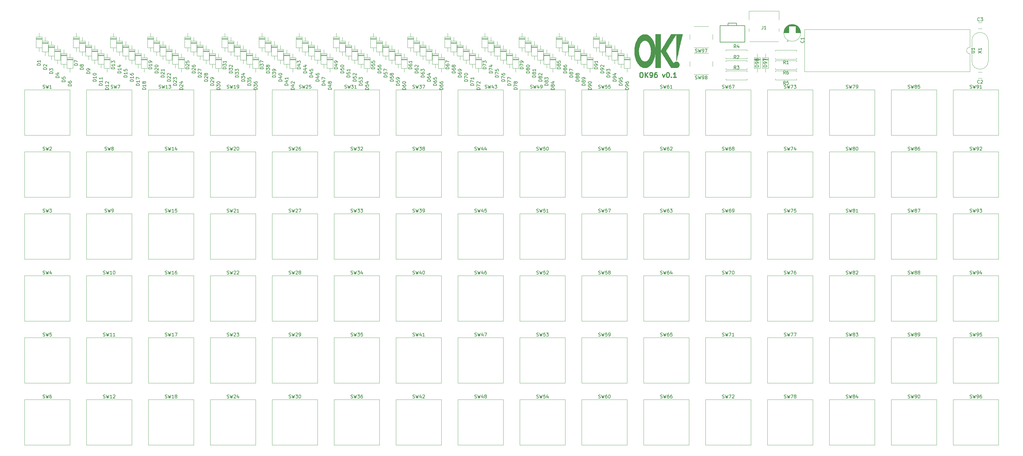
<source format=gbr>
%TF.GenerationSoftware,KiCad,Pcbnew,5.1.10-88a1d61d58~88~ubuntu20.10.1*%
%TF.CreationDate,2021-05-10T18:26:55-04:00*%
%TF.ProjectId,keyboard,6b657962-6f61-4726-942e-6b696361645f,rev?*%
%TF.SameCoordinates,Original*%
%TF.FileFunction,Legend,Top*%
%TF.FilePolarity,Positive*%
%FSLAX46Y46*%
G04 Gerber Fmt 4.6, Leading zero omitted, Abs format (unit mm)*
G04 Created by KiCad (PCBNEW 5.1.10-88a1d61d58~88~ubuntu20.10.1) date 2021-05-10 18:26:55*
%MOMM*%
%LPD*%
G01*
G04 APERTURE LIST*
%ADD10C,0.300000*%
%ADD11C,0.010000*%
%ADD12C,0.120000*%
%ADD13C,0.200000*%
%ADD14C,0.203200*%
%ADD15C,0.150000*%
G04 APERTURE END LIST*
D10*
X484335000Y-54423571D02*
X484620714Y-54423571D01*
X484763571Y-54495000D01*
X484906428Y-54637857D01*
X484977857Y-54923571D01*
X484977857Y-55423571D01*
X484906428Y-55709285D01*
X484763571Y-55852142D01*
X484620714Y-55923571D01*
X484335000Y-55923571D01*
X484192142Y-55852142D01*
X484049285Y-55709285D01*
X483977857Y-55423571D01*
X483977857Y-54923571D01*
X484049285Y-54637857D01*
X484192142Y-54495000D01*
X484335000Y-54423571D01*
X485620714Y-55923571D02*
X485620714Y-54423571D01*
X486477857Y-55923571D02*
X485835000Y-55066428D01*
X486477857Y-54423571D02*
X485620714Y-55280714D01*
X487192142Y-55923571D02*
X487477857Y-55923571D01*
X487620714Y-55852142D01*
X487692142Y-55780714D01*
X487835000Y-55566428D01*
X487906428Y-55280714D01*
X487906428Y-54709285D01*
X487835000Y-54566428D01*
X487763571Y-54495000D01*
X487620714Y-54423571D01*
X487335000Y-54423571D01*
X487192142Y-54495000D01*
X487120714Y-54566428D01*
X487049285Y-54709285D01*
X487049285Y-55066428D01*
X487120714Y-55209285D01*
X487192142Y-55280714D01*
X487335000Y-55352142D01*
X487620714Y-55352142D01*
X487763571Y-55280714D01*
X487835000Y-55209285D01*
X487906428Y-55066428D01*
X489192142Y-54423571D02*
X488906428Y-54423571D01*
X488763571Y-54495000D01*
X488692142Y-54566428D01*
X488549285Y-54780714D01*
X488477857Y-55066428D01*
X488477857Y-55637857D01*
X488549285Y-55780714D01*
X488620714Y-55852142D01*
X488763571Y-55923571D01*
X489049285Y-55923571D01*
X489192142Y-55852142D01*
X489263571Y-55780714D01*
X489335000Y-55637857D01*
X489335000Y-55280714D01*
X489263571Y-55137857D01*
X489192142Y-55066428D01*
X489049285Y-54995000D01*
X488763571Y-54995000D01*
X488620714Y-55066428D01*
X488549285Y-55137857D01*
X488477857Y-55280714D01*
X490977857Y-54923571D02*
X491335000Y-55923571D01*
X491692142Y-54923571D01*
X492549285Y-54423571D02*
X492692142Y-54423571D01*
X492835000Y-54495000D01*
X492906428Y-54566428D01*
X492977857Y-54709285D01*
X493049285Y-54995000D01*
X493049285Y-55352142D01*
X492977857Y-55637857D01*
X492906428Y-55780714D01*
X492835000Y-55852142D01*
X492692142Y-55923571D01*
X492549285Y-55923571D01*
X492406428Y-55852142D01*
X492335000Y-55780714D01*
X492263571Y-55637857D01*
X492192142Y-55352142D01*
X492192142Y-54995000D01*
X492263571Y-54709285D01*
X492335000Y-54566428D01*
X492406428Y-54495000D01*
X492549285Y-54423571D01*
X493692142Y-55780714D02*
X493763571Y-55852142D01*
X493692142Y-55923571D01*
X493620714Y-55852142D01*
X493692142Y-55780714D01*
X493692142Y-55923571D01*
X495192142Y-55923571D02*
X494335000Y-55923571D01*
X494763571Y-55923571D02*
X494763571Y-54423571D01*
X494620714Y-54637857D01*
X494477857Y-54780714D01*
X494335000Y-54852142D01*
D11*
%TO.C,Ref\u002A\u002A*%
G36*
X494347500Y-42589201D02*
G01*
X494525455Y-42589838D01*
X494690908Y-42591163D01*
X494838872Y-42593079D01*
X494964363Y-42595492D01*
X495062394Y-42598305D01*
X495127979Y-42601424D01*
X495155998Y-42604696D01*
X495169679Y-42615785D01*
X495169293Y-42637584D01*
X495152218Y-42676732D01*
X495115834Y-42739868D01*
X495079284Y-42799000D01*
X495054316Y-42838866D01*
X495008306Y-42912310D01*
X494942689Y-43017041D01*
X494858904Y-43150763D01*
X494758387Y-43311186D01*
X494642574Y-43496015D01*
X494512903Y-43702957D01*
X494370810Y-43929719D01*
X494217733Y-44174009D01*
X494055108Y-44433533D01*
X493884372Y-44705998D01*
X493706961Y-44989111D01*
X493524314Y-45280579D01*
X493467808Y-45370750D01*
X493286004Y-45661099D01*
X493110506Y-45941830D01*
X492942620Y-46210828D01*
X492783655Y-46465979D01*
X492634919Y-46705168D01*
X492497719Y-46926282D01*
X492373364Y-47127205D01*
X492263161Y-47305823D01*
X492168418Y-47460022D01*
X492090443Y-47587688D01*
X492030544Y-47686707D01*
X491990028Y-47754963D01*
X491970204Y-47790343D01*
X491968361Y-47794827D01*
X491979245Y-47815864D01*
X492010835Y-47869883D01*
X492061340Y-47954005D01*
X492128970Y-48065351D01*
X492211933Y-48201043D01*
X492308437Y-48358201D01*
X492416692Y-48533948D01*
X492534907Y-48725403D01*
X492661290Y-48929690D01*
X492794050Y-49143928D01*
X492931396Y-49365240D01*
X493071537Y-49590746D01*
X493212682Y-49817568D01*
X493353039Y-50042826D01*
X493490817Y-50263644D01*
X493624226Y-50477141D01*
X493751474Y-50680438D01*
X493870769Y-50870659D01*
X493980321Y-51044922D01*
X494078339Y-51200350D01*
X494163030Y-51334065D01*
X494232605Y-51443187D01*
X494285272Y-51524837D01*
X494319240Y-51576137D01*
X494332093Y-51593750D01*
X494344615Y-51601838D01*
X494337699Y-51586721D01*
X494339496Y-51551033D01*
X494366984Y-51495192D01*
X494414188Y-51427139D01*
X494475132Y-51354817D01*
X494543840Y-51286165D01*
X494597692Y-51241241D01*
X494773846Y-51132598D01*
X494959353Y-51063926D01*
X495150399Y-51035590D01*
X495343172Y-51047958D01*
X495533855Y-51101395D01*
X495625161Y-51142575D01*
X495707073Y-51195301D01*
X495799163Y-51271528D01*
X495888481Y-51359300D01*
X495962074Y-51446661D01*
X495976305Y-51466750D01*
X496067106Y-51636065D01*
X496119580Y-51813702D01*
X496135544Y-51994551D01*
X496116815Y-52173500D01*
X496065210Y-52345439D01*
X495982549Y-52505256D01*
X495870647Y-52647840D01*
X495731323Y-52768081D01*
X495566395Y-52860867D01*
X495467408Y-52897731D01*
X495384289Y-52919564D01*
X495303992Y-52934129D01*
X495258640Y-52937833D01*
X495221182Y-52936146D01*
X495192114Y-52926652D01*
X495164402Y-52902701D01*
X495131014Y-52857640D01*
X495084917Y-52784821D01*
X495068386Y-52757916D01*
X495020883Y-52682086D01*
X494981365Y-52622040D01*
X494955022Y-52585496D01*
X494947383Y-52578000D01*
X494947099Y-52586464D01*
X494960879Y-52614632D01*
X494991116Y-52666665D01*
X495040207Y-52746723D01*
X495093565Y-52832000D01*
X495153470Y-52927250D01*
X495009777Y-52941729D01*
X494936571Y-52947134D01*
X494835219Y-52951813D01*
X494711673Y-52955740D01*
X494571883Y-52958886D01*
X494421802Y-52961224D01*
X494267382Y-52962726D01*
X494114572Y-52963364D01*
X493969326Y-52963113D01*
X493837595Y-52961942D01*
X493725329Y-52959826D01*
X493638482Y-52956737D01*
X493583003Y-52952646D01*
X493564997Y-52948416D01*
X493551011Y-52927025D01*
X493516283Y-52872308D01*
X493462442Y-52786876D01*
X493391118Y-52673342D01*
X493303942Y-52534318D01*
X493295330Y-52520567D01*
X494901245Y-52520567D01*
X494906395Y-52532396D01*
X494927708Y-52555119D01*
X494939960Y-52550458D01*
X494940166Y-52547499D01*
X494925132Y-52529596D01*
X494915729Y-52523062D01*
X494901245Y-52520567D01*
X493295330Y-52520567D01*
X493225246Y-52408666D01*
X494843427Y-52408666D01*
X494843571Y-52424222D01*
X494855500Y-52451000D01*
X494877359Y-52484264D01*
X494888739Y-52493333D01*
X494888595Y-52477777D01*
X494876666Y-52451000D01*
X494854807Y-52417735D01*
X494843427Y-52408666D01*
X493225246Y-52408666D01*
X493202542Y-52372416D01*
X493189287Y-52351233D01*
X494795411Y-52351233D01*
X494800562Y-52363062D01*
X494821874Y-52385786D01*
X494834127Y-52381124D01*
X494834333Y-52378165D01*
X494819299Y-52360262D01*
X494809896Y-52353728D01*
X494795411Y-52351233D01*
X493189287Y-52351233D01*
X493119266Y-52239333D01*
X494737593Y-52239333D01*
X494737737Y-52254889D01*
X494749666Y-52281666D01*
X494771525Y-52314931D01*
X494782906Y-52324000D01*
X494782762Y-52308443D01*
X494770833Y-52281666D01*
X494748974Y-52248402D01*
X494737593Y-52239333D01*
X493119266Y-52239333D01*
X493088550Y-52190248D01*
X493083330Y-52181900D01*
X494689578Y-52181900D01*
X494694728Y-52193729D01*
X494716041Y-52216452D01*
X494728293Y-52211791D01*
X494728500Y-52208832D01*
X494713465Y-52190929D01*
X494704062Y-52184395D01*
X494689578Y-52181900D01*
X493083330Y-52181900D01*
X493059682Y-52144083D01*
X494665000Y-52144083D01*
X494675583Y-52154666D01*
X494686166Y-52144083D01*
X494675583Y-52133500D01*
X494665000Y-52144083D01*
X493059682Y-52144083D01*
X493017150Y-52076067D01*
X494626078Y-52076067D01*
X494631228Y-52087896D01*
X494652541Y-52110619D01*
X494664793Y-52105958D01*
X494665000Y-52102999D01*
X494649965Y-52085096D01*
X494640562Y-52078562D01*
X494626078Y-52076067D01*
X493017150Y-52076067D01*
X492977441Y-52012567D01*
X494583745Y-52012567D01*
X494588895Y-52024396D01*
X494610208Y-52047119D01*
X494622460Y-52042458D01*
X494622666Y-52039499D01*
X494607632Y-52021596D01*
X494598229Y-52015062D01*
X494583745Y-52012567D01*
X492977441Y-52012567D01*
X492963595Y-51990426D01*
X492953798Y-51974750D01*
X494559166Y-51974750D01*
X494569750Y-51985333D01*
X494580333Y-51974750D01*
X494569750Y-51964166D01*
X494559166Y-51974750D01*
X492953798Y-51974750D01*
X492911288Y-51906733D01*
X494520245Y-51906733D01*
X494525395Y-51918562D01*
X494546708Y-51941286D01*
X494558960Y-51936624D01*
X494559166Y-51933665D01*
X494544132Y-51915762D01*
X494534729Y-51909228D01*
X494520245Y-51906733D01*
X492911288Y-51906733D01*
X492871601Y-51843233D01*
X494477911Y-51843233D01*
X494483062Y-51855062D01*
X494504374Y-51877786D01*
X494516627Y-51873124D01*
X494516833Y-51870165D01*
X494501799Y-51852262D01*
X494492396Y-51845728D01*
X494477911Y-51843233D01*
X492871601Y-51843233D01*
X492847965Y-51805416D01*
X494453333Y-51805416D01*
X494463916Y-51816000D01*
X494474500Y-51805416D01*
X494463916Y-51794833D01*
X494453333Y-51805416D01*
X492847965Y-51805416D01*
X492829307Y-51775563D01*
X492805467Y-51737400D01*
X494414411Y-51737400D01*
X494419562Y-51749229D01*
X494440874Y-51771952D01*
X494453127Y-51767291D01*
X494453333Y-51764332D01*
X494438299Y-51746429D01*
X494428896Y-51739895D01*
X494414411Y-51737400D01*
X492805467Y-51737400D01*
X492765799Y-51673900D01*
X494372078Y-51673900D01*
X494377228Y-51685729D01*
X494398541Y-51708452D01*
X494410793Y-51703791D01*
X494411000Y-51700832D01*
X494395965Y-51682929D01*
X494386562Y-51676395D01*
X494372078Y-51673900D01*
X492765799Y-51673900D01*
X492742174Y-51636083D01*
X494347500Y-51636083D01*
X494358083Y-51646666D01*
X494368666Y-51636083D01*
X494358083Y-51625500D01*
X494347500Y-51636083D01*
X492742174Y-51636083D01*
X492687316Y-51548270D01*
X492539252Y-51311159D01*
X492386745Y-51066843D01*
X492231424Y-50817934D01*
X492074920Y-50567044D01*
X491918863Y-50316785D01*
X491764882Y-50069769D01*
X491614608Y-49828609D01*
X491469670Y-49595916D01*
X491331698Y-49374302D01*
X491202323Y-49166380D01*
X491083174Y-48974762D01*
X490975881Y-48802059D01*
X490882074Y-48650885D01*
X490803383Y-48523851D01*
X490741438Y-48423569D01*
X490733335Y-48410416D01*
X490363227Y-47809416D01*
X490395504Y-47741730D01*
X490414321Y-47707715D01*
X490454549Y-47639385D01*
X490515199Y-47538350D01*
X490595286Y-47406218D01*
X490693822Y-47244599D01*
X490809821Y-47055101D01*
X490942295Y-46839333D01*
X491090257Y-46598904D01*
X491252720Y-46335422D01*
X491428698Y-46050498D01*
X491617204Y-45745739D01*
X491817250Y-45422755D01*
X491895412Y-45296666D01*
X492000644Y-45126951D01*
X492123604Y-44928645D01*
X492259714Y-44709135D01*
X492404393Y-44475805D01*
X492553061Y-44236045D01*
X492701137Y-43997238D01*
X492844042Y-43766774D01*
X492961558Y-43577255D01*
X493574916Y-42588094D01*
X494347500Y-42589201D01*
G37*
X494347500Y-42589201D02*
X494525455Y-42589838D01*
X494690908Y-42591163D01*
X494838872Y-42593079D01*
X494964363Y-42595492D01*
X495062394Y-42598305D01*
X495127979Y-42601424D01*
X495155998Y-42604696D01*
X495169679Y-42615785D01*
X495169293Y-42637584D01*
X495152218Y-42676732D01*
X495115834Y-42739868D01*
X495079284Y-42799000D01*
X495054316Y-42838866D01*
X495008306Y-42912310D01*
X494942689Y-43017041D01*
X494858904Y-43150763D01*
X494758387Y-43311186D01*
X494642574Y-43496015D01*
X494512903Y-43702957D01*
X494370810Y-43929719D01*
X494217733Y-44174009D01*
X494055108Y-44433533D01*
X493884372Y-44705998D01*
X493706961Y-44989111D01*
X493524314Y-45280579D01*
X493467808Y-45370750D01*
X493286004Y-45661099D01*
X493110506Y-45941830D01*
X492942620Y-46210828D01*
X492783655Y-46465979D01*
X492634919Y-46705168D01*
X492497719Y-46926282D01*
X492373364Y-47127205D01*
X492263161Y-47305823D01*
X492168418Y-47460022D01*
X492090443Y-47587688D01*
X492030544Y-47686707D01*
X491990028Y-47754963D01*
X491970204Y-47790343D01*
X491968361Y-47794827D01*
X491979245Y-47815864D01*
X492010835Y-47869883D01*
X492061340Y-47954005D01*
X492128970Y-48065351D01*
X492211933Y-48201043D01*
X492308437Y-48358201D01*
X492416692Y-48533948D01*
X492534907Y-48725403D01*
X492661290Y-48929690D01*
X492794050Y-49143928D01*
X492931396Y-49365240D01*
X493071537Y-49590746D01*
X493212682Y-49817568D01*
X493353039Y-50042826D01*
X493490817Y-50263644D01*
X493624226Y-50477141D01*
X493751474Y-50680438D01*
X493870769Y-50870659D01*
X493980321Y-51044922D01*
X494078339Y-51200350D01*
X494163030Y-51334065D01*
X494232605Y-51443187D01*
X494285272Y-51524837D01*
X494319240Y-51576137D01*
X494332093Y-51593750D01*
X494344615Y-51601838D01*
X494337699Y-51586721D01*
X494339496Y-51551033D01*
X494366984Y-51495192D01*
X494414188Y-51427139D01*
X494475132Y-51354817D01*
X494543840Y-51286165D01*
X494597692Y-51241241D01*
X494773846Y-51132598D01*
X494959353Y-51063926D01*
X495150399Y-51035590D01*
X495343172Y-51047958D01*
X495533855Y-51101395D01*
X495625161Y-51142575D01*
X495707073Y-51195301D01*
X495799163Y-51271528D01*
X495888481Y-51359300D01*
X495962074Y-51446661D01*
X495976305Y-51466750D01*
X496067106Y-51636065D01*
X496119580Y-51813702D01*
X496135544Y-51994551D01*
X496116815Y-52173500D01*
X496065210Y-52345439D01*
X495982549Y-52505256D01*
X495870647Y-52647840D01*
X495731323Y-52768081D01*
X495566395Y-52860867D01*
X495467408Y-52897731D01*
X495384289Y-52919564D01*
X495303992Y-52934129D01*
X495258640Y-52937833D01*
X495221182Y-52936146D01*
X495192114Y-52926652D01*
X495164402Y-52902701D01*
X495131014Y-52857640D01*
X495084917Y-52784821D01*
X495068386Y-52757916D01*
X495020883Y-52682086D01*
X494981365Y-52622040D01*
X494955022Y-52585496D01*
X494947383Y-52578000D01*
X494947099Y-52586464D01*
X494960879Y-52614632D01*
X494991116Y-52666665D01*
X495040207Y-52746723D01*
X495093565Y-52832000D01*
X495153470Y-52927250D01*
X495009777Y-52941729D01*
X494936571Y-52947134D01*
X494835219Y-52951813D01*
X494711673Y-52955740D01*
X494571883Y-52958886D01*
X494421802Y-52961224D01*
X494267382Y-52962726D01*
X494114572Y-52963364D01*
X493969326Y-52963113D01*
X493837595Y-52961942D01*
X493725329Y-52959826D01*
X493638482Y-52956737D01*
X493583003Y-52952646D01*
X493564997Y-52948416D01*
X493551011Y-52927025D01*
X493516283Y-52872308D01*
X493462442Y-52786876D01*
X493391118Y-52673342D01*
X493303942Y-52534318D01*
X493295330Y-52520567D01*
X494901245Y-52520567D01*
X494906395Y-52532396D01*
X494927708Y-52555119D01*
X494939960Y-52550458D01*
X494940166Y-52547499D01*
X494925132Y-52529596D01*
X494915729Y-52523062D01*
X494901245Y-52520567D01*
X493295330Y-52520567D01*
X493225246Y-52408666D01*
X494843427Y-52408666D01*
X494843571Y-52424222D01*
X494855500Y-52451000D01*
X494877359Y-52484264D01*
X494888739Y-52493333D01*
X494888595Y-52477777D01*
X494876666Y-52451000D01*
X494854807Y-52417735D01*
X494843427Y-52408666D01*
X493225246Y-52408666D01*
X493202542Y-52372416D01*
X493189287Y-52351233D01*
X494795411Y-52351233D01*
X494800562Y-52363062D01*
X494821874Y-52385786D01*
X494834127Y-52381124D01*
X494834333Y-52378165D01*
X494819299Y-52360262D01*
X494809896Y-52353728D01*
X494795411Y-52351233D01*
X493189287Y-52351233D01*
X493119266Y-52239333D01*
X494737593Y-52239333D01*
X494737737Y-52254889D01*
X494749666Y-52281666D01*
X494771525Y-52314931D01*
X494782906Y-52324000D01*
X494782762Y-52308443D01*
X494770833Y-52281666D01*
X494748974Y-52248402D01*
X494737593Y-52239333D01*
X493119266Y-52239333D01*
X493088550Y-52190248D01*
X493083330Y-52181900D01*
X494689578Y-52181900D01*
X494694728Y-52193729D01*
X494716041Y-52216452D01*
X494728293Y-52211791D01*
X494728500Y-52208832D01*
X494713465Y-52190929D01*
X494704062Y-52184395D01*
X494689578Y-52181900D01*
X493083330Y-52181900D01*
X493059682Y-52144083D01*
X494665000Y-52144083D01*
X494675583Y-52154666D01*
X494686166Y-52144083D01*
X494675583Y-52133500D01*
X494665000Y-52144083D01*
X493059682Y-52144083D01*
X493017150Y-52076067D01*
X494626078Y-52076067D01*
X494631228Y-52087896D01*
X494652541Y-52110619D01*
X494664793Y-52105958D01*
X494665000Y-52102999D01*
X494649965Y-52085096D01*
X494640562Y-52078562D01*
X494626078Y-52076067D01*
X493017150Y-52076067D01*
X492977441Y-52012567D01*
X494583745Y-52012567D01*
X494588895Y-52024396D01*
X494610208Y-52047119D01*
X494622460Y-52042458D01*
X494622666Y-52039499D01*
X494607632Y-52021596D01*
X494598229Y-52015062D01*
X494583745Y-52012567D01*
X492977441Y-52012567D01*
X492963595Y-51990426D01*
X492953798Y-51974750D01*
X494559166Y-51974750D01*
X494569750Y-51985333D01*
X494580333Y-51974750D01*
X494569750Y-51964166D01*
X494559166Y-51974750D01*
X492953798Y-51974750D01*
X492911288Y-51906733D01*
X494520245Y-51906733D01*
X494525395Y-51918562D01*
X494546708Y-51941286D01*
X494558960Y-51936624D01*
X494559166Y-51933665D01*
X494544132Y-51915762D01*
X494534729Y-51909228D01*
X494520245Y-51906733D01*
X492911288Y-51906733D01*
X492871601Y-51843233D01*
X494477911Y-51843233D01*
X494483062Y-51855062D01*
X494504374Y-51877786D01*
X494516627Y-51873124D01*
X494516833Y-51870165D01*
X494501799Y-51852262D01*
X494492396Y-51845728D01*
X494477911Y-51843233D01*
X492871601Y-51843233D01*
X492847965Y-51805416D01*
X494453333Y-51805416D01*
X494463916Y-51816000D01*
X494474500Y-51805416D01*
X494463916Y-51794833D01*
X494453333Y-51805416D01*
X492847965Y-51805416D01*
X492829307Y-51775563D01*
X492805467Y-51737400D01*
X494414411Y-51737400D01*
X494419562Y-51749229D01*
X494440874Y-51771952D01*
X494453127Y-51767291D01*
X494453333Y-51764332D01*
X494438299Y-51746429D01*
X494428896Y-51739895D01*
X494414411Y-51737400D01*
X492805467Y-51737400D01*
X492765799Y-51673900D01*
X494372078Y-51673900D01*
X494377228Y-51685729D01*
X494398541Y-51708452D01*
X494410793Y-51703791D01*
X494411000Y-51700832D01*
X494395965Y-51682929D01*
X494386562Y-51676395D01*
X494372078Y-51673900D01*
X492765799Y-51673900D01*
X492742174Y-51636083D01*
X494347500Y-51636083D01*
X494358083Y-51646666D01*
X494368666Y-51636083D01*
X494358083Y-51625500D01*
X494347500Y-51636083D01*
X492742174Y-51636083D01*
X492687316Y-51548270D01*
X492539252Y-51311159D01*
X492386745Y-51066843D01*
X492231424Y-50817934D01*
X492074920Y-50567044D01*
X491918863Y-50316785D01*
X491764882Y-50069769D01*
X491614608Y-49828609D01*
X491469670Y-49595916D01*
X491331698Y-49374302D01*
X491202323Y-49166380D01*
X491083174Y-48974762D01*
X490975881Y-48802059D01*
X490882074Y-48650885D01*
X490803383Y-48523851D01*
X490741438Y-48423569D01*
X490733335Y-48410416D01*
X490363227Y-47809416D01*
X490395504Y-47741730D01*
X490414321Y-47707715D01*
X490454549Y-47639385D01*
X490515199Y-47538350D01*
X490595286Y-47406218D01*
X490693822Y-47244599D01*
X490809821Y-47055101D01*
X490942295Y-46839333D01*
X491090257Y-46598904D01*
X491252720Y-46335422D01*
X491428698Y-46050498D01*
X491617204Y-45745739D01*
X491817250Y-45422755D01*
X491895412Y-45296666D01*
X492000644Y-45126951D01*
X492123604Y-44928645D01*
X492259714Y-44709135D01*
X492404393Y-44475805D01*
X492553061Y-44236045D01*
X492701137Y-43997238D01*
X492844042Y-43766774D01*
X492961558Y-43577255D01*
X493574916Y-42588094D01*
X494347500Y-42589201D01*
G36*
X485510416Y-42662586D02*
G01*
X485650154Y-42663449D01*
X485756656Y-42665690D01*
X485839017Y-42670253D01*
X485906333Y-42678084D01*
X485967698Y-42690125D01*
X486032207Y-42707323D01*
X486080362Y-42721785D01*
X486358547Y-42827758D01*
X486628429Y-42972602D01*
X486891502Y-43157293D01*
X487149263Y-43382807D01*
X487256857Y-43490513D01*
X487522808Y-43796821D01*
X487763494Y-44136777D01*
X487978722Y-44509919D01*
X488168297Y-44915782D01*
X488332025Y-45353905D01*
X488469713Y-45823825D01*
X488581166Y-46325078D01*
X488665563Y-46852416D01*
X488677119Y-46967420D01*
X488686656Y-47116384D01*
X488694122Y-47291409D01*
X488699466Y-47484594D01*
X488702636Y-47688040D01*
X488703581Y-47893845D01*
X488702249Y-48094109D01*
X488698589Y-48280933D01*
X488692550Y-48446417D01*
X488684080Y-48582659D01*
X488677272Y-48651583D01*
X488598024Y-49180215D01*
X488492234Y-49680431D01*
X488360275Y-50151335D01*
X488202521Y-50592029D01*
X488019348Y-51001619D01*
X487811129Y-51379208D01*
X487578239Y-51723898D01*
X487321051Y-52034795D01*
X487220561Y-52140323D01*
X486966413Y-52375559D01*
X486709917Y-52569239D01*
X486449183Y-52722138D01*
X486182321Y-52835033D01*
X485907442Y-52908698D01*
X485622657Y-52943907D01*
X485326078Y-52941438D01*
X485277583Y-52937614D01*
X485045894Y-52901136D01*
X484808395Y-52834228D01*
X484613731Y-52756384D01*
X484328789Y-52601856D01*
X484057502Y-52408842D01*
X483800957Y-52179281D01*
X483560245Y-51915111D01*
X483336452Y-51618271D01*
X483130669Y-51290700D01*
X482943983Y-50934338D01*
X482777483Y-50551122D01*
X482632259Y-50142993D01*
X482509397Y-49711888D01*
X482409988Y-49259747D01*
X482335120Y-48788509D01*
X482320920Y-48672750D01*
X482311617Y-48564178D01*
X482304255Y-48421192D01*
X482298830Y-48251666D01*
X482295342Y-48063474D01*
X482294271Y-47926104D01*
X483622085Y-47926104D01*
X483645248Y-48314387D01*
X483695269Y-48694227D01*
X483771359Y-49061129D01*
X483872731Y-49410597D01*
X483998598Y-49738134D01*
X484148171Y-50039246D01*
X484320663Y-50309436D01*
X484351642Y-50351223D01*
X484508206Y-50534977D01*
X484680154Y-50695767D01*
X484861400Y-50829190D01*
X485045856Y-50930844D01*
X485227434Y-50996326D01*
X485251940Y-51002279D01*
X485407105Y-51022393D01*
X485579471Y-51019237D01*
X485751506Y-50993748D01*
X485838500Y-50970904D01*
X486016507Y-50899325D01*
X486188123Y-50795903D01*
X486359532Y-50656644D01*
X486431205Y-50588244D01*
X486632651Y-50359310D01*
X486812577Y-50094265D01*
X486970671Y-49793640D01*
X487106621Y-49457961D01*
X487115607Y-49432277D01*
X487223742Y-49063777D01*
X487302472Y-48671780D01*
X487351462Y-48263560D01*
X487370378Y-47846391D01*
X487358887Y-47427550D01*
X487316654Y-47014311D01*
X487244784Y-46620310D01*
X487158295Y-46294068D01*
X487052071Y-45990301D01*
X486927846Y-45710835D01*
X486787352Y-45457499D01*
X486632323Y-45232118D01*
X486464493Y-45036521D01*
X486285594Y-44872533D01*
X486097361Y-44741984D01*
X485901526Y-44646698D01*
X485699823Y-44588505D01*
X485493985Y-44569230D01*
X485314253Y-44585301D01*
X485098696Y-44644359D01*
X484891933Y-44743144D01*
X484695403Y-44879694D01*
X484510547Y-45052046D01*
X484338806Y-45258236D01*
X484181619Y-45496304D01*
X484040428Y-45764285D01*
X483916671Y-46060217D01*
X483811790Y-46382138D01*
X483727225Y-46728085D01*
X483721618Y-46755558D01*
X483659482Y-47142194D01*
X483626567Y-47533875D01*
X483622085Y-47926104D01*
X482294271Y-47926104D01*
X482293790Y-47864492D01*
X482294172Y-47662593D01*
X482296488Y-47465652D01*
X482300735Y-47281543D01*
X482306914Y-47118141D01*
X482315021Y-46983320D01*
X482321195Y-46915916D01*
X482385753Y-46455328D01*
X482474952Y-46011501D01*
X482587585Y-45586347D01*
X482722444Y-45181781D01*
X482878320Y-44799716D01*
X483054006Y-44442066D01*
X483248294Y-44110745D01*
X483459975Y-43807667D01*
X483687843Y-43534745D01*
X483930689Y-43293894D01*
X484187305Y-43087026D01*
X484456484Y-42916057D01*
X484737016Y-42782898D01*
X484981250Y-42701478D01*
X485046476Y-42686057D01*
X485115791Y-42675079D01*
X485197724Y-42667917D01*
X485300803Y-42663945D01*
X485433557Y-42662536D01*
X485510416Y-42662586D01*
G37*
X485510416Y-42662586D02*
X485650154Y-42663449D01*
X485756656Y-42665690D01*
X485839017Y-42670253D01*
X485906333Y-42678084D01*
X485967698Y-42690125D01*
X486032207Y-42707323D01*
X486080362Y-42721785D01*
X486358547Y-42827758D01*
X486628429Y-42972602D01*
X486891502Y-43157293D01*
X487149263Y-43382807D01*
X487256857Y-43490513D01*
X487522808Y-43796821D01*
X487763494Y-44136777D01*
X487978722Y-44509919D01*
X488168297Y-44915782D01*
X488332025Y-45353905D01*
X488469713Y-45823825D01*
X488581166Y-46325078D01*
X488665563Y-46852416D01*
X488677119Y-46967420D01*
X488686656Y-47116384D01*
X488694122Y-47291409D01*
X488699466Y-47484594D01*
X488702636Y-47688040D01*
X488703581Y-47893845D01*
X488702249Y-48094109D01*
X488698589Y-48280933D01*
X488692550Y-48446417D01*
X488684080Y-48582659D01*
X488677272Y-48651583D01*
X488598024Y-49180215D01*
X488492234Y-49680431D01*
X488360275Y-50151335D01*
X488202521Y-50592029D01*
X488019348Y-51001619D01*
X487811129Y-51379208D01*
X487578239Y-51723898D01*
X487321051Y-52034795D01*
X487220561Y-52140323D01*
X486966413Y-52375559D01*
X486709917Y-52569239D01*
X486449183Y-52722138D01*
X486182321Y-52835033D01*
X485907442Y-52908698D01*
X485622657Y-52943907D01*
X485326078Y-52941438D01*
X485277583Y-52937614D01*
X485045894Y-52901136D01*
X484808395Y-52834228D01*
X484613731Y-52756384D01*
X484328789Y-52601856D01*
X484057502Y-52408842D01*
X483800957Y-52179281D01*
X483560245Y-51915111D01*
X483336452Y-51618271D01*
X483130669Y-51290700D01*
X482943983Y-50934338D01*
X482777483Y-50551122D01*
X482632259Y-50142993D01*
X482509397Y-49711888D01*
X482409988Y-49259747D01*
X482335120Y-48788509D01*
X482320920Y-48672750D01*
X482311617Y-48564178D01*
X482304255Y-48421192D01*
X482298830Y-48251666D01*
X482295342Y-48063474D01*
X482294271Y-47926104D01*
X483622085Y-47926104D01*
X483645248Y-48314387D01*
X483695269Y-48694227D01*
X483771359Y-49061129D01*
X483872731Y-49410597D01*
X483998598Y-49738134D01*
X484148171Y-50039246D01*
X484320663Y-50309436D01*
X484351642Y-50351223D01*
X484508206Y-50534977D01*
X484680154Y-50695767D01*
X484861400Y-50829190D01*
X485045856Y-50930844D01*
X485227434Y-50996326D01*
X485251940Y-51002279D01*
X485407105Y-51022393D01*
X485579471Y-51019237D01*
X485751506Y-50993748D01*
X485838500Y-50970904D01*
X486016507Y-50899325D01*
X486188123Y-50795903D01*
X486359532Y-50656644D01*
X486431205Y-50588244D01*
X486632651Y-50359310D01*
X486812577Y-50094265D01*
X486970671Y-49793640D01*
X487106621Y-49457961D01*
X487115607Y-49432277D01*
X487223742Y-49063777D01*
X487302472Y-48671780D01*
X487351462Y-48263560D01*
X487370378Y-47846391D01*
X487358887Y-47427550D01*
X487316654Y-47014311D01*
X487244784Y-46620310D01*
X487158295Y-46294068D01*
X487052071Y-45990301D01*
X486927846Y-45710835D01*
X486787352Y-45457499D01*
X486632323Y-45232118D01*
X486464493Y-45036521D01*
X486285594Y-44872533D01*
X486097361Y-44741984D01*
X485901526Y-44646698D01*
X485699823Y-44588505D01*
X485493985Y-44569230D01*
X485314253Y-44585301D01*
X485098696Y-44644359D01*
X484891933Y-44743144D01*
X484695403Y-44879694D01*
X484510547Y-45052046D01*
X484338806Y-45258236D01*
X484181619Y-45496304D01*
X484040428Y-45764285D01*
X483916671Y-46060217D01*
X483811790Y-46382138D01*
X483727225Y-46728085D01*
X483721618Y-46755558D01*
X483659482Y-47142194D01*
X483626567Y-47533875D01*
X483622085Y-47926104D01*
X482294271Y-47926104D01*
X482293790Y-47864492D01*
X482294172Y-47662593D01*
X482296488Y-47465652D01*
X482300735Y-47281543D01*
X482306914Y-47118141D01*
X482315021Y-46983320D01*
X482321195Y-46915916D01*
X482385753Y-46455328D01*
X482474952Y-46011501D01*
X482587585Y-45586347D01*
X482722444Y-45181781D01*
X482878320Y-44799716D01*
X483054006Y-44442066D01*
X483248294Y-44110745D01*
X483459975Y-43807667D01*
X483687843Y-43534745D01*
X483930689Y-43293894D01*
X484187305Y-43087026D01*
X484456484Y-42916057D01*
X484737016Y-42782898D01*
X484981250Y-42701478D01*
X485046476Y-42686057D01*
X485115791Y-42675079D01*
X485197724Y-42667917D01*
X485300803Y-42663945D01*
X485433557Y-42662536D01*
X485510416Y-42662586D01*
G36*
X490325833Y-52959000D02*
G01*
X488738333Y-52959000D01*
X488738333Y-42587333D01*
X490325833Y-42587333D01*
X490325833Y-52959000D01*
G37*
X490325833Y-52959000D02*
X488738333Y-52959000D01*
X488738333Y-42587333D01*
X490325833Y-42587333D01*
X490325833Y-52959000D01*
G36*
X497088776Y-42634958D02*
G01*
X497081877Y-42665219D01*
X497066728Y-42732271D01*
X497044346Y-42831598D01*
X497015746Y-42958685D01*
X496981944Y-43109014D01*
X496943956Y-43278072D01*
X496902799Y-43461340D01*
X496877665Y-43573309D01*
X496807182Y-43887009D01*
X496733077Y-44216200D01*
X496655872Y-44558594D01*
X496576087Y-44911906D01*
X496494246Y-45273848D01*
X496410869Y-45642135D01*
X496326478Y-46014479D01*
X496241595Y-46388594D01*
X496156743Y-46762193D01*
X496072441Y-47132990D01*
X495989213Y-47498699D01*
X495907579Y-47857031D01*
X495828062Y-48205702D01*
X495751184Y-48542424D01*
X495677465Y-48864911D01*
X495607428Y-49170876D01*
X495541595Y-49458032D01*
X495480487Y-49724094D01*
X495424626Y-49966774D01*
X495374533Y-50183785D01*
X495330730Y-50372842D01*
X495293740Y-50531658D01*
X495264083Y-50657945D01*
X495242282Y-50749418D01*
X495228858Y-50803789D01*
X495224448Y-50819107D01*
X495223531Y-50799205D01*
X495222640Y-50738995D01*
X495221779Y-50640502D01*
X495220952Y-50505751D01*
X495220164Y-50336767D01*
X495219419Y-50135575D01*
X495218721Y-49904200D01*
X495218076Y-49644668D01*
X495217488Y-49359002D01*
X495216961Y-49049230D01*
X495216500Y-48717374D01*
X495216108Y-48365462D01*
X495215792Y-47995517D01*
X495215554Y-47609565D01*
X495215401Y-47209630D01*
X495215335Y-46797739D01*
X495215333Y-46707777D01*
X495215333Y-42587333D01*
X497099973Y-42587333D01*
X497088776Y-42634958D01*
G37*
X497088776Y-42634958D02*
X497081877Y-42665219D01*
X497066728Y-42732271D01*
X497044346Y-42831598D01*
X497015746Y-42958685D01*
X496981944Y-43109014D01*
X496943956Y-43278072D01*
X496902799Y-43461340D01*
X496877665Y-43573309D01*
X496807182Y-43887009D01*
X496733077Y-44216200D01*
X496655872Y-44558594D01*
X496576087Y-44911906D01*
X496494246Y-45273848D01*
X496410869Y-45642135D01*
X496326478Y-46014479D01*
X496241595Y-46388594D01*
X496156743Y-46762193D01*
X496072441Y-47132990D01*
X495989213Y-47498699D01*
X495907579Y-47857031D01*
X495828062Y-48205702D01*
X495751184Y-48542424D01*
X495677465Y-48864911D01*
X495607428Y-49170876D01*
X495541595Y-49458032D01*
X495480487Y-49724094D01*
X495424626Y-49966774D01*
X495374533Y-50183785D01*
X495330730Y-50372842D01*
X495293740Y-50531658D01*
X495264083Y-50657945D01*
X495242282Y-50749418D01*
X495228858Y-50803789D01*
X495224448Y-50819107D01*
X495223531Y-50799205D01*
X495222640Y-50738995D01*
X495221779Y-50640502D01*
X495220952Y-50505751D01*
X495220164Y-50336767D01*
X495219419Y-50135575D01*
X495218721Y-49904200D01*
X495218076Y-49644668D01*
X495217488Y-49359002D01*
X495216961Y-49049230D01*
X495216500Y-48717374D01*
X495216108Y-48365462D01*
X495215792Y-47995517D01*
X495215554Y-47609565D01*
X495215401Y-47209630D01*
X495215335Y-46797739D01*
X495215333Y-46707777D01*
X495215333Y-42587333D01*
X497099973Y-42587333D01*
X497088776Y-42634958D01*
D12*
%TO.C,SW68*%
X504190000Y-92710000D02*
X504190000Y-78740000D01*
X518160000Y-92710000D02*
X504190000Y-92710000D01*
X518160000Y-78740000D02*
X518160000Y-92710000D01*
X504190000Y-78740000D02*
X518160000Y-78740000D01*
%TO.C,SW7*%
X313690000Y-73660000D02*
X313690000Y-59690000D01*
X327660000Y-73660000D02*
X313690000Y-73660000D01*
X327660000Y-59690000D02*
X327660000Y-73660000D01*
X313690000Y-59690000D02*
X327660000Y-59690000D01*
%TO.C,U1*%
X585530000Y-48625000D02*
G75*
G02*
X585530000Y-46625000I0J1000000D01*
G01*
X585530000Y-54085000D02*
X585530000Y-48625000D01*
X534610000Y-54085000D02*
X585530000Y-54085000D01*
X534610000Y-41165000D02*
X534610000Y-54085000D01*
X585530000Y-41165000D02*
X534610000Y-41165000D01*
X585530000Y-46625000D02*
X585530000Y-41165000D01*
%TO.C,J1*%
X526765000Y-35466000D02*
X517575000Y-35466000D01*
X526645000Y-44876000D02*
X517695000Y-44876000D01*
X517575000Y-38196000D02*
X517575000Y-35466000D01*
X526765000Y-38196000D02*
X526765000Y-35466000D01*
X517575000Y-41796000D02*
X517575000Y-40896000D01*
X526765000Y-41796000D02*
X526765000Y-40896000D01*
%TO.C,R6*%
X525685000Y-50700000D02*
X525685000Y-51030000D01*
X532225000Y-50700000D02*
X525685000Y-50700000D01*
X532225000Y-51030000D02*
X532225000Y-50700000D01*
X525685000Y-53440000D02*
X525685000Y-53110000D01*
X532225000Y-53440000D02*
X525685000Y-53440000D01*
X532225000Y-53110000D02*
X532225000Y-53440000D01*
%TO.C,R5*%
X525685000Y-53875000D02*
X525685000Y-54205000D01*
X532225000Y-53875000D02*
X525685000Y-53875000D01*
X532225000Y-54205000D02*
X532225000Y-53875000D01*
X525685000Y-56615000D02*
X525685000Y-56285000D01*
X532225000Y-56615000D02*
X525685000Y-56615000D01*
X532225000Y-56285000D02*
X532225000Y-56615000D01*
%TO.C,R4*%
X516985000Y-50138000D02*
X516985000Y-49808000D01*
X510445000Y-50138000D02*
X516985000Y-50138000D01*
X510445000Y-49808000D02*
X510445000Y-50138000D01*
X516985000Y-47398000D02*
X516985000Y-47728000D01*
X510445000Y-47398000D02*
X516985000Y-47398000D01*
X510445000Y-47728000D02*
X510445000Y-47398000D01*
%TO.C,R3*%
X516985000Y-56615000D02*
X516985000Y-56285000D01*
X510445000Y-56615000D02*
X516985000Y-56615000D01*
X510445000Y-56285000D02*
X510445000Y-56615000D01*
X516985000Y-53875000D02*
X516985000Y-54205000D01*
X510445000Y-53875000D02*
X516985000Y-53875000D01*
X510445000Y-54205000D02*
X510445000Y-53875000D01*
%TO.C,R2*%
X516985000Y-53440000D02*
X516985000Y-53110000D01*
X510445000Y-53440000D02*
X516985000Y-53440000D01*
X510445000Y-53110000D02*
X510445000Y-53440000D01*
X516985000Y-50700000D02*
X516985000Y-51030000D01*
X510445000Y-50700000D02*
X516985000Y-50700000D01*
X510445000Y-51030000D02*
X510445000Y-50700000D01*
%TO.C,R1*%
X525685000Y-47525000D02*
X525685000Y-47855000D01*
X532225000Y-47525000D02*
X525685000Y-47525000D01*
X532225000Y-47855000D02*
X532225000Y-47525000D01*
X525685000Y-50265000D02*
X525685000Y-49935000D01*
X532225000Y-50265000D02*
X525685000Y-50265000D01*
X532225000Y-49935000D02*
X532225000Y-50265000D01*
%TO.C,X1*%
X586120000Y-50850000D02*
X586120000Y-44600000D01*
X591170000Y-50850000D02*
X591170000Y-44600000D01*
X591170000Y-44600000D02*
G75*
G03*
X586120000Y-44600000I-2525000J0D01*
G01*
X591170000Y-50850000D02*
G75*
G02*
X586120000Y-50850000I-2525000J0D01*
G01*
%TO.C,SW98*%
X505095000Y-48475000D02*
X500595000Y-48475000D01*
X506345000Y-52475000D02*
X506345000Y-50975000D01*
X500595000Y-54975000D02*
X505095000Y-54975000D01*
X499345000Y-50975000D02*
X499345000Y-52475000D01*
%TO.C,SW97*%
X505095000Y-40220000D02*
X500595000Y-40220000D01*
X506345000Y-44220000D02*
X506345000Y-42720000D01*
X500595000Y-46720000D02*
X505095000Y-46720000D01*
X499345000Y-42720000D02*
X499345000Y-44220000D01*
%TO.C,SW96*%
X580390000Y-168910000D02*
X580390000Y-154940000D01*
X594360000Y-168910000D02*
X580390000Y-168910000D01*
X594360000Y-154940000D02*
X594360000Y-168910000D01*
X580390000Y-154940000D02*
X594360000Y-154940000D01*
%TO.C,SW95*%
X580390000Y-149860000D02*
X580390000Y-135890000D01*
X594360000Y-149860000D02*
X580390000Y-149860000D01*
X594360000Y-135890000D02*
X594360000Y-149860000D01*
X580390000Y-135890000D02*
X594360000Y-135890000D01*
%TO.C,SW94*%
X580390000Y-130810000D02*
X580390000Y-116840000D01*
X594360000Y-130810000D02*
X580390000Y-130810000D01*
X594360000Y-116840000D02*
X594360000Y-130810000D01*
X580390000Y-116840000D02*
X594360000Y-116840000D01*
%TO.C,SW93*%
X580390000Y-111760000D02*
X580390000Y-97790000D01*
X594360000Y-111760000D02*
X580390000Y-111760000D01*
X594360000Y-97790000D02*
X594360000Y-111760000D01*
X580390000Y-97790000D02*
X594360000Y-97790000D01*
%TO.C,SW92*%
X580390000Y-92710000D02*
X580390000Y-78740000D01*
X594360000Y-92710000D02*
X580390000Y-92710000D01*
X594360000Y-78740000D02*
X594360000Y-92710000D01*
X580390000Y-78740000D02*
X594360000Y-78740000D01*
%TO.C,SW91*%
X580390000Y-73660000D02*
X580390000Y-59690000D01*
X594360000Y-73660000D02*
X580390000Y-73660000D01*
X594360000Y-59690000D02*
X594360000Y-73660000D01*
X580390000Y-59690000D02*
X594360000Y-59690000D01*
%TO.C,SW90*%
X561340000Y-168910000D02*
X561340000Y-154940000D01*
X575310000Y-168910000D02*
X561340000Y-168910000D01*
X575310000Y-154940000D02*
X575310000Y-168910000D01*
X561340000Y-154940000D02*
X575310000Y-154940000D01*
%TO.C,SW89*%
X561340000Y-149860000D02*
X561340000Y-135890000D01*
X575310000Y-149860000D02*
X561340000Y-149860000D01*
X575310000Y-135890000D02*
X575310000Y-149860000D01*
X561340000Y-135890000D02*
X575310000Y-135890000D01*
%TO.C,SW88*%
X561340000Y-130810000D02*
X561340000Y-116840000D01*
X575310000Y-130810000D02*
X561340000Y-130810000D01*
X575310000Y-116840000D02*
X575310000Y-130810000D01*
X561340000Y-116840000D02*
X575310000Y-116840000D01*
%TO.C,SW87*%
X561340000Y-111760000D02*
X561340000Y-97790000D01*
X575310000Y-111760000D02*
X561340000Y-111760000D01*
X575310000Y-97790000D02*
X575310000Y-111760000D01*
X561340000Y-97790000D02*
X575310000Y-97790000D01*
%TO.C,SW86*%
X561340000Y-92710000D02*
X561340000Y-78740000D01*
X575310000Y-92710000D02*
X561340000Y-92710000D01*
X575310000Y-78740000D02*
X575310000Y-92710000D01*
X561340000Y-78740000D02*
X575310000Y-78740000D01*
%TO.C,SW85*%
X561340000Y-73660000D02*
X561340000Y-59690000D01*
X575310000Y-73660000D02*
X561340000Y-73660000D01*
X575310000Y-59690000D02*
X575310000Y-73660000D01*
X561340000Y-59690000D02*
X575310000Y-59690000D01*
%TO.C,SW84*%
X542290000Y-168910000D02*
X542290000Y-154940000D01*
X556260000Y-168910000D02*
X542290000Y-168910000D01*
X556260000Y-154940000D02*
X556260000Y-168910000D01*
X542290000Y-154940000D02*
X556260000Y-154940000D01*
%TO.C,SW83*%
X542290000Y-149860000D02*
X542290000Y-135890000D01*
X556260000Y-149860000D02*
X542290000Y-149860000D01*
X556260000Y-135890000D02*
X556260000Y-149860000D01*
X542290000Y-135890000D02*
X556260000Y-135890000D01*
%TO.C,SW82*%
X542290000Y-130810000D02*
X542290000Y-116840000D01*
X556260000Y-130810000D02*
X542290000Y-130810000D01*
X556260000Y-116840000D02*
X556260000Y-130810000D01*
X542290000Y-116840000D02*
X556260000Y-116840000D01*
%TO.C,SW81*%
X542290000Y-111760000D02*
X542290000Y-97790000D01*
X556260000Y-111760000D02*
X542290000Y-111760000D01*
X556260000Y-97790000D02*
X556260000Y-111760000D01*
X542290000Y-97790000D02*
X556260000Y-97790000D01*
%TO.C,SW80*%
X542290000Y-92710000D02*
X542290000Y-78740000D01*
X556260000Y-92710000D02*
X542290000Y-92710000D01*
X556260000Y-78740000D02*
X556260000Y-92710000D01*
X542290000Y-78740000D02*
X556260000Y-78740000D01*
%TO.C,SW79*%
X542290000Y-73660000D02*
X542290000Y-59690000D01*
X556260000Y-73660000D02*
X542290000Y-73660000D01*
X556260000Y-59690000D02*
X556260000Y-73660000D01*
X542290000Y-59690000D02*
X556260000Y-59690000D01*
%TO.C,SW78*%
X523240000Y-168910000D02*
X523240000Y-154940000D01*
X537210000Y-168910000D02*
X523240000Y-168910000D01*
X537210000Y-154940000D02*
X537210000Y-168910000D01*
X523240000Y-154940000D02*
X537210000Y-154940000D01*
%TO.C,SW77*%
X523240000Y-149860000D02*
X523240000Y-135890000D01*
X537210000Y-149860000D02*
X523240000Y-149860000D01*
X537210000Y-135890000D02*
X537210000Y-149860000D01*
X523240000Y-135890000D02*
X537210000Y-135890000D01*
%TO.C,SW76*%
X523240000Y-130810000D02*
X523240000Y-116840000D01*
X537210000Y-130810000D02*
X523240000Y-130810000D01*
X537210000Y-116840000D02*
X537210000Y-130810000D01*
X523240000Y-116840000D02*
X537210000Y-116840000D01*
%TO.C,SW75*%
X523240000Y-111760000D02*
X523240000Y-97790000D01*
X537210000Y-111760000D02*
X523240000Y-111760000D01*
X537210000Y-97790000D02*
X537210000Y-111760000D01*
X523240000Y-97790000D02*
X537210000Y-97790000D01*
%TO.C,SW74*%
X523240000Y-92710000D02*
X523240000Y-78740000D01*
X537210000Y-92710000D02*
X523240000Y-92710000D01*
X537210000Y-78740000D02*
X537210000Y-92710000D01*
X523240000Y-78740000D02*
X537210000Y-78740000D01*
%TO.C,SW73*%
X523240000Y-73660000D02*
X523240000Y-59690000D01*
X537210000Y-73660000D02*
X523240000Y-73660000D01*
X537210000Y-59690000D02*
X537210000Y-73660000D01*
X523240000Y-59690000D02*
X537210000Y-59690000D01*
%TO.C,SW72*%
X504190000Y-168910000D02*
X504190000Y-154940000D01*
X518160000Y-168910000D02*
X504190000Y-168910000D01*
X518160000Y-154940000D02*
X518160000Y-168910000D01*
X504190000Y-154940000D02*
X518160000Y-154940000D01*
%TO.C,SW71*%
X504190000Y-149860000D02*
X504190000Y-135890000D01*
X518160000Y-149860000D02*
X504190000Y-149860000D01*
X518160000Y-135890000D02*
X518160000Y-149860000D01*
X504190000Y-135890000D02*
X518160000Y-135890000D01*
%TO.C,SW70*%
X504190000Y-130810000D02*
X504190000Y-116840000D01*
X518160000Y-130810000D02*
X504190000Y-130810000D01*
X518160000Y-116840000D02*
X518160000Y-130810000D01*
X504190000Y-116840000D02*
X518160000Y-116840000D01*
%TO.C,SW69*%
X504190000Y-111760000D02*
X504190000Y-97790000D01*
X518160000Y-111760000D02*
X504190000Y-111760000D01*
X518160000Y-97790000D02*
X518160000Y-111760000D01*
X504190000Y-97790000D02*
X518160000Y-97790000D01*
%TO.C,SW67*%
X504190000Y-73660000D02*
X504190000Y-59690000D01*
X518160000Y-73660000D02*
X504190000Y-73660000D01*
X518160000Y-59690000D02*
X518160000Y-73660000D01*
X504190000Y-59690000D02*
X518160000Y-59690000D01*
%TO.C,SW66*%
X485140000Y-168910000D02*
X485140000Y-154940000D01*
X499110000Y-168910000D02*
X485140000Y-168910000D01*
X499110000Y-154940000D02*
X499110000Y-168910000D01*
X485140000Y-154940000D02*
X499110000Y-154940000D01*
%TO.C,SW65*%
X485140000Y-149860000D02*
X485140000Y-135890000D01*
X499110000Y-149860000D02*
X485140000Y-149860000D01*
X499110000Y-135890000D02*
X499110000Y-149860000D01*
X485140000Y-135890000D02*
X499110000Y-135890000D01*
%TO.C,SW64*%
X485140000Y-130810000D02*
X485140000Y-116840000D01*
X499110000Y-130810000D02*
X485140000Y-130810000D01*
X499110000Y-116840000D02*
X499110000Y-130810000D01*
X485140000Y-116840000D02*
X499110000Y-116840000D01*
%TO.C,SW63*%
X485140000Y-111760000D02*
X485140000Y-97790000D01*
X499110000Y-111760000D02*
X485140000Y-111760000D01*
X499110000Y-97790000D02*
X499110000Y-111760000D01*
X485140000Y-97790000D02*
X499110000Y-97790000D01*
%TO.C,SW62*%
X485140000Y-92710000D02*
X485140000Y-78740000D01*
X499110000Y-92710000D02*
X485140000Y-92710000D01*
X499110000Y-78740000D02*
X499110000Y-92710000D01*
X485140000Y-78740000D02*
X499110000Y-78740000D01*
%TO.C,SW61*%
X485140000Y-73660000D02*
X485140000Y-59690000D01*
X499110000Y-73660000D02*
X485140000Y-73660000D01*
X499110000Y-59690000D02*
X499110000Y-73660000D01*
X485140000Y-59690000D02*
X499110000Y-59690000D01*
%TO.C,SW60*%
X466090000Y-168910000D02*
X466090000Y-154940000D01*
X480060000Y-168910000D02*
X466090000Y-168910000D01*
X480060000Y-154940000D02*
X480060000Y-168910000D01*
X466090000Y-154940000D02*
X480060000Y-154940000D01*
%TO.C,SW59*%
X466090000Y-149860000D02*
X466090000Y-135890000D01*
X480060000Y-149860000D02*
X466090000Y-149860000D01*
X480060000Y-135890000D02*
X480060000Y-149860000D01*
X466090000Y-135890000D02*
X480060000Y-135890000D01*
%TO.C,SW58*%
X466090000Y-130810000D02*
X466090000Y-116840000D01*
X480060000Y-130810000D02*
X466090000Y-130810000D01*
X480060000Y-116840000D02*
X480060000Y-130810000D01*
X466090000Y-116840000D02*
X480060000Y-116840000D01*
%TO.C,SW57*%
X466090000Y-111760000D02*
X466090000Y-97790000D01*
X480060000Y-111760000D02*
X466090000Y-111760000D01*
X480060000Y-97790000D02*
X480060000Y-111760000D01*
X466090000Y-97790000D02*
X480060000Y-97790000D01*
%TO.C,SW56*%
X466090000Y-92710000D02*
X466090000Y-78740000D01*
X480060000Y-92710000D02*
X466090000Y-92710000D01*
X480060000Y-78740000D02*
X480060000Y-92710000D01*
X466090000Y-78740000D02*
X480060000Y-78740000D01*
%TO.C,SW55*%
X466090000Y-73660000D02*
X466090000Y-59690000D01*
X480060000Y-73660000D02*
X466090000Y-73660000D01*
X480060000Y-59690000D02*
X480060000Y-73660000D01*
X466090000Y-59690000D02*
X480060000Y-59690000D01*
%TO.C,SW54*%
X447040000Y-168910000D02*
X447040000Y-154940000D01*
X461010000Y-168910000D02*
X447040000Y-168910000D01*
X461010000Y-154940000D02*
X461010000Y-168910000D01*
X447040000Y-154940000D02*
X461010000Y-154940000D01*
%TO.C,SW53*%
X447040000Y-149860000D02*
X447040000Y-135890000D01*
X461010000Y-149860000D02*
X447040000Y-149860000D01*
X461010000Y-135890000D02*
X461010000Y-149860000D01*
X447040000Y-135890000D02*
X461010000Y-135890000D01*
%TO.C,SW52*%
X447040000Y-130810000D02*
X447040000Y-116840000D01*
X461010000Y-130810000D02*
X447040000Y-130810000D01*
X461010000Y-116840000D02*
X461010000Y-130810000D01*
X447040000Y-116840000D02*
X461010000Y-116840000D01*
%TO.C,SW51*%
X447040000Y-111760000D02*
X447040000Y-97790000D01*
X461010000Y-111760000D02*
X447040000Y-111760000D01*
X461010000Y-97790000D02*
X461010000Y-111760000D01*
X447040000Y-97790000D02*
X461010000Y-97790000D01*
%TO.C,SW50*%
X447040000Y-92710000D02*
X447040000Y-78740000D01*
X461010000Y-92710000D02*
X447040000Y-92710000D01*
X461010000Y-78740000D02*
X461010000Y-92710000D01*
X447040000Y-78740000D02*
X461010000Y-78740000D01*
%TO.C,SW49*%
X447040000Y-73660000D02*
X447040000Y-59690000D01*
X461010000Y-73660000D02*
X447040000Y-73660000D01*
X461010000Y-59690000D02*
X461010000Y-73660000D01*
X447040000Y-59690000D02*
X461010000Y-59690000D01*
%TO.C,SW48*%
X427990000Y-168910000D02*
X427990000Y-154940000D01*
X441960000Y-168910000D02*
X427990000Y-168910000D01*
X441960000Y-154940000D02*
X441960000Y-168910000D01*
X427990000Y-154940000D02*
X441960000Y-154940000D01*
%TO.C,SW47*%
X427990000Y-149860000D02*
X427990000Y-135890000D01*
X441960000Y-149860000D02*
X427990000Y-149860000D01*
X441960000Y-135890000D02*
X441960000Y-149860000D01*
X427990000Y-135890000D02*
X441960000Y-135890000D01*
%TO.C,SW46*%
X427990000Y-130810000D02*
X427990000Y-116840000D01*
X441960000Y-130810000D02*
X427990000Y-130810000D01*
X441960000Y-116840000D02*
X441960000Y-130810000D01*
X427990000Y-116840000D02*
X441960000Y-116840000D01*
%TO.C,SW45*%
X427990000Y-111760000D02*
X427990000Y-97790000D01*
X441960000Y-111760000D02*
X427990000Y-111760000D01*
X441960000Y-97790000D02*
X441960000Y-111760000D01*
X427990000Y-97790000D02*
X441960000Y-97790000D01*
%TO.C,SW44*%
X427990000Y-92710000D02*
X427990000Y-78740000D01*
X441960000Y-92710000D02*
X427990000Y-92710000D01*
X441960000Y-78740000D02*
X441960000Y-92710000D01*
X427990000Y-78740000D02*
X441960000Y-78740000D01*
%TO.C,SW43*%
X427990000Y-73660000D02*
X427990000Y-59690000D01*
X441960000Y-73660000D02*
X427990000Y-73660000D01*
X441960000Y-59690000D02*
X441960000Y-73660000D01*
X427990000Y-59690000D02*
X441960000Y-59690000D01*
%TO.C,SW42*%
X408940000Y-168910000D02*
X408940000Y-154940000D01*
X422910000Y-168910000D02*
X408940000Y-168910000D01*
X422910000Y-154940000D02*
X422910000Y-168910000D01*
X408940000Y-154940000D02*
X422910000Y-154940000D01*
%TO.C,SW41*%
X408940000Y-149860000D02*
X408940000Y-135890000D01*
X422910000Y-149860000D02*
X408940000Y-149860000D01*
X422910000Y-135890000D02*
X422910000Y-149860000D01*
X408940000Y-135890000D02*
X422910000Y-135890000D01*
%TO.C,SW40*%
X408940000Y-130810000D02*
X408940000Y-116840000D01*
X422910000Y-130810000D02*
X408940000Y-130810000D01*
X422910000Y-116840000D02*
X422910000Y-130810000D01*
X408940000Y-116840000D02*
X422910000Y-116840000D01*
%TO.C,SW39*%
X408940000Y-111760000D02*
X408940000Y-97790000D01*
X422910000Y-111760000D02*
X408940000Y-111760000D01*
X422910000Y-97790000D02*
X422910000Y-111760000D01*
X408940000Y-97790000D02*
X422910000Y-97790000D01*
%TO.C,SW38*%
X408940000Y-92710000D02*
X408940000Y-78740000D01*
X422910000Y-92710000D02*
X408940000Y-92710000D01*
X422910000Y-78740000D02*
X422910000Y-92710000D01*
X408940000Y-78740000D02*
X422910000Y-78740000D01*
%TO.C,SW37*%
X408940000Y-73660000D02*
X408940000Y-59690000D01*
X422910000Y-73660000D02*
X408940000Y-73660000D01*
X422910000Y-59690000D02*
X422910000Y-73660000D01*
X408940000Y-59690000D02*
X422910000Y-59690000D01*
%TO.C,SW36*%
X389890000Y-168910000D02*
X389890000Y-154940000D01*
X403860000Y-168910000D02*
X389890000Y-168910000D01*
X403860000Y-154940000D02*
X403860000Y-168910000D01*
X389890000Y-154940000D02*
X403860000Y-154940000D01*
%TO.C,SW35*%
X389890000Y-149860000D02*
X389890000Y-135890000D01*
X403860000Y-149860000D02*
X389890000Y-149860000D01*
X403860000Y-135890000D02*
X403860000Y-149860000D01*
X389890000Y-135890000D02*
X403860000Y-135890000D01*
%TO.C,SW34*%
X389890000Y-130810000D02*
X389890000Y-116840000D01*
X403860000Y-130810000D02*
X389890000Y-130810000D01*
X403860000Y-116840000D02*
X403860000Y-130810000D01*
X389890000Y-116840000D02*
X403860000Y-116840000D01*
%TO.C,SW33*%
X389890000Y-111760000D02*
X389890000Y-97790000D01*
X403860000Y-111760000D02*
X389890000Y-111760000D01*
X403860000Y-97790000D02*
X403860000Y-111760000D01*
X389890000Y-97790000D02*
X403860000Y-97790000D01*
%TO.C,SW32*%
X389890000Y-92710000D02*
X389890000Y-78740000D01*
X403860000Y-92710000D02*
X389890000Y-92710000D01*
X403860000Y-78740000D02*
X403860000Y-92710000D01*
X389890000Y-78740000D02*
X403860000Y-78740000D01*
%TO.C,SW31*%
X389890000Y-73660000D02*
X389890000Y-59690000D01*
X403860000Y-73660000D02*
X389890000Y-73660000D01*
X403860000Y-59690000D02*
X403860000Y-73660000D01*
X389890000Y-59690000D02*
X403860000Y-59690000D01*
%TO.C,SW30*%
X370840000Y-168910000D02*
X370840000Y-154940000D01*
X384810000Y-168910000D02*
X370840000Y-168910000D01*
X384810000Y-154940000D02*
X384810000Y-168910000D01*
X370840000Y-154940000D02*
X384810000Y-154940000D01*
%TO.C,SW29*%
X370840000Y-149860000D02*
X370840000Y-135890000D01*
X384810000Y-149860000D02*
X370840000Y-149860000D01*
X384810000Y-135890000D02*
X384810000Y-149860000D01*
X370840000Y-135890000D02*
X384810000Y-135890000D01*
%TO.C,SW28*%
X370840000Y-130810000D02*
X370840000Y-116840000D01*
X384810000Y-130810000D02*
X370840000Y-130810000D01*
X384810000Y-116840000D02*
X384810000Y-130810000D01*
X370840000Y-116840000D02*
X384810000Y-116840000D01*
%TO.C,SW27*%
X370840000Y-111760000D02*
X370840000Y-97790000D01*
X384810000Y-111760000D02*
X370840000Y-111760000D01*
X384810000Y-97790000D02*
X384810000Y-111760000D01*
X370840000Y-97790000D02*
X384810000Y-97790000D01*
%TO.C,SW26*%
X370840000Y-92710000D02*
X370840000Y-78740000D01*
X384810000Y-92710000D02*
X370840000Y-92710000D01*
X384810000Y-78740000D02*
X384810000Y-92710000D01*
X370840000Y-78740000D02*
X384810000Y-78740000D01*
%TO.C,SW25*%
X370840000Y-73660000D02*
X370840000Y-59690000D01*
X384810000Y-73660000D02*
X370840000Y-73660000D01*
X384810000Y-59690000D02*
X384810000Y-73660000D01*
X370840000Y-59690000D02*
X384810000Y-59690000D01*
%TO.C,SW24*%
X351790000Y-168910000D02*
X351790000Y-154940000D01*
X365760000Y-168910000D02*
X351790000Y-168910000D01*
X365760000Y-154940000D02*
X365760000Y-168910000D01*
X351790000Y-154940000D02*
X365760000Y-154940000D01*
%TO.C,SW23*%
X351790000Y-149860000D02*
X351790000Y-135890000D01*
X365760000Y-149860000D02*
X351790000Y-149860000D01*
X365760000Y-135890000D02*
X365760000Y-149860000D01*
X351790000Y-135890000D02*
X365760000Y-135890000D01*
%TO.C,SW22*%
X351790000Y-130810000D02*
X351790000Y-116840000D01*
X365760000Y-130810000D02*
X351790000Y-130810000D01*
X365760000Y-116840000D02*
X365760000Y-130810000D01*
X351790000Y-116840000D02*
X365760000Y-116840000D01*
%TO.C,SW21*%
X351790000Y-111760000D02*
X351790000Y-97790000D01*
X365760000Y-111760000D02*
X351790000Y-111760000D01*
X365760000Y-97790000D02*
X365760000Y-111760000D01*
X351790000Y-97790000D02*
X365760000Y-97790000D01*
%TO.C,SW20*%
X351790000Y-92710000D02*
X351790000Y-78740000D01*
X365760000Y-92710000D02*
X351790000Y-92710000D01*
X365760000Y-78740000D02*
X365760000Y-92710000D01*
X351790000Y-78740000D02*
X365760000Y-78740000D01*
%TO.C,SW19*%
X351790000Y-73660000D02*
X351790000Y-59690000D01*
X365760000Y-73660000D02*
X351790000Y-73660000D01*
X365760000Y-59690000D02*
X365760000Y-73660000D01*
X351790000Y-59690000D02*
X365760000Y-59690000D01*
%TO.C,SW18*%
X332740000Y-168910000D02*
X332740000Y-154940000D01*
X346710000Y-168910000D02*
X332740000Y-168910000D01*
X346710000Y-154940000D02*
X346710000Y-168910000D01*
X332740000Y-154940000D02*
X346710000Y-154940000D01*
%TO.C,SW17*%
X332740000Y-149860000D02*
X332740000Y-135890000D01*
X346710000Y-149860000D02*
X332740000Y-149860000D01*
X346710000Y-135890000D02*
X346710000Y-149860000D01*
X332740000Y-135890000D02*
X346710000Y-135890000D01*
%TO.C,SW16*%
X332740000Y-130810000D02*
X332740000Y-116840000D01*
X346710000Y-130810000D02*
X332740000Y-130810000D01*
X346710000Y-116840000D02*
X346710000Y-130810000D01*
X332740000Y-116840000D02*
X346710000Y-116840000D01*
%TO.C,SW15*%
X332740000Y-111760000D02*
X332740000Y-97790000D01*
X346710000Y-111760000D02*
X332740000Y-111760000D01*
X346710000Y-97790000D02*
X346710000Y-111760000D01*
X332740000Y-97790000D02*
X346710000Y-97790000D01*
%TO.C,SW14*%
X332740000Y-92710000D02*
X332740000Y-78740000D01*
X346710000Y-92710000D02*
X332740000Y-92710000D01*
X346710000Y-78740000D02*
X346710000Y-92710000D01*
X332740000Y-78740000D02*
X346710000Y-78740000D01*
%TO.C,SW13*%
X332740000Y-73660000D02*
X332740000Y-59690000D01*
X346710000Y-73660000D02*
X332740000Y-73660000D01*
X346710000Y-59690000D02*
X346710000Y-73660000D01*
X332740000Y-59690000D02*
X346710000Y-59690000D01*
%TO.C,SW12*%
X313690000Y-168910000D02*
X313690000Y-154940000D01*
X327660000Y-168910000D02*
X313690000Y-168910000D01*
X327660000Y-154940000D02*
X327660000Y-168910000D01*
X313690000Y-154940000D02*
X327660000Y-154940000D01*
%TO.C,SW11*%
X313690000Y-149860000D02*
X313690000Y-135890000D01*
X327660000Y-149860000D02*
X313690000Y-149860000D01*
X327660000Y-135890000D02*
X327660000Y-149860000D01*
X313690000Y-135890000D02*
X327660000Y-135890000D01*
%TO.C,SW10*%
X313690000Y-130810000D02*
X313690000Y-116840000D01*
X327660000Y-130810000D02*
X313690000Y-130810000D01*
X327660000Y-116840000D02*
X327660000Y-130810000D01*
X313690000Y-116840000D02*
X327660000Y-116840000D01*
%TO.C,SW9*%
X313690000Y-111760000D02*
X313690000Y-97790000D01*
X327660000Y-111760000D02*
X313690000Y-111760000D01*
X327660000Y-97790000D02*
X327660000Y-111760000D01*
X313690000Y-97790000D02*
X327660000Y-97790000D01*
%TO.C,SW8*%
X313690000Y-92710000D02*
X313690000Y-78740000D01*
X327660000Y-92710000D02*
X313690000Y-92710000D01*
X327660000Y-78740000D02*
X327660000Y-92710000D01*
X313690000Y-78740000D02*
X327660000Y-78740000D01*
%TO.C,SW6*%
X294640000Y-168910000D02*
X294640000Y-154940000D01*
X308610000Y-168910000D02*
X294640000Y-168910000D01*
X308610000Y-154940000D02*
X308610000Y-168910000D01*
X294640000Y-154940000D02*
X308610000Y-154940000D01*
%TO.C,SW5*%
X294640000Y-149860000D02*
X294640000Y-135890000D01*
X308610000Y-149860000D02*
X294640000Y-149860000D01*
X308610000Y-135890000D02*
X308610000Y-149860000D01*
X294640000Y-135890000D02*
X308610000Y-135890000D01*
%TO.C,SW4*%
X294640000Y-130810000D02*
X294640000Y-116840000D01*
X308610000Y-130810000D02*
X294640000Y-130810000D01*
X308610000Y-116840000D02*
X308610000Y-130810000D01*
X294640000Y-116840000D02*
X308610000Y-116840000D01*
%TO.C,SW3*%
X294640000Y-111760000D02*
X294640000Y-97790000D01*
X308610000Y-111760000D02*
X294640000Y-111760000D01*
X308610000Y-97790000D02*
X308610000Y-111760000D01*
X294640000Y-97790000D02*
X308610000Y-97790000D01*
%TO.C,SW2*%
X294640000Y-92710000D02*
X294640000Y-78740000D01*
X308610000Y-92710000D02*
X294640000Y-92710000D01*
X308610000Y-78740000D02*
X308610000Y-92710000D01*
X294640000Y-78740000D02*
X308610000Y-78740000D01*
%TO.C,SW1*%
X294640000Y-73660000D02*
X294640000Y-59690000D01*
X308610000Y-73660000D02*
X294640000Y-73660000D01*
X308610000Y-59690000D02*
X308610000Y-73660000D01*
X294640000Y-59690000D02*
X308610000Y-59690000D01*
D13*
%TO.C,J2*%
X513695000Y-39995000D02*
X513695000Y-39195000D01*
X513695000Y-39195000D02*
X511145000Y-39195000D01*
X511145000Y-39195000D02*
X511145000Y-39995000D01*
D14*
X508635000Y-40005000D02*
X516255000Y-40005000D01*
X516255000Y-45085000D02*
X508635000Y-45085000D01*
X508635000Y-45085000D02*
X508635000Y-40005000D01*
X516255000Y-40005000D02*
X516255000Y-45085000D01*
D12*
%TO.C,D98*%
X520985000Y-49795000D02*
X519145000Y-49795000D01*
X519145000Y-49795000D02*
X519145000Y-53075000D01*
X519145000Y-53075000D02*
X520985000Y-53075000D01*
X520985000Y-53075000D02*
X520985000Y-49795000D01*
X520065000Y-48615000D02*
X520065000Y-49795000D01*
X520065000Y-54255000D02*
X520065000Y-53075000D01*
X520985000Y-50371000D02*
X519145000Y-50371000D01*
X520985000Y-50491000D02*
X519145000Y-50491000D01*
X520985000Y-50251000D02*
X519145000Y-50251000D01*
%TO.C,D97*%
X523525000Y-49795000D02*
X521685000Y-49795000D01*
X521685000Y-49795000D02*
X521685000Y-53075000D01*
X521685000Y-53075000D02*
X523525000Y-53075000D01*
X523525000Y-53075000D02*
X523525000Y-49795000D01*
X522605000Y-48615000D02*
X522605000Y-49795000D01*
X522605000Y-54255000D02*
X522605000Y-53075000D01*
X523525000Y-50371000D02*
X521685000Y-50371000D01*
X523525000Y-50491000D02*
X521685000Y-50491000D01*
X523525000Y-50251000D02*
X521685000Y-50251000D01*
%TO.C,D96*%
X480980000Y-49795000D02*
X479140000Y-49795000D01*
X479140000Y-49795000D02*
X479140000Y-53075000D01*
X479140000Y-53075000D02*
X480980000Y-53075000D01*
X480980000Y-53075000D02*
X480980000Y-49795000D01*
X480060000Y-48615000D02*
X480060000Y-49795000D01*
X480060000Y-54255000D02*
X480060000Y-53075000D01*
X480980000Y-50371000D02*
X479140000Y-50371000D01*
X480980000Y-50491000D02*
X479140000Y-50491000D01*
X480980000Y-50251000D02*
X479140000Y-50251000D01*
%TO.C,D95*%
X479075000Y-48525000D02*
X477235000Y-48525000D01*
X477235000Y-48525000D02*
X477235000Y-51805000D01*
X477235000Y-51805000D02*
X479075000Y-51805000D01*
X479075000Y-51805000D02*
X479075000Y-48525000D01*
X478155000Y-47345000D02*
X478155000Y-48525000D01*
X478155000Y-52985000D02*
X478155000Y-51805000D01*
X479075000Y-49101000D02*
X477235000Y-49101000D01*
X479075000Y-49221000D02*
X477235000Y-49221000D01*
X479075000Y-48981000D02*
X477235000Y-48981000D01*
%TO.C,D94*%
X477170000Y-47255000D02*
X475330000Y-47255000D01*
X475330000Y-47255000D02*
X475330000Y-50535000D01*
X475330000Y-50535000D02*
X477170000Y-50535000D01*
X477170000Y-50535000D02*
X477170000Y-47255000D01*
X476250000Y-46075000D02*
X476250000Y-47255000D01*
X476250000Y-51715000D02*
X476250000Y-50535000D01*
X477170000Y-47831000D02*
X475330000Y-47831000D01*
X477170000Y-47951000D02*
X475330000Y-47951000D01*
X477170000Y-47711000D02*
X475330000Y-47711000D01*
%TO.C,D93*%
X475265000Y-45985000D02*
X473425000Y-45985000D01*
X473425000Y-45985000D02*
X473425000Y-49265000D01*
X473425000Y-49265000D02*
X475265000Y-49265000D01*
X475265000Y-49265000D02*
X475265000Y-45985000D01*
X474345000Y-44805000D02*
X474345000Y-45985000D01*
X474345000Y-50445000D02*
X474345000Y-49265000D01*
X475265000Y-46561000D02*
X473425000Y-46561000D01*
X475265000Y-46681000D02*
X473425000Y-46681000D01*
X475265000Y-46441000D02*
X473425000Y-46441000D01*
%TO.C,D92*%
X473360000Y-44715000D02*
X471520000Y-44715000D01*
X471520000Y-44715000D02*
X471520000Y-47995000D01*
X471520000Y-47995000D02*
X473360000Y-47995000D01*
X473360000Y-47995000D02*
X473360000Y-44715000D01*
X472440000Y-43535000D02*
X472440000Y-44715000D01*
X472440000Y-49175000D02*
X472440000Y-47995000D01*
X473360000Y-45291000D02*
X471520000Y-45291000D01*
X473360000Y-45411000D02*
X471520000Y-45411000D01*
X473360000Y-45171000D02*
X471520000Y-45171000D01*
%TO.C,D91*%
X471455000Y-43445000D02*
X469615000Y-43445000D01*
X469615000Y-43445000D02*
X469615000Y-46725000D01*
X469615000Y-46725000D02*
X471455000Y-46725000D01*
X471455000Y-46725000D02*
X471455000Y-43445000D01*
X470535000Y-42265000D02*
X470535000Y-43445000D01*
X470535000Y-47905000D02*
X470535000Y-46725000D01*
X471455000Y-44021000D02*
X469615000Y-44021000D01*
X471455000Y-44141000D02*
X469615000Y-44141000D01*
X471455000Y-43901000D02*
X469615000Y-43901000D01*
%TO.C,D90*%
X469550000Y-49795000D02*
X467710000Y-49795000D01*
X467710000Y-49795000D02*
X467710000Y-53075000D01*
X467710000Y-53075000D02*
X469550000Y-53075000D01*
X469550000Y-53075000D02*
X469550000Y-49795000D01*
X468630000Y-48615000D02*
X468630000Y-49795000D01*
X468630000Y-54255000D02*
X468630000Y-53075000D01*
X469550000Y-50371000D02*
X467710000Y-50371000D01*
X469550000Y-50491000D02*
X467710000Y-50491000D01*
X469550000Y-50251000D02*
X467710000Y-50251000D01*
%TO.C,D89*%
X467645000Y-48525000D02*
X465805000Y-48525000D01*
X465805000Y-48525000D02*
X465805000Y-51805000D01*
X465805000Y-51805000D02*
X467645000Y-51805000D01*
X467645000Y-51805000D02*
X467645000Y-48525000D01*
X466725000Y-47345000D02*
X466725000Y-48525000D01*
X466725000Y-52985000D02*
X466725000Y-51805000D01*
X467645000Y-49101000D02*
X465805000Y-49101000D01*
X467645000Y-49221000D02*
X465805000Y-49221000D01*
X467645000Y-48981000D02*
X465805000Y-48981000D01*
%TO.C,D88*%
X465740000Y-47255000D02*
X463900000Y-47255000D01*
X463900000Y-47255000D02*
X463900000Y-50535000D01*
X463900000Y-50535000D02*
X465740000Y-50535000D01*
X465740000Y-50535000D02*
X465740000Y-47255000D01*
X464820000Y-46075000D02*
X464820000Y-47255000D01*
X464820000Y-51715000D02*
X464820000Y-50535000D01*
X465740000Y-47831000D02*
X463900000Y-47831000D01*
X465740000Y-47951000D02*
X463900000Y-47951000D01*
X465740000Y-47711000D02*
X463900000Y-47711000D01*
%TO.C,D87*%
X463835000Y-45985000D02*
X461995000Y-45985000D01*
X461995000Y-45985000D02*
X461995000Y-49265000D01*
X461995000Y-49265000D02*
X463835000Y-49265000D01*
X463835000Y-49265000D02*
X463835000Y-45985000D01*
X462915000Y-44805000D02*
X462915000Y-45985000D01*
X462915000Y-50445000D02*
X462915000Y-49265000D01*
X463835000Y-46561000D02*
X461995000Y-46561000D01*
X463835000Y-46681000D02*
X461995000Y-46681000D01*
X463835000Y-46441000D02*
X461995000Y-46441000D01*
%TO.C,D86*%
X461930000Y-44715000D02*
X460090000Y-44715000D01*
X460090000Y-44715000D02*
X460090000Y-47995000D01*
X460090000Y-47995000D02*
X461930000Y-47995000D01*
X461930000Y-47995000D02*
X461930000Y-44715000D01*
X461010000Y-43535000D02*
X461010000Y-44715000D01*
X461010000Y-49175000D02*
X461010000Y-47995000D01*
X461930000Y-45291000D02*
X460090000Y-45291000D01*
X461930000Y-45411000D02*
X460090000Y-45411000D01*
X461930000Y-45171000D02*
X460090000Y-45171000D01*
%TO.C,D85*%
X460025000Y-43445000D02*
X458185000Y-43445000D01*
X458185000Y-43445000D02*
X458185000Y-46725000D01*
X458185000Y-46725000D02*
X460025000Y-46725000D01*
X460025000Y-46725000D02*
X460025000Y-43445000D01*
X459105000Y-42265000D02*
X459105000Y-43445000D01*
X459105000Y-47905000D02*
X459105000Y-46725000D01*
X460025000Y-44021000D02*
X458185000Y-44021000D01*
X460025000Y-44141000D02*
X458185000Y-44141000D01*
X460025000Y-43901000D02*
X458185000Y-43901000D01*
%TO.C,D84*%
X458120000Y-49795000D02*
X456280000Y-49795000D01*
X456280000Y-49795000D02*
X456280000Y-53075000D01*
X456280000Y-53075000D02*
X458120000Y-53075000D01*
X458120000Y-53075000D02*
X458120000Y-49795000D01*
X457200000Y-48615000D02*
X457200000Y-49795000D01*
X457200000Y-54255000D02*
X457200000Y-53075000D01*
X458120000Y-50371000D02*
X456280000Y-50371000D01*
X458120000Y-50491000D02*
X456280000Y-50491000D01*
X458120000Y-50251000D02*
X456280000Y-50251000D01*
%TO.C,D83*%
X456215000Y-48525000D02*
X454375000Y-48525000D01*
X454375000Y-48525000D02*
X454375000Y-51805000D01*
X454375000Y-51805000D02*
X456215000Y-51805000D01*
X456215000Y-51805000D02*
X456215000Y-48525000D01*
X455295000Y-47345000D02*
X455295000Y-48525000D01*
X455295000Y-52985000D02*
X455295000Y-51805000D01*
X456215000Y-49101000D02*
X454375000Y-49101000D01*
X456215000Y-49221000D02*
X454375000Y-49221000D01*
X456215000Y-48981000D02*
X454375000Y-48981000D01*
%TO.C,D82*%
X454310000Y-47255000D02*
X452470000Y-47255000D01*
X452470000Y-47255000D02*
X452470000Y-50535000D01*
X452470000Y-50535000D02*
X454310000Y-50535000D01*
X454310000Y-50535000D02*
X454310000Y-47255000D01*
X453390000Y-46075000D02*
X453390000Y-47255000D01*
X453390000Y-51715000D02*
X453390000Y-50535000D01*
X454310000Y-47831000D02*
X452470000Y-47831000D01*
X454310000Y-47951000D02*
X452470000Y-47951000D01*
X454310000Y-47711000D02*
X452470000Y-47711000D01*
%TO.C,D81*%
X452405000Y-45985000D02*
X450565000Y-45985000D01*
X450565000Y-45985000D02*
X450565000Y-49265000D01*
X450565000Y-49265000D02*
X452405000Y-49265000D01*
X452405000Y-49265000D02*
X452405000Y-45985000D01*
X451485000Y-44805000D02*
X451485000Y-45985000D01*
X451485000Y-50445000D02*
X451485000Y-49265000D01*
X452405000Y-46561000D02*
X450565000Y-46561000D01*
X452405000Y-46681000D02*
X450565000Y-46681000D01*
X452405000Y-46441000D02*
X450565000Y-46441000D01*
%TO.C,D80*%
X450500000Y-44715000D02*
X448660000Y-44715000D01*
X448660000Y-44715000D02*
X448660000Y-47995000D01*
X448660000Y-47995000D02*
X450500000Y-47995000D01*
X450500000Y-47995000D02*
X450500000Y-44715000D01*
X449580000Y-43535000D02*
X449580000Y-44715000D01*
X449580000Y-49175000D02*
X449580000Y-47995000D01*
X450500000Y-45291000D02*
X448660000Y-45291000D01*
X450500000Y-45411000D02*
X448660000Y-45411000D01*
X450500000Y-45171000D02*
X448660000Y-45171000D01*
%TO.C,D79*%
X448595000Y-43445000D02*
X446755000Y-43445000D01*
X446755000Y-43445000D02*
X446755000Y-46725000D01*
X446755000Y-46725000D02*
X448595000Y-46725000D01*
X448595000Y-46725000D02*
X448595000Y-43445000D01*
X447675000Y-42265000D02*
X447675000Y-43445000D01*
X447675000Y-47905000D02*
X447675000Y-46725000D01*
X448595000Y-44021000D02*
X446755000Y-44021000D01*
X448595000Y-44141000D02*
X446755000Y-44141000D01*
X448595000Y-43901000D02*
X446755000Y-43901000D01*
%TO.C,D78*%
X446690000Y-49795000D02*
X444850000Y-49795000D01*
X444850000Y-49795000D02*
X444850000Y-53075000D01*
X444850000Y-53075000D02*
X446690000Y-53075000D01*
X446690000Y-53075000D02*
X446690000Y-49795000D01*
X445770000Y-48615000D02*
X445770000Y-49795000D01*
X445770000Y-54255000D02*
X445770000Y-53075000D01*
X446690000Y-50371000D02*
X444850000Y-50371000D01*
X446690000Y-50491000D02*
X444850000Y-50491000D01*
X446690000Y-50251000D02*
X444850000Y-50251000D01*
%TO.C,D77*%
X444785000Y-48525000D02*
X442945000Y-48525000D01*
X442945000Y-48525000D02*
X442945000Y-51805000D01*
X442945000Y-51805000D02*
X444785000Y-51805000D01*
X444785000Y-51805000D02*
X444785000Y-48525000D01*
X443865000Y-47345000D02*
X443865000Y-48525000D01*
X443865000Y-52985000D02*
X443865000Y-51805000D01*
X444785000Y-49101000D02*
X442945000Y-49101000D01*
X444785000Y-49221000D02*
X442945000Y-49221000D01*
X444785000Y-48981000D02*
X442945000Y-48981000D01*
%TO.C,D76*%
X442880000Y-47255000D02*
X441040000Y-47255000D01*
X441040000Y-47255000D02*
X441040000Y-50535000D01*
X441040000Y-50535000D02*
X442880000Y-50535000D01*
X442880000Y-50535000D02*
X442880000Y-47255000D01*
X441960000Y-46075000D02*
X441960000Y-47255000D01*
X441960000Y-51715000D02*
X441960000Y-50535000D01*
X442880000Y-47831000D02*
X441040000Y-47831000D01*
X442880000Y-47951000D02*
X441040000Y-47951000D01*
X442880000Y-47711000D02*
X441040000Y-47711000D01*
%TO.C,D75*%
X440975000Y-45985000D02*
X439135000Y-45985000D01*
X439135000Y-45985000D02*
X439135000Y-49265000D01*
X439135000Y-49265000D02*
X440975000Y-49265000D01*
X440975000Y-49265000D02*
X440975000Y-45985000D01*
X440055000Y-44805000D02*
X440055000Y-45985000D01*
X440055000Y-50445000D02*
X440055000Y-49265000D01*
X440975000Y-46561000D02*
X439135000Y-46561000D01*
X440975000Y-46681000D02*
X439135000Y-46681000D01*
X440975000Y-46441000D02*
X439135000Y-46441000D01*
%TO.C,D74*%
X439070000Y-44715000D02*
X437230000Y-44715000D01*
X437230000Y-44715000D02*
X437230000Y-47995000D01*
X437230000Y-47995000D02*
X439070000Y-47995000D01*
X439070000Y-47995000D02*
X439070000Y-44715000D01*
X438150000Y-43535000D02*
X438150000Y-44715000D01*
X438150000Y-49175000D02*
X438150000Y-47995000D01*
X439070000Y-45291000D02*
X437230000Y-45291000D01*
X439070000Y-45411000D02*
X437230000Y-45411000D01*
X439070000Y-45171000D02*
X437230000Y-45171000D01*
%TO.C,D73*%
X437165000Y-43445000D02*
X435325000Y-43445000D01*
X435325000Y-43445000D02*
X435325000Y-46725000D01*
X435325000Y-46725000D02*
X437165000Y-46725000D01*
X437165000Y-46725000D02*
X437165000Y-43445000D01*
X436245000Y-42265000D02*
X436245000Y-43445000D01*
X436245000Y-47905000D02*
X436245000Y-46725000D01*
X437165000Y-44021000D02*
X435325000Y-44021000D01*
X437165000Y-44141000D02*
X435325000Y-44141000D01*
X437165000Y-43901000D02*
X435325000Y-43901000D01*
%TO.C,D72*%
X435260000Y-49795000D02*
X433420000Y-49795000D01*
X433420000Y-49795000D02*
X433420000Y-53075000D01*
X433420000Y-53075000D02*
X435260000Y-53075000D01*
X435260000Y-53075000D02*
X435260000Y-49795000D01*
X434340000Y-48615000D02*
X434340000Y-49795000D01*
X434340000Y-54255000D02*
X434340000Y-53075000D01*
X435260000Y-50371000D02*
X433420000Y-50371000D01*
X435260000Y-50491000D02*
X433420000Y-50491000D01*
X435260000Y-50251000D02*
X433420000Y-50251000D01*
%TO.C,D71*%
X433355000Y-48525000D02*
X431515000Y-48525000D01*
X431515000Y-48525000D02*
X431515000Y-51805000D01*
X431515000Y-51805000D02*
X433355000Y-51805000D01*
X433355000Y-51805000D02*
X433355000Y-48525000D01*
X432435000Y-47345000D02*
X432435000Y-48525000D01*
X432435000Y-52985000D02*
X432435000Y-51805000D01*
X433355000Y-49101000D02*
X431515000Y-49101000D01*
X433355000Y-49221000D02*
X431515000Y-49221000D01*
X433355000Y-48981000D02*
X431515000Y-48981000D01*
%TO.C,D70*%
X431450000Y-47255000D02*
X429610000Y-47255000D01*
X429610000Y-47255000D02*
X429610000Y-50535000D01*
X429610000Y-50535000D02*
X431450000Y-50535000D01*
X431450000Y-50535000D02*
X431450000Y-47255000D01*
X430530000Y-46075000D02*
X430530000Y-47255000D01*
X430530000Y-51715000D02*
X430530000Y-50535000D01*
X431450000Y-47831000D02*
X429610000Y-47831000D01*
X431450000Y-47951000D02*
X429610000Y-47951000D01*
X431450000Y-47711000D02*
X429610000Y-47711000D01*
%TO.C,D69*%
X429545000Y-45985000D02*
X427705000Y-45985000D01*
X427705000Y-45985000D02*
X427705000Y-49265000D01*
X427705000Y-49265000D02*
X429545000Y-49265000D01*
X429545000Y-49265000D02*
X429545000Y-45985000D01*
X428625000Y-44805000D02*
X428625000Y-45985000D01*
X428625000Y-50445000D02*
X428625000Y-49265000D01*
X429545000Y-46561000D02*
X427705000Y-46561000D01*
X429545000Y-46681000D02*
X427705000Y-46681000D01*
X429545000Y-46441000D02*
X427705000Y-46441000D01*
%TO.C,D68*%
X427640000Y-44715000D02*
X425800000Y-44715000D01*
X425800000Y-44715000D02*
X425800000Y-47995000D01*
X425800000Y-47995000D02*
X427640000Y-47995000D01*
X427640000Y-47995000D02*
X427640000Y-44715000D01*
X426720000Y-43535000D02*
X426720000Y-44715000D01*
X426720000Y-49175000D02*
X426720000Y-47995000D01*
X427640000Y-45291000D02*
X425800000Y-45291000D01*
X427640000Y-45411000D02*
X425800000Y-45411000D01*
X427640000Y-45171000D02*
X425800000Y-45171000D01*
%TO.C,D67*%
X425735000Y-43445000D02*
X423895000Y-43445000D01*
X423895000Y-43445000D02*
X423895000Y-46725000D01*
X423895000Y-46725000D02*
X425735000Y-46725000D01*
X425735000Y-46725000D02*
X425735000Y-43445000D01*
X424815000Y-42265000D02*
X424815000Y-43445000D01*
X424815000Y-47905000D02*
X424815000Y-46725000D01*
X425735000Y-44021000D02*
X423895000Y-44021000D01*
X425735000Y-44141000D02*
X423895000Y-44141000D01*
X425735000Y-43901000D02*
X423895000Y-43901000D01*
%TO.C,D66*%
X423830000Y-49795000D02*
X421990000Y-49795000D01*
X421990000Y-49795000D02*
X421990000Y-53075000D01*
X421990000Y-53075000D02*
X423830000Y-53075000D01*
X423830000Y-53075000D02*
X423830000Y-49795000D01*
X422910000Y-48615000D02*
X422910000Y-49795000D01*
X422910000Y-54255000D02*
X422910000Y-53075000D01*
X423830000Y-50371000D02*
X421990000Y-50371000D01*
X423830000Y-50491000D02*
X421990000Y-50491000D01*
X423830000Y-50251000D02*
X421990000Y-50251000D01*
%TO.C,D65*%
X421925000Y-48525000D02*
X420085000Y-48525000D01*
X420085000Y-48525000D02*
X420085000Y-51805000D01*
X420085000Y-51805000D02*
X421925000Y-51805000D01*
X421925000Y-51805000D02*
X421925000Y-48525000D01*
X421005000Y-47345000D02*
X421005000Y-48525000D01*
X421005000Y-52985000D02*
X421005000Y-51805000D01*
X421925000Y-49101000D02*
X420085000Y-49101000D01*
X421925000Y-49221000D02*
X420085000Y-49221000D01*
X421925000Y-48981000D02*
X420085000Y-48981000D01*
%TO.C,D64*%
X420020000Y-47255000D02*
X418180000Y-47255000D01*
X418180000Y-47255000D02*
X418180000Y-50535000D01*
X418180000Y-50535000D02*
X420020000Y-50535000D01*
X420020000Y-50535000D02*
X420020000Y-47255000D01*
X419100000Y-46075000D02*
X419100000Y-47255000D01*
X419100000Y-51715000D02*
X419100000Y-50535000D01*
X420020000Y-47831000D02*
X418180000Y-47831000D01*
X420020000Y-47951000D02*
X418180000Y-47951000D01*
X420020000Y-47711000D02*
X418180000Y-47711000D01*
%TO.C,D63*%
X418115000Y-45985000D02*
X416275000Y-45985000D01*
X416275000Y-45985000D02*
X416275000Y-49265000D01*
X416275000Y-49265000D02*
X418115000Y-49265000D01*
X418115000Y-49265000D02*
X418115000Y-45985000D01*
X417195000Y-44805000D02*
X417195000Y-45985000D01*
X417195000Y-50445000D02*
X417195000Y-49265000D01*
X418115000Y-46561000D02*
X416275000Y-46561000D01*
X418115000Y-46681000D02*
X416275000Y-46681000D01*
X418115000Y-46441000D02*
X416275000Y-46441000D01*
%TO.C,D62*%
X416210000Y-44715000D02*
X414370000Y-44715000D01*
X414370000Y-44715000D02*
X414370000Y-47995000D01*
X414370000Y-47995000D02*
X416210000Y-47995000D01*
X416210000Y-47995000D02*
X416210000Y-44715000D01*
X415290000Y-43535000D02*
X415290000Y-44715000D01*
X415290000Y-49175000D02*
X415290000Y-47995000D01*
X416210000Y-45291000D02*
X414370000Y-45291000D01*
X416210000Y-45411000D02*
X414370000Y-45411000D01*
X416210000Y-45171000D02*
X414370000Y-45171000D01*
%TO.C,D61*%
X414305000Y-43445000D02*
X412465000Y-43445000D01*
X412465000Y-43445000D02*
X412465000Y-46725000D01*
X412465000Y-46725000D02*
X414305000Y-46725000D01*
X414305000Y-46725000D02*
X414305000Y-43445000D01*
X413385000Y-42265000D02*
X413385000Y-43445000D01*
X413385000Y-47905000D02*
X413385000Y-46725000D01*
X414305000Y-44021000D02*
X412465000Y-44021000D01*
X414305000Y-44141000D02*
X412465000Y-44141000D01*
X414305000Y-43901000D02*
X412465000Y-43901000D01*
%TO.C,D60*%
X412400000Y-49795000D02*
X410560000Y-49795000D01*
X410560000Y-49795000D02*
X410560000Y-53075000D01*
X410560000Y-53075000D02*
X412400000Y-53075000D01*
X412400000Y-53075000D02*
X412400000Y-49795000D01*
X411480000Y-48615000D02*
X411480000Y-49795000D01*
X411480000Y-54255000D02*
X411480000Y-53075000D01*
X412400000Y-50371000D02*
X410560000Y-50371000D01*
X412400000Y-50491000D02*
X410560000Y-50491000D01*
X412400000Y-50251000D02*
X410560000Y-50251000D01*
%TO.C,D59*%
X410495000Y-48525000D02*
X408655000Y-48525000D01*
X408655000Y-48525000D02*
X408655000Y-51805000D01*
X408655000Y-51805000D02*
X410495000Y-51805000D01*
X410495000Y-51805000D02*
X410495000Y-48525000D01*
X409575000Y-47345000D02*
X409575000Y-48525000D01*
X409575000Y-52985000D02*
X409575000Y-51805000D01*
X410495000Y-49101000D02*
X408655000Y-49101000D01*
X410495000Y-49221000D02*
X408655000Y-49221000D01*
X410495000Y-48981000D02*
X408655000Y-48981000D01*
%TO.C,D58*%
X408590000Y-47255000D02*
X406750000Y-47255000D01*
X406750000Y-47255000D02*
X406750000Y-50535000D01*
X406750000Y-50535000D02*
X408590000Y-50535000D01*
X408590000Y-50535000D02*
X408590000Y-47255000D01*
X407670000Y-46075000D02*
X407670000Y-47255000D01*
X407670000Y-51715000D02*
X407670000Y-50535000D01*
X408590000Y-47831000D02*
X406750000Y-47831000D01*
X408590000Y-47951000D02*
X406750000Y-47951000D01*
X408590000Y-47711000D02*
X406750000Y-47711000D01*
%TO.C,D57*%
X406685000Y-45985000D02*
X404845000Y-45985000D01*
X404845000Y-45985000D02*
X404845000Y-49265000D01*
X404845000Y-49265000D02*
X406685000Y-49265000D01*
X406685000Y-49265000D02*
X406685000Y-45985000D01*
X405765000Y-44805000D02*
X405765000Y-45985000D01*
X405765000Y-50445000D02*
X405765000Y-49265000D01*
X406685000Y-46561000D02*
X404845000Y-46561000D01*
X406685000Y-46681000D02*
X404845000Y-46681000D01*
X406685000Y-46441000D02*
X404845000Y-46441000D01*
%TO.C,D56*%
X404780000Y-44715000D02*
X402940000Y-44715000D01*
X402940000Y-44715000D02*
X402940000Y-47995000D01*
X402940000Y-47995000D02*
X404780000Y-47995000D01*
X404780000Y-47995000D02*
X404780000Y-44715000D01*
X403860000Y-43535000D02*
X403860000Y-44715000D01*
X403860000Y-49175000D02*
X403860000Y-47995000D01*
X404780000Y-45291000D02*
X402940000Y-45291000D01*
X404780000Y-45411000D02*
X402940000Y-45411000D01*
X404780000Y-45171000D02*
X402940000Y-45171000D01*
%TO.C,D55*%
X402875000Y-43445000D02*
X401035000Y-43445000D01*
X401035000Y-43445000D02*
X401035000Y-46725000D01*
X401035000Y-46725000D02*
X402875000Y-46725000D01*
X402875000Y-46725000D02*
X402875000Y-43445000D01*
X401955000Y-42265000D02*
X401955000Y-43445000D01*
X401955000Y-47905000D02*
X401955000Y-46725000D01*
X402875000Y-44021000D02*
X401035000Y-44021000D01*
X402875000Y-44141000D02*
X401035000Y-44141000D01*
X402875000Y-43901000D02*
X401035000Y-43901000D01*
%TO.C,D54*%
X400970000Y-49795000D02*
X399130000Y-49795000D01*
X399130000Y-49795000D02*
X399130000Y-53075000D01*
X399130000Y-53075000D02*
X400970000Y-53075000D01*
X400970000Y-53075000D02*
X400970000Y-49795000D01*
X400050000Y-48615000D02*
X400050000Y-49795000D01*
X400050000Y-54255000D02*
X400050000Y-53075000D01*
X400970000Y-50371000D02*
X399130000Y-50371000D01*
X400970000Y-50491000D02*
X399130000Y-50491000D01*
X400970000Y-50251000D02*
X399130000Y-50251000D01*
%TO.C,D53*%
X399065000Y-48525000D02*
X397225000Y-48525000D01*
X397225000Y-48525000D02*
X397225000Y-51805000D01*
X397225000Y-51805000D02*
X399065000Y-51805000D01*
X399065000Y-51805000D02*
X399065000Y-48525000D01*
X398145000Y-47345000D02*
X398145000Y-48525000D01*
X398145000Y-52985000D02*
X398145000Y-51805000D01*
X399065000Y-49101000D02*
X397225000Y-49101000D01*
X399065000Y-49221000D02*
X397225000Y-49221000D01*
X399065000Y-48981000D02*
X397225000Y-48981000D01*
%TO.C,D52*%
X397160000Y-47255000D02*
X395320000Y-47255000D01*
X395320000Y-47255000D02*
X395320000Y-50535000D01*
X395320000Y-50535000D02*
X397160000Y-50535000D01*
X397160000Y-50535000D02*
X397160000Y-47255000D01*
X396240000Y-46075000D02*
X396240000Y-47255000D01*
X396240000Y-51715000D02*
X396240000Y-50535000D01*
X397160000Y-47831000D02*
X395320000Y-47831000D01*
X397160000Y-47951000D02*
X395320000Y-47951000D01*
X397160000Y-47711000D02*
X395320000Y-47711000D01*
%TO.C,D51*%
X395255000Y-45985000D02*
X393415000Y-45985000D01*
X393415000Y-45985000D02*
X393415000Y-49265000D01*
X393415000Y-49265000D02*
X395255000Y-49265000D01*
X395255000Y-49265000D02*
X395255000Y-45985000D01*
X394335000Y-44805000D02*
X394335000Y-45985000D01*
X394335000Y-50445000D02*
X394335000Y-49265000D01*
X395255000Y-46561000D02*
X393415000Y-46561000D01*
X395255000Y-46681000D02*
X393415000Y-46681000D01*
X395255000Y-46441000D02*
X393415000Y-46441000D01*
%TO.C,D50*%
X393350000Y-44715000D02*
X391510000Y-44715000D01*
X391510000Y-44715000D02*
X391510000Y-47995000D01*
X391510000Y-47995000D02*
X393350000Y-47995000D01*
X393350000Y-47995000D02*
X393350000Y-44715000D01*
X392430000Y-43535000D02*
X392430000Y-44715000D01*
X392430000Y-49175000D02*
X392430000Y-47995000D01*
X393350000Y-45291000D02*
X391510000Y-45291000D01*
X393350000Y-45411000D02*
X391510000Y-45411000D01*
X393350000Y-45171000D02*
X391510000Y-45171000D01*
%TO.C,D49*%
X391445000Y-43445000D02*
X389605000Y-43445000D01*
X389605000Y-43445000D02*
X389605000Y-46725000D01*
X389605000Y-46725000D02*
X391445000Y-46725000D01*
X391445000Y-46725000D02*
X391445000Y-43445000D01*
X390525000Y-42265000D02*
X390525000Y-43445000D01*
X390525000Y-47905000D02*
X390525000Y-46725000D01*
X391445000Y-44021000D02*
X389605000Y-44021000D01*
X391445000Y-44141000D02*
X389605000Y-44141000D01*
X391445000Y-43901000D02*
X389605000Y-43901000D01*
%TO.C,D48*%
X389540000Y-49795000D02*
X387700000Y-49795000D01*
X387700000Y-49795000D02*
X387700000Y-53075000D01*
X387700000Y-53075000D02*
X389540000Y-53075000D01*
X389540000Y-53075000D02*
X389540000Y-49795000D01*
X388620000Y-48615000D02*
X388620000Y-49795000D01*
X388620000Y-54255000D02*
X388620000Y-53075000D01*
X389540000Y-50371000D02*
X387700000Y-50371000D01*
X389540000Y-50491000D02*
X387700000Y-50491000D01*
X389540000Y-50251000D02*
X387700000Y-50251000D01*
%TO.C,D47*%
X387635000Y-48525000D02*
X385795000Y-48525000D01*
X385795000Y-48525000D02*
X385795000Y-51805000D01*
X385795000Y-51805000D02*
X387635000Y-51805000D01*
X387635000Y-51805000D02*
X387635000Y-48525000D01*
X386715000Y-47345000D02*
X386715000Y-48525000D01*
X386715000Y-52985000D02*
X386715000Y-51805000D01*
X387635000Y-49101000D02*
X385795000Y-49101000D01*
X387635000Y-49221000D02*
X385795000Y-49221000D01*
X387635000Y-48981000D02*
X385795000Y-48981000D01*
%TO.C,D46*%
X385730000Y-47255000D02*
X383890000Y-47255000D01*
X383890000Y-47255000D02*
X383890000Y-50535000D01*
X383890000Y-50535000D02*
X385730000Y-50535000D01*
X385730000Y-50535000D02*
X385730000Y-47255000D01*
X384810000Y-46075000D02*
X384810000Y-47255000D01*
X384810000Y-51715000D02*
X384810000Y-50535000D01*
X385730000Y-47831000D02*
X383890000Y-47831000D01*
X385730000Y-47951000D02*
X383890000Y-47951000D01*
X385730000Y-47711000D02*
X383890000Y-47711000D01*
%TO.C,D45*%
X383825000Y-45985000D02*
X381985000Y-45985000D01*
X381985000Y-45985000D02*
X381985000Y-49265000D01*
X381985000Y-49265000D02*
X383825000Y-49265000D01*
X383825000Y-49265000D02*
X383825000Y-45985000D01*
X382905000Y-44805000D02*
X382905000Y-45985000D01*
X382905000Y-50445000D02*
X382905000Y-49265000D01*
X383825000Y-46561000D02*
X381985000Y-46561000D01*
X383825000Y-46681000D02*
X381985000Y-46681000D01*
X383825000Y-46441000D02*
X381985000Y-46441000D01*
%TO.C,D44*%
X381920000Y-44715000D02*
X380080000Y-44715000D01*
X380080000Y-44715000D02*
X380080000Y-47995000D01*
X380080000Y-47995000D02*
X381920000Y-47995000D01*
X381920000Y-47995000D02*
X381920000Y-44715000D01*
X381000000Y-43535000D02*
X381000000Y-44715000D01*
X381000000Y-49175000D02*
X381000000Y-47995000D01*
X381920000Y-45291000D02*
X380080000Y-45291000D01*
X381920000Y-45411000D02*
X380080000Y-45411000D01*
X381920000Y-45171000D02*
X380080000Y-45171000D01*
%TO.C,D43*%
X380015000Y-43445000D02*
X378175000Y-43445000D01*
X378175000Y-43445000D02*
X378175000Y-46725000D01*
X378175000Y-46725000D02*
X380015000Y-46725000D01*
X380015000Y-46725000D02*
X380015000Y-43445000D01*
X379095000Y-42265000D02*
X379095000Y-43445000D01*
X379095000Y-47905000D02*
X379095000Y-46725000D01*
X380015000Y-44021000D02*
X378175000Y-44021000D01*
X380015000Y-44141000D02*
X378175000Y-44141000D01*
X380015000Y-43901000D02*
X378175000Y-43901000D01*
%TO.C,D42*%
X378110000Y-49795000D02*
X376270000Y-49795000D01*
X376270000Y-49795000D02*
X376270000Y-53075000D01*
X376270000Y-53075000D02*
X378110000Y-53075000D01*
X378110000Y-53075000D02*
X378110000Y-49795000D01*
X377190000Y-48615000D02*
X377190000Y-49795000D01*
X377190000Y-54255000D02*
X377190000Y-53075000D01*
X378110000Y-50371000D02*
X376270000Y-50371000D01*
X378110000Y-50491000D02*
X376270000Y-50491000D01*
X378110000Y-50251000D02*
X376270000Y-50251000D01*
%TO.C,D41*%
X376205000Y-48525000D02*
X374365000Y-48525000D01*
X374365000Y-48525000D02*
X374365000Y-51805000D01*
X374365000Y-51805000D02*
X376205000Y-51805000D01*
X376205000Y-51805000D02*
X376205000Y-48525000D01*
X375285000Y-47345000D02*
X375285000Y-48525000D01*
X375285000Y-52985000D02*
X375285000Y-51805000D01*
X376205000Y-49101000D02*
X374365000Y-49101000D01*
X376205000Y-49221000D02*
X374365000Y-49221000D01*
X376205000Y-48981000D02*
X374365000Y-48981000D01*
%TO.C,D40*%
X374300000Y-47255000D02*
X372460000Y-47255000D01*
X372460000Y-47255000D02*
X372460000Y-50535000D01*
X372460000Y-50535000D02*
X374300000Y-50535000D01*
X374300000Y-50535000D02*
X374300000Y-47255000D01*
X373380000Y-46075000D02*
X373380000Y-47255000D01*
X373380000Y-51715000D02*
X373380000Y-50535000D01*
X374300000Y-47831000D02*
X372460000Y-47831000D01*
X374300000Y-47951000D02*
X372460000Y-47951000D01*
X374300000Y-47711000D02*
X372460000Y-47711000D01*
%TO.C,D39*%
X372395000Y-45985000D02*
X370555000Y-45985000D01*
X370555000Y-45985000D02*
X370555000Y-49265000D01*
X370555000Y-49265000D02*
X372395000Y-49265000D01*
X372395000Y-49265000D02*
X372395000Y-45985000D01*
X371475000Y-44805000D02*
X371475000Y-45985000D01*
X371475000Y-50445000D02*
X371475000Y-49265000D01*
X372395000Y-46561000D02*
X370555000Y-46561000D01*
X372395000Y-46681000D02*
X370555000Y-46681000D01*
X372395000Y-46441000D02*
X370555000Y-46441000D01*
%TO.C,D38*%
X370490000Y-44715000D02*
X368650000Y-44715000D01*
X368650000Y-44715000D02*
X368650000Y-47995000D01*
X368650000Y-47995000D02*
X370490000Y-47995000D01*
X370490000Y-47995000D02*
X370490000Y-44715000D01*
X369570000Y-43535000D02*
X369570000Y-44715000D01*
X369570000Y-49175000D02*
X369570000Y-47995000D01*
X370490000Y-45291000D02*
X368650000Y-45291000D01*
X370490000Y-45411000D02*
X368650000Y-45411000D01*
X370490000Y-45171000D02*
X368650000Y-45171000D01*
%TO.C,D37*%
X368585000Y-43445000D02*
X366745000Y-43445000D01*
X366745000Y-43445000D02*
X366745000Y-46725000D01*
X366745000Y-46725000D02*
X368585000Y-46725000D01*
X368585000Y-46725000D02*
X368585000Y-43445000D01*
X367665000Y-42265000D02*
X367665000Y-43445000D01*
X367665000Y-47905000D02*
X367665000Y-46725000D01*
X368585000Y-44021000D02*
X366745000Y-44021000D01*
X368585000Y-44141000D02*
X366745000Y-44141000D01*
X368585000Y-43901000D02*
X366745000Y-43901000D01*
%TO.C,D36*%
X366680000Y-49795000D02*
X364840000Y-49795000D01*
X364840000Y-49795000D02*
X364840000Y-53075000D01*
X364840000Y-53075000D02*
X366680000Y-53075000D01*
X366680000Y-53075000D02*
X366680000Y-49795000D01*
X365760000Y-48615000D02*
X365760000Y-49795000D01*
X365760000Y-54255000D02*
X365760000Y-53075000D01*
X366680000Y-50371000D02*
X364840000Y-50371000D01*
X366680000Y-50491000D02*
X364840000Y-50491000D01*
X366680000Y-50251000D02*
X364840000Y-50251000D01*
%TO.C,D35*%
X364775000Y-48525000D02*
X362935000Y-48525000D01*
X362935000Y-48525000D02*
X362935000Y-51805000D01*
X362935000Y-51805000D02*
X364775000Y-51805000D01*
X364775000Y-51805000D02*
X364775000Y-48525000D01*
X363855000Y-47345000D02*
X363855000Y-48525000D01*
X363855000Y-52985000D02*
X363855000Y-51805000D01*
X364775000Y-49101000D02*
X362935000Y-49101000D01*
X364775000Y-49221000D02*
X362935000Y-49221000D01*
X364775000Y-48981000D02*
X362935000Y-48981000D01*
%TO.C,D34*%
X362870000Y-47255000D02*
X361030000Y-47255000D01*
X361030000Y-47255000D02*
X361030000Y-50535000D01*
X361030000Y-50535000D02*
X362870000Y-50535000D01*
X362870000Y-50535000D02*
X362870000Y-47255000D01*
X361950000Y-46075000D02*
X361950000Y-47255000D01*
X361950000Y-51715000D02*
X361950000Y-50535000D01*
X362870000Y-47831000D02*
X361030000Y-47831000D01*
X362870000Y-47951000D02*
X361030000Y-47951000D01*
X362870000Y-47711000D02*
X361030000Y-47711000D01*
%TO.C,D33*%
X360965000Y-45985000D02*
X359125000Y-45985000D01*
X359125000Y-45985000D02*
X359125000Y-49265000D01*
X359125000Y-49265000D02*
X360965000Y-49265000D01*
X360965000Y-49265000D02*
X360965000Y-45985000D01*
X360045000Y-44805000D02*
X360045000Y-45985000D01*
X360045000Y-50445000D02*
X360045000Y-49265000D01*
X360965000Y-46561000D02*
X359125000Y-46561000D01*
X360965000Y-46681000D02*
X359125000Y-46681000D01*
X360965000Y-46441000D02*
X359125000Y-46441000D01*
%TO.C,D32*%
X359060000Y-44715000D02*
X357220000Y-44715000D01*
X357220000Y-44715000D02*
X357220000Y-47995000D01*
X357220000Y-47995000D02*
X359060000Y-47995000D01*
X359060000Y-47995000D02*
X359060000Y-44715000D01*
X358140000Y-43535000D02*
X358140000Y-44715000D01*
X358140000Y-49175000D02*
X358140000Y-47995000D01*
X359060000Y-45291000D02*
X357220000Y-45291000D01*
X359060000Y-45411000D02*
X357220000Y-45411000D01*
X359060000Y-45171000D02*
X357220000Y-45171000D01*
%TO.C,D31*%
X357155000Y-43445000D02*
X355315000Y-43445000D01*
X355315000Y-43445000D02*
X355315000Y-46725000D01*
X355315000Y-46725000D02*
X357155000Y-46725000D01*
X357155000Y-46725000D02*
X357155000Y-43445000D01*
X356235000Y-42265000D02*
X356235000Y-43445000D01*
X356235000Y-47905000D02*
X356235000Y-46725000D01*
X357155000Y-44021000D02*
X355315000Y-44021000D01*
X357155000Y-44141000D02*
X355315000Y-44141000D01*
X357155000Y-43901000D02*
X355315000Y-43901000D01*
%TO.C,D30*%
X355250000Y-49795000D02*
X353410000Y-49795000D01*
X353410000Y-49795000D02*
X353410000Y-53075000D01*
X353410000Y-53075000D02*
X355250000Y-53075000D01*
X355250000Y-53075000D02*
X355250000Y-49795000D01*
X354330000Y-48615000D02*
X354330000Y-49795000D01*
X354330000Y-54255000D02*
X354330000Y-53075000D01*
X355250000Y-50371000D02*
X353410000Y-50371000D01*
X355250000Y-50491000D02*
X353410000Y-50491000D01*
X355250000Y-50251000D02*
X353410000Y-50251000D01*
%TO.C,D29*%
X353345000Y-48525000D02*
X351505000Y-48525000D01*
X351505000Y-48525000D02*
X351505000Y-51805000D01*
X351505000Y-51805000D02*
X353345000Y-51805000D01*
X353345000Y-51805000D02*
X353345000Y-48525000D01*
X352425000Y-47345000D02*
X352425000Y-48525000D01*
X352425000Y-52985000D02*
X352425000Y-51805000D01*
X353345000Y-49101000D02*
X351505000Y-49101000D01*
X353345000Y-49221000D02*
X351505000Y-49221000D01*
X353345000Y-48981000D02*
X351505000Y-48981000D01*
%TO.C,D28*%
X351440000Y-47255000D02*
X349600000Y-47255000D01*
X349600000Y-47255000D02*
X349600000Y-50535000D01*
X349600000Y-50535000D02*
X351440000Y-50535000D01*
X351440000Y-50535000D02*
X351440000Y-47255000D01*
X350520000Y-46075000D02*
X350520000Y-47255000D01*
X350520000Y-51715000D02*
X350520000Y-50535000D01*
X351440000Y-47831000D02*
X349600000Y-47831000D01*
X351440000Y-47951000D02*
X349600000Y-47951000D01*
X351440000Y-47711000D02*
X349600000Y-47711000D01*
%TO.C,D27*%
X349535000Y-45985000D02*
X347695000Y-45985000D01*
X347695000Y-45985000D02*
X347695000Y-49265000D01*
X347695000Y-49265000D02*
X349535000Y-49265000D01*
X349535000Y-49265000D02*
X349535000Y-45985000D01*
X348615000Y-44805000D02*
X348615000Y-45985000D01*
X348615000Y-50445000D02*
X348615000Y-49265000D01*
X349535000Y-46561000D02*
X347695000Y-46561000D01*
X349535000Y-46681000D02*
X347695000Y-46681000D01*
X349535000Y-46441000D02*
X347695000Y-46441000D01*
%TO.C,D26*%
X347630000Y-44715000D02*
X345790000Y-44715000D01*
X345790000Y-44715000D02*
X345790000Y-47995000D01*
X345790000Y-47995000D02*
X347630000Y-47995000D01*
X347630000Y-47995000D02*
X347630000Y-44715000D01*
X346710000Y-43535000D02*
X346710000Y-44715000D01*
X346710000Y-49175000D02*
X346710000Y-47995000D01*
X347630000Y-45291000D02*
X345790000Y-45291000D01*
X347630000Y-45411000D02*
X345790000Y-45411000D01*
X347630000Y-45171000D02*
X345790000Y-45171000D01*
%TO.C,D25*%
X345725000Y-43445000D02*
X343885000Y-43445000D01*
X343885000Y-43445000D02*
X343885000Y-46725000D01*
X343885000Y-46725000D02*
X345725000Y-46725000D01*
X345725000Y-46725000D02*
X345725000Y-43445000D01*
X344805000Y-42265000D02*
X344805000Y-43445000D01*
X344805000Y-47905000D02*
X344805000Y-46725000D01*
X345725000Y-44021000D02*
X343885000Y-44021000D01*
X345725000Y-44141000D02*
X343885000Y-44141000D01*
X345725000Y-43901000D02*
X343885000Y-43901000D01*
%TO.C,D24*%
X343820000Y-49795000D02*
X341980000Y-49795000D01*
X341980000Y-49795000D02*
X341980000Y-53075000D01*
X341980000Y-53075000D02*
X343820000Y-53075000D01*
X343820000Y-53075000D02*
X343820000Y-49795000D01*
X342900000Y-48615000D02*
X342900000Y-49795000D01*
X342900000Y-54255000D02*
X342900000Y-53075000D01*
X343820000Y-50371000D02*
X341980000Y-50371000D01*
X343820000Y-50491000D02*
X341980000Y-50491000D01*
X343820000Y-50251000D02*
X341980000Y-50251000D01*
%TO.C,D23*%
X341915000Y-48525000D02*
X340075000Y-48525000D01*
X340075000Y-48525000D02*
X340075000Y-51805000D01*
X340075000Y-51805000D02*
X341915000Y-51805000D01*
X341915000Y-51805000D02*
X341915000Y-48525000D01*
X340995000Y-47345000D02*
X340995000Y-48525000D01*
X340995000Y-52985000D02*
X340995000Y-51805000D01*
X341915000Y-49101000D02*
X340075000Y-49101000D01*
X341915000Y-49221000D02*
X340075000Y-49221000D01*
X341915000Y-48981000D02*
X340075000Y-48981000D01*
%TO.C,D22*%
X340010000Y-47255000D02*
X338170000Y-47255000D01*
X338170000Y-47255000D02*
X338170000Y-50535000D01*
X338170000Y-50535000D02*
X340010000Y-50535000D01*
X340010000Y-50535000D02*
X340010000Y-47255000D01*
X339090000Y-46075000D02*
X339090000Y-47255000D01*
X339090000Y-51715000D02*
X339090000Y-50535000D01*
X340010000Y-47831000D02*
X338170000Y-47831000D01*
X340010000Y-47951000D02*
X338170000Y-47951000D01*
X340010000Y-47711000D02*
X338170000Y-47711000D01*
%TO.C,D21*%
X338105000Y-45985000D02*
X336265000Y-45985000D01*
X336265000Y-45985000D02*
X336265000Y-49265000D01*
X336265000Y-49265000D02*
X338105000Y-49265000D01*
X338105000Y-49265000D02*
X338105000Y-45985000D01*
X337185000Y-44805000D02*
X337185000Y-45985000D01*
X337185000Y-50445000D02*
X337185000Y-49265000D01*
X338105000Y-46561000D02*
X336265000Y-46561000D01*
X338105000Y-46681000D02*
X336265000Y-46681000D01*
X338105000Y-46441000D02*
X336265000Y-46441000D01*
%TO.C,D20*%
X336200000Y-44715000D02*
X334360000Y-44715000D01*
X334360000Y-44715000D02*
X334360000Y-47995000D01*
X334360000Y-47995000D02*
X336200000Y-47995000D01*
X336200000Y-47995000D02*
X336200000Y-44715000D01*
X335280000Y-43535000D02*
X335280000Y-44715000D01*
X335280000Y-49175000D02*
X335280000Y-47995000D01*
X336200000Y-45291000D02*
X334360000Y-45291000D01*
X336200000Y-45411000D02*
X334360000Y-45411000D01*
X336200000Y-45171000D02*
X334360000Y-45171000D01*
%TO.C,D19*%
X334295000Y-43445000D02*
X332455000Y-43445000D01*
X332455000Y-43445000D02*
X332455000Y-46725000D01*
X332455000Y-46725000D02*
X334295000Y-46725000D01*
X334295000Y-46725000D02*
X334295000Y-43445000D01*
X333375000Y-42265000D02*
X333375000Y-43445000D01*
X333375000Y-47905000D02*
X333375000Y-46725000D01*
X334295000Y-44021000D02*
X332455000Y-44021000D01*
X334295000Y-44141000D02*
X332455000Y-44141000D01*
X334295000Y-43901000D02*
X332455000Y-43901000D01*
%TO.C,D18*%
X332390000Y-49795000D02*
X330550000Y-49795000D01*
X330550000Y-49795000D02*
X330550000Y-53075000D01*
X330550000Y-53075000D02*
X332390000Y-53075000D01*
X332390000Y-53075000D02*
X332390000Y-49795000D01*
X331470000Y-48615000D02*
X331470000Y-49795000D01*
X331470000Y-54255000D02*
X331470000Y-53075000D01*
X332390000Y-50371000D02*
X330550000Y-50371000D01*
X332390000Y-50491000D02*
X330550000Y-50491000D01*
X332390000Y-50251000D02*
X330550000Y-50251000D01*
%TO.C,D17*%
X330485000Y-48525000D02*
X328645000Y-48525000D01*
X328645000Y-48525000D02*
X328645000Y-51805000D01*
X328645000Y-51805000D02*
X330485000Y-51805000D01*
X330485000Y-51805000D02*
X330485000Y-48525000D01*
X329565000Y-47345000D02*
X329565000Y-48525000D01*
X329565000Y-52985000D02*
X329565000Y-51805000D01*
X330485000Y-49101000D02*
X328645000Y-49101000D01*
X330485000Y-49221000D02*
X328645000Y-49221000D01*
X330485000Y-48981000D02*
X328645000Y-48981000D01*
%TO.C,D16*%
X328580000Y-47255000D02*
X326740000Y-47255000D01*
X326740000Y-47255000D02*
X326740000Y-50535000D01*
X326740000Y-50535000D02*
X328580000Y-50535000D01*
X328580000Y-50535000D02*
X328580000Y-47255000D01*
X327660000Y-46075000D02*
X327660000Y-47255000D01*
X327660000Y-51715000D02*
X327660000Y-50535000D01*
X328580000Y-47831000D02*
X326740000Y-47831000D01*
X328580000Y-47951000D02*
X326740000Y-47951000D01*
X328580000Y-47711000D02*
X326740000Y-47711000D01*
%TO.C,D15*%
X326675000Y-45985000D02*
X324835000Y-45985000D01*
X324835000Y-45985000D02*
X324835000Y-49265000D01*
X324835000Y-49265000D02*
X326675000Y-49265000D01*
X326675000Y-49265000D02*
X326675000Y-45985000D01*
X325755000Y-44805000D02*
X325755000Y-45985000D01*
X325755000Y-50445000D02*
X325755000Y-49265000D01*
X326675000Y-46561000D02*
X324835000Y-46561000D01*
X326675000Y-46681000D02*
X324835000Y-46681000D01*
X326675000Y-46441000D02*
X324835000Y-46441000D01*
%TO.C,D14*%
X324770000Y-44715000D02*
X322930000Y-44715000D01*
X322930000Y-44715000D02*
X322930000Y-47995000D01*
X322930000Y-47995000D02*
X324770000Y-47995000D01*
X324770000Y-47995000D02*
X324770000Y-44715000D01*
X323850000Y-43535000D02*
X323850000Y-44715000D01*
X323850000Y-49175000D02*
X323850000Y-47995000D01*
X324770000Y-45291000D02*
X322930000Y-45291000D01*
X324770000Y-45411000D02*
X322930000Y-45411000D01*
X324770000Y-45171000D02*
X322930000Y-45171000D01*
%TO.C,D13*%
X322865000Y-43445000D02*
X321025000Y-43445000D01*
X321025000Y-43445000D02*
X321025000Y-46725000D01*
X321025000Y-46725000D02*
X322865000Y-46725000D01*
X322865000Y-46725000D02*
X322865000Y-43445000D01*
X321945000Y-42265000D02*
X321945000Y-43445000D01*
X321945000Y-47905000D02*
X321945000Y-46725000D01*
X322865000Y-44021000D02*
X321025000Y-44021000D01*
X322865000Y-44141000D02*
X321025000Y-44141000D01*
X322865000Y-43901000D02*
X321025000Y-43901000D01*
%TO.C,D12*%
X320960000Y-49795000D02*
X319120000Y-49795000D01*
X319120000Y-49795000D02*
X319120000Y-53075000D01*
X319120000Y-53075000D02*
X320960000Y-53075000D01*
X320960000Y-53075000D02*
X320960000Y-49795000D01*
X320040000Y-48615000D02*
X320040000Y-49795000D01*
X320040000Y-54255000D02*
X320040000Y-53075000D01*
X320960000Y-50371000D02*
X319120000Y-50371000D01*
X320960000Y-50491000D02*
X319120000Y-50491000D01*
X320960000Y-50251000D02*
X319120000Y-50251000D01*
%TO.C,D11*%
X319055000Y-48525000D02*
X317215000Y-48525000D01*
X317215000Y-48525000D02*
X317215000Y-51805000D01*
X317215000Y-51805000D02*
X319055000Y-51805000D01*
X319055000Y-51805000D02*
X319055000Y-48525000D01*
X318135000Y-47345000D02*
X318135000Y-48525000D01*
X318135000Y-52985000D02*
X318135000Y-51805000D01*
X319055000Y-49101000D02*
X317215000Y-49101000D01*
X319055000Y-49221000D02*
X317215000Y-49221000D01*
X319055000Y-48981000D02*
X317215000Y-48981000D01*
%TO.C,D10*%
X317150000Y-47255000D02*
X315310000Y-47255000D01*
X315310000Y-47255000D02*
X315310000Y-50535000D01*
X315310000Y-50535000D02*
X317150000Y-50535000D01*
X317150000Y-50535000D02*
X317150000Y-47255000D01*
X316230000Y-46075000D02*
X316230000Y-47255000D01*
X316230000Y-51715000D02*
X316230000Y-50535000D01*
X317150000Y-47831000D02*
X315310000Y-47831000D01*
X317150000Y-47951000D02*
X315310000Y-47951000D01*
X317150000Y-47711000D02*
X315310000Y-47711000D01*
%TO.C,D9*%
X315245000Y-45985000D02*
X313405000Y-45985000D01*
X313405000Y-45985000D02*
X313405000Y-49265000D01*
X313405000Y-49265000D02*
X315245000Y-49265000D01*
X315245000Y-49265000D02*
X315245000Y-45985000D01*
X314325000Y-44805000D02*
X314325000Y-45985000D01*
X314325000Y-50445000D02*
X314325000Y-49265000D01*
X315245000Y-46561000D02*
X313405000Y-46561000D01*
X315245000Y-46681000D02*
X313405000Y-46681000D01*
X315245000Y-46441000D02*
X313405000Y-46441000D01*
%TO.C,D8*%
X313340000Y-44715000D02*
X311500000Y-44715000D01*
X311500000Y-44715000D02*
X311500000Y-47995000D01*
X311500000Y-47995000D02*
X313340000Y-47995000D01*
X313340000Y-47995000D02*
X313340000Y-44715000D01*
X312420000Y-43535000D02*
X312420000Y-44715000D01*
X312420000Y-49175000D02*
X312420000Y-47995000D01*
X313340000Y-45291000D02*
X311500000Y-45291000D01*
X313340000Y-45411000D02*
X311500000Y-45411000D01*
X313340000Y-45171000D02*
X311500000Y-45171000D01*
%TO.C,D7*%
X311435000Y-43445000D02*
X309595000Y-43445000D01*
X309595000Y-43445000D02*
X309595000Y-46725000D01*
X309595000Y-46725000D02*
X311435000Y-46725000D01*
X311435000Y-46725000D02*
X311435000Y-43445000D01*
X310515000Y-42265000D02*
X310515000Y-43445000D01*
X310515000Y-47905000D02*
X310515000Y-46725000D01*
X311435000Y-44021000D02*
X309595000Y-44021000D01*
X311435000Y-44141000D02*
X309595000Y-44141000D01*
X311435000Y-43901000D02*
X309595000Y-43901000D01*
%TO.C,D6*%
X309530000Y-49795000D02*
X307690000Y-49795000D01*
X307690000Y-49795000D02*
X307690000Y-53075000D01*
X307690000Y-53075000D02*
X309530000Y-53075000D01*
X309530000Y-53075000D02*
X309530000Y-49795000D01*
X308610000Y-48615000D02*
X308610000Y-49795000D01*
X308610000Y-54255000D02*
X308610000Y-53075000D01*
X309530000Y-50371000D02*
X307690000Y-50371000D01*
X309530000Y-50491000D02*
X307690000Y-50491000D01*
X309530000Y-50251000D02*
X307690000Y-50251000D01*
%TO.C,D5*%
X307625000Y-48525000D02*
X305785000Y-48525000D01*
X305785000Y-48525000D02*
X305785000Y-51805000D01*
X305785000Y-51805000D02*
X307625000Y-51805000D01*
X307625000Y-51805000D02*
X307625000Y-48525000D01*
X306705000Y-47345000D02*
X306705000Y-48525000D01*
X306705000Y-52985000D02*
X306705000Y-51805000D01*
X307625000Y-49101000D02*
X305785000Y-49101000D01*
X307625000Y-49221000D02*
X305785000Y-49221000D01*
X307625000Y-48981000D02*
X305785000Y-48981000D01*
%TO.C,D4*%
X305720000Y-47255000D02*
X303880000Y-47255000D01*
X303880000Y-47255000D02*
X303880000Y-50535000D01*
X303880000Y-50535000D02*
X305720000Y-50535000D01*
X305720000Y-50535000D02*
X305720000Y-47255000D01*
X304800000Y-46075000D02*
X304800000Y-47255000D01*
X304800000Y-51715000D02*
X304800000Y-50535000D01*
X305720000Y-47831000D02*
X303880000Y-47831000D01*
X305720000Y-47951000D02*
X303880000Y-47951000D01*
X305720000Y-47711000D02*
X303880000Y-47711000D01*
%TO.C,D3*%
X303815000Y-45985000D02*
X301975000Y-45985000D01*
X301975000Y-45985000D02*
X301975000Y-49265000D01*
X301975000Y-49265000D02*
X303815000Y-49265000D01*
X303815000Y-49265000D02*
X303815000Y-45985000D01*
X302895000Y-44805000D02*
X302895000Y-45985000D01*
X302895000Y-50445000D02*
X302895000Y-49265000D01*
X303815000Y-46561000D02*
X301975000Y-46561000D01*
X303815000Y-46681000D02*
X301975000Y-46681000D01*
X303815000Y-46441000D02*
X301975000Y-46441000D01*
%TO.C,D2*%
X301910000Y-44715000D02*
X300070000Y-44715000D01*
X300070000Y-44715000D02*
X300070000Y-47995000D01*
X300070000Y-47995000D02*
X301910000Y-47995000D01*
X301910000Y-47995000D02*
X301910000Y-44715000D01*
X300990000Y-43535000D02*
X300990000Y-44715000D01*
X300990000Y-49175000D02*
X300990000Y-47995000D01*
X301910000Y-45291000D02*
X300070000Y-45291000D01*
X301910000Y-45411000D02*
X300070000Y-45411000D01*
X301910000Y-45171000D02*
X300070000Y-45171000D01*
%TO.C,D1*%
X300005000Y-43445000D02*
X298165000Y-43445000D01*
X298165000Y-43445000D02*
X298165000Y-46725000D01*
X298165000Y-46725000D02*
X300005000Y-46725000D01*
X300005000Y-46725000D02*
X300005000Y-43445000D01*
X299085000Y-42265000D02*
X299085000Y-43445000D01*
X299085000Y-47905000D02*
X299085000Y-46725000D01*
X300005000Y-44021000D02*
X298165000Y-44021000D01*
X300005000Y-44141000D02*
X298165000Y-44141000D01*
X300005000Y-43901000D02*
X298165000Y-43901000D01*
%TO.C,C3*%
X589294000Y-39085000D02*
X588036000Y-39085000D01*
X589294000Y-40925000D02*
X588036000Y-40925000D01*
%TO.C,C2*%
X589294000Y-54325000D02*
X588036000Y-54325000D01*
X589294000Y-56165000D02*
X588036000Y-56165000D01*
%TO.C,C1*%
X533480000Y-42180000D02*
G75*
G03*
X533480000Y-42180000I-2620000J0D01*
G01*
X531900000Y-42180000D02*
X533440000Y-42180000D01*
X528280000Y-42180000D02*
X529820000Y-42180000D01*
X531900000Y-42140000D02*
X533440000Y-42140000D01*
X528280000Y-42140000D02*
X529820000Y-42140000D01*
X528281000Y-42100000D02*
X529820000Y-42100000D01*
X531900000Y-42100000D02*
X533439000Y-42100000D01*
X528282000Y-42060000D02*
X529820000Y-42060000D01*
X531900000Y-42060000D02*
X533438000Y-42060000D01*
X528284000Y-42020000D02*
X529820000Y-42020000D01*
X531900000Y-42020000D02*
X533436000Y-42020000D01*
X528287000Y-41980000D02*
X529820000Y-41980000D01*
X531900000Y-41980000D02*
X533433000Y-41980000D01*
X528291000Y-41940000D02*
X529820000Y-41940000D01*
X531900000Y-41940000D02*
X533429000Y-41940000D01*
X528295000Y-41900000D02*
X529820000Y-41900000D01*
X531900000Y-41900000D02*
X533425000Y-41900000D01*
X528299000Y-41860000D02*
X529820000Y-41860000D01*
X531900000Y-41860000D02*
X533421000Y-41860000D01*
X528304000Y-41820000D02*
X529820000Y-41820000D01*
X531900000Y-41820000D02*
X533416000Y-41820000D01*
X528310000Y-41780000D02*
X529820000Y-41780000D01*
X531900000Y-41780000D02*
X533410000Y-41780000D01*
X528317000Y-41740000D02*
X529820000Y-41740000D01*
X531900000Y-41740000D02*
X533403000Y-41740000D01*
X528324000Y-41700000D02*
X529820000Y-41700000D01*
X531900000Y-41700000D02*
X533396000Y-41700000D01*
X528332000Y-41660000D02*
X529820000Y-41660000D01*
X531900000Y-41660000D02*
X533388000Y-41660000D01*
X528340000Y-41620000D02*
X529820000Y-41620000D01*
X531900000Y-41620000D02*
X533380000Y-41620000D01*
X528349000Y-41580000D02*
X529820000Y-41580000D01*
X531900000Y-41580000D02*
X533371000Y-41580000D01*
X528359000Y-41540000D02*
X529820000Y-41540000D01*
X531900000Y-41540000D02*
X533361000Y-41540000D01*
X528369000Y-41500000D02*
X529820000Y-41500000D01*
X531900000Y-41500000D02*
X533351000Y-41500000D01*
X528380000Y-41459000D02*
X529820000Y-41459000D01*
X531900000Y-41459000D02*
X533340000Y-41459000D01*
X528392000Y-41419000D02*
X529820000Y-41419000D01*
X531900000Y-41419000D02*
X533328000Y-41419000D01*
X528405000Y-41379000D02*
X529820000Y-41379000D01*
X531900000Y-41379000D02*
X533315000Y-41379000D01*
X528418000Y-41339000D02*
X529820000Y-41339000D01*
X531900000Y-41339000D02*
X533302000Y-41339000D01*
X528432000Y-41299000D02*
X529820000Y-41299000D01*
X531900000Y-41299000D02*
X533288000Y-41299000D01*
X528446000Y-41259000D02*
X529820000Y-41259000D01*
X531900000Y-41259000D02*
X533274000Y-41259000D01*
X528462000Y-41219000D02*
X529820000Y-41219000D01*
X531900000Y-41219000D02*
X533258000Y-41219000D01*
X528478000Y-41179000D02*
X529820000Y-41179000D01*
X531900000Y-41179000D02*
X533242000Y-41179000D01*
X528495000Y-41139000D02*
X529820000Y-41139000D01*
X531900000Y-41139000D02*
X533225000Y-41139000D01*
X528512000Y-41099000D02*
X529820000Y-41099000D01*
X531900000Y-41099000D02*
X533208000Y-41099000D01*
X528531000Y-41059000D02*
X529820000Y-41059000D01*
X531900000Y-41059000D02*
X533189000Y-41059000D01*
X528550000Y-41019000D02*
X529820000Y-41019000D01*
X531900000Y-41019000D02*
X533170000Y-41019000D01*
X528570000Y-40979000D02*
X529820000Y-40979000D01*
X531900000Y-40979000D02*
X533150000Y-40979000D01*
X528592000Y-40939000D02*
X529820000Y-40939000D01*
X531900000Y-40939000D02*
X533128000Y-40939000D01*
X528613000Y-40899000D02*
X529820000Y-40899000D01*
X531900000Y-40899000D02*
X533107000Y-40899000D01*
X528636000Y-40859000D02*
X529820000Y-40859000D01*
X531900000Y-40859000D02*
X533084000Y-40859000D01*
X528660000Y-40819000D02*
X529820000Y-40819000D01*
X531900000Y-40819000D02*
X533060000Y-40819000D01*
X528685000Y-40779000D02*
X529820000Y-40779000D01*
X531900000Y-40779000D02*
X533035000Y-40779000D01*
X528711000Y-40739000D02*
X529820000Y-40739000D01*
X531900000Y-40739000D02*
X533009000Y-40739000D01*
X528738000Y-40699000D02*
X529820000Y-40699000D01*
X531900000Y-40699000D02*
X532982000Y-40699000D01*
X528765000Y-40659000D02*
X529820000Y-40659000D01*
X531900000Y-40659000D02*
X532955000Y-40659000D01*
X528795000Y-40619000D02*
X529820000Y-40619000D01*
X531900000Y-40619000D02*
X532925000Y-40619000D01*
X528825000Y-40579000D02*
X529820000Y-40579000D01*
X531900000Y-40579000D02*
X532895000Y-40579000D01*
X528856000Y-40539000D02*
X529820000Y-40539000D01*
X531900000Y-40539000D02*
X532864000Y-40539000D01*
X528889000Y-40499000D02*
X529820000Y-40499000D01*
X531900000Y-40499000D02*
X532831000Y-40499000D01*
X528923000Y-40459000D02*
X529820000Y-40459000D01*
X531900000Y-40459000D02*
X532797000Y-40459000D01*
X528959000Y-40419000D02*
X529820000Y-40419000D01*
X531900000Y-40419000D02*
X532761000Y-40419000D01*
X528996000Y-40379000D02*
X529820000Y-40379000D01*
X531900000Y-40379000D02*
X532724000Y-40379000D01*
X529034000Y-40339000D02*
X529820000Y-40339000D01*
X531900000Y-40339000D02*
X532686000Y-40339000D01*
X529075000Y-40299000D02*
X529820000Y-40299000D01*
X531900000Y-40299000D02*
X532645000Y-40299000D01*
X529117000Y-40259000D02*
X529820000Y-40259000D01*
X531900000Y-40259000D02*
X532603000Y-40259000D01*
X529161000Y-40219000D02*
X529820000Y-40219000D01*
X531900000Y-40219000D02*
X532559000Y-40219000D01*
X529207000Y-40179000D02*
X529820000Y-40179000D01*
X531900000Y-40179000D02*
X532513000Y-40179000D01*
X529255000Y-40139000D02*
X532465000Y-40139000D01*
X529306000Y-40099000D02*
X532414000Y-40099000D01*
X529360000Y-40059000D02*
X532360000Y-40059000D01*
X529417000Y-40019000D02*
X532303000Y-40019000D01*
X529477000Y-39979000D02*
X532243000Y-39979000D01*
X529541000Y-39939000D02*
X532179000Y-39939000D01*
X529609000Y-39899000D02*
X532111000Y-39899000D01*
X529682000Y-39859000D02*
X532038000Y-39859000D01*
X529762000Y-39819000D02*
X531958000Y-39819000D01*
X529849000Y-39779000D02*
X531871000Y-39779000D01*
X529945000Y-39739000D02*
X531775000Y-39739000D01*
X530055000Y-39699000D02*
X531665000Y-39699000D01*
X530183000Y-39659000D02*
X531537000Y-39659000D01*
X530342000Y-39619000D02*
X531378000Y-39619000D01*
X530576000Y-39579000D02*
X531144000Y-39579000D01*
X529385000Y-44984775D02*
X529385000Y-44484775D01*
X529135000Y-44734775D02*
X529635000Y-44734775D01*
%TO.C,SW68*%
D15*
X509365476Y-78255761D02*
X509508333Y-78303380D01*
X509746428Y-78303380D01*
X509841666Y-78255761D01*
X509889285Y-78208142D01*
X509936904Y-78112904D01*
X509936904Y-78017666D01*
X509889285Y-77922428D01*
X509841666Y-77874809D01*
X509746428Y-77827190D01*
X509555952Y-77779571D01*
X509460714Y-77731952D01*
X509413095Y-77684333D01*
X509365476Y-77589095D01*
X509365476Y-77493857D01*
X509413095Y-77398619D01*
X509460714Y-77351000D01*
X509555952Y-77303380D01*
X509794047Y-77303380D01*
X509936904Y-77351000D01*
X510270238Y-77303380D02*
X510508333Y-78303380D01*
X510698809Y-77589095D01*
X510889285Y-78303380D01*
X511127380Y-77303380D01*
X511936904Y-77303380D02*
X511746428Y-77303380D01*
X511651190Y-77351000D01*
X511603571Y-77398619D01*
X511508333Y-77541476D01*
X511460714Y-77731952D01*
X511460714Y-78112904D01*
X511508333Y-78208142D01*
X511555952Y-78255761D01*
X511651190Y-78303380D01*
X511841666Y-78303380D01*
X511936904Y-78255761D01*
X511984523Y-78208142D01*
X512032142Y-78112904D01*
X512032142Y-77874809D01*
X511984523Y-77779571D01*
X511936904Y-77731952D01*
X511841666Y-77684333D01*
X511651190Y-77684333D01*
X511555952Y-77731952D01*
X511508333Y-77779571D01*
X511460714Y-77874809D01*
X512603571Y-77731952D02*
X512508333Y-77684333D01*
X512460714Y-77636714D01*
X512413095Y-77541476D01*
X512413095Y-77493857D01*
X512460714Y-77398619D01*
X512508333Y-77351000D01*
X512603571Y-77303380D01*
X512794047Y-77303380D01*
X512889285Y-77351000D01*
X512936904Y-77398619D01*
X512984523Y-77493857D01*
X512984523Y-77541476D01*
X512936904Y-77636714D01*
X512889285Y-77684333D01*
X512794047Y-77731952D01*
X512603571Y-77731952D01*
X512508333Y-77779571D01*
X512460714Y-77827190D01*
X512413095Y-77922428D01*
X512413095Y-78112904D01*
X512460714Y-78208142D01*
X512508333Y-78255761D01*
X512603571Y-78303380D01*
X512794047Y-78303380D01*
X512889285Y-78255761D01*
X512936904Y-78208142D01*
X512984523Y-78112904D01*
X512984523Y-77922428D01*
X512936904Y-77827190D01*
X512889285Y-77779571D01*
X512794047Y-77731952D01*
%TO.C,SW7*%
X321246666Y-59205761D02*
X321389523Y-59253380D01*
X321627619Y-59253380D01*
X321722857Y-59205761D01*
X321770476Y-59158142D01*
X321818095Y-59062904D01*
X321818095Y-58967666D01*
X321770476Y-58872428D01*
X321722857Y-58824809D01*
X321627619Y-58777190D01*
X321437142Y-58729571D01*
X321341904Y-58681952D01*
X321294285Y-58634333D01*
X321246666Y-58539095D01*
X321246666Y-58443857D01*
X321294285Y-58348619D01*
X321341904Y-58301000D01*
X321437142Y-58253380D01*
X321675238Y-58253380D01*
X321818095Y-58301000D01*
X322151428Y-58253380D02*
X322389523Y-59253380D01*
X322580000Y-58539095D01*
X322770476Y-59253380D01*
X323008571Y-58253380D01*
X323294285Y-58253380D02*
X323960952Y-58253380D01*
X323532380Y-59253380D01*
%TO.C,U1*%
X585982380Y-48386904D02*
X586791904Y-48386904D01*
X586887142Y-48339285D01*
X586934761Y-48291666D01*
X586982380Y-48196428D01*
X586982380Y-48005952D01*
X586934761Y-47910714D01*
X586887142Y-47863095D01*
X586791904Y-47815476D01*
X585982380Y-47815476D01*
X586982380Y-46815476D02*
X586982380Y-47386904D01*
X586982380Y-47101190D02*
X585982380Y-47101190D01*
X586125238Y-47196428D01*
X586220476Y-47291666D01*
X586268095Y-47386904D01*
%TO.C,J1*%
X521836666Y-40092380D02*
X521836666Y-40806666D01*
X521789047Y-40949523D01*
X521693809Y-41044761D01*
X521550952Y-41092380D01*
X521455714Y-41092380D01*
X522836666Y-41092380D02*
X522265238Y-41092380D01*
X522550952Y-41092380D02*
X522550952Y-40092380D01*
X522455714Y-40235238D01*
X522360476Y-40330476D01*
X522265238Y-40378095D01*
%TO.C,R6*%
X528788333Y-54892380D02*
X528455000Y-54416190D01*
X528216904Y-54892380D02*
X528216904Y-53892380D01*
X528597857Y-53892380D01*
X528693095Y-53940000D01*
X528740714Y-53987619D01*
X528788333Y-54082857D01*
X528788333Y-54225714D01*
X528740714Y-54320952D01*
X528693095Y-54368571D01*
X528597857Y-54416190D01*
X528216904Y-54416190D01*
X529645476Y-53892380D02*
X529455000Y-53892380D01*
X529359761Y-53940000D01*
X529312142Y-53987619D01*
X529216904Y-54130476D01*
X529169285Y-54320952D01*
X529169285Y-54701904D01*
X529216904Y-54797142D01*
X529264523Y-54844761D01*
X529359761Y-54892380D01*
X529550238Y-54892380D01*
X529645476Y-54844761D01*
X529693095Y-54797142D01*
X529740714Y-54701904D01*
X529740714Y-54463809D01*
X529693095Y-54368571D01*
X529645476Y-54320952D01*
X529550238Y-54273333D01*
X529359761Y-54273333D01*
X529264523Y-54320952D01*
X529216904Y-54368571D01*
X529169285Y-54463809D01*
%TO.C,R5*%
X528788333Y-58067380D02*
X528455000Y-57591190D01*
X528216904Y-58067380D02*
X528216904Y-57067380D01*
X528597857Y-57067380D01*
X528693095Y-57115000D01*
X528740714Y-57162619D01*
X528788333Y-57257857D01*
X528788333Y-57400714D01*
X528740714Y-57495952D01*
X528693095Y-57543571D01*
X528597857Y-57591190D01*
X528216904Y-57591190D01*
X529693095Y-57067380D02*
X529216904Y-57067380D01*
X529169285Y-57543571D01*
X529216904Y-57495952D01*
X529312142Y-57448333D01*
X529550238Y-57448333D01*
X529645476Y-57495952D01*
X529693095Y-57543571D01*
X529740714Y-57638809D01*
X529740714Y-57876904D01*
X529693095Y-57972142D01*
X529645476Y-58019761D01*
X529550238Y-58067380D01*
X529312142Y-58067380D01*
X529216904Y-58019761D01*
X529169285Y-57972142D01*
%TO.C,R4*%
X513548333Y-46850380D02*
X513215000Y-46374190D01*
X512976904Y-46850380D02*
X512976904Y-45850380D01*
X513357857Y-45850380D01*
X513453095Y-45898000D01*
X513500714Y-45945619D01*
X513548333Y-46040857D01*
X513548333Y-46183714D01*
X513500714Y-46278952D01*
X513453095Y-46326571D01*
X513357857Y-46374190D01*
X512976904Y-46374190D01*
X514405476Y-46183714D02*
X514405476Y-46850380D01*
X514167380Y-45802761D02*
X513929285Y-46517047D01*
X514548333Y-46517047D01*
%TO.C,R3*%
X513548333Y-53327380D02*
X513215000Y-52851190D01*
X512976904Y-53327380D02*
X512976904Y-52327380D01*
X513357857Y-52327380D01*
X513453095Y-52375000D01*
X513500714Y-52422619D01*
X513548333Y-52517857D01*
X513548333Y-52660714D01*
X513500714Y-52755952D01*
X513453095Y-52803571D01*
X513357857Y-52851190D01*
X512976904Y-52851190D01*
X513881666Y-52327380D02*
X514500714Y-52327380D01*
X514167380Y-52708333D01*
X514310238Y-52708333D01*
X514405476Y-52755952D01*
X514453095Y-52803571D01*
X514500714Y-52898809D01*
X514500714Y-53136904D01*
X514453095Y-53232142D01*
X514405476Y-53279761D01*
X514310238Y-53327380D01*
X514024523Y-53327380D01*
X513929285Y-53279761D01*
X513881666Y-53232142D01*
%TO.C,R2*%
X513548333Y-50152380D02*
X513215000Y-49676190D01*
X512976904Y-50152380D02*
X512976904Y-49152380D01*
X513357857Y-49152380D01*
X513453095Y-49200000D01*
X513500714Y-49247619D01*
X513548333Y-49342857D01*
X513548333Y-49485714D01*
X513500714Y-49580952D01*
X513453095Y-49628571D01*
X513357857Y-49676190D01*
X512976904Y-49676190D01*
X513929285Y-49247619D02*
X513976904Y-49200000D01*
X514072142Y-49152380D01*
X514310238Y-49152380D01*
X514405476Y-49200000D01*
X514453095Y-49247619D01*
X514500714Y-49342857D01*
X514500714Y-49438095D01*
X514453095Y-49580952D01*
X513881666Y-50152380D01*
X514500714Y-50152380D01*
%TO.C,R1*%
X528788333Y-51717380D02*
X528455000Y-51241190D01*
X528216904Y-51717380D02*
X528216904Y-50717380D01*
X528597857Y-50717380D01*
X528693095Y-50765000D01*
X528740714Y-50812619D01*
X528788333Y-50907857D01*
X528788333Y-51050714D01*
X528740714Y-51145952D01*
X528693095Y-51193571D01*
X528597857Y-51241190D01*
X528216904Y-51241190D01*
X529740714Y-51717380D02*
X529169285Y-51717380D01*
X529455000Y-51717380D02*
X529455000Y-50717380D01*
X529359761Y-50860238D01*
X529264523Y-50955476D01*
X529169285Y-51003095D01*
%TO.C,X1*%
X588097380Y-48434523D02*
X589097380Y-47767857D01*
X588097380Y-47767857D02*
X589097380Y-48434523D01*
X589097380Y-46863095D02*
X589097380Y-47434523D01*
X589097380Y-47148809D02*
X588097380Y-47148809D01*
X588240238Y-47244047D01*
X588335476Y-47339285D01*
X588383095Y-47434523D01*
%TO.C,SW98*%
X501035476Y-56379761D02*
X501178333Y-56427380D01*
X501416428Y-56427380D01*
X501511666Y-56379761D01*
X501559285Y-56332142D01*
X501606904Y-56236904D01*
X501606904Y-56141666D01*
X501559285Y-56046428D01*
X501511666Y-55998809D01*
X501416428Y-55951190D01*
X501225952Y-55903571D01*
X501130714Y-55855952D01*
X501083095Y-55808333D01*
X501035476Y-55713095D01*
X501035476Y-55617857D01*
X501083095Y-55522619D01*
X501130714Y-55475000D01*
X501225952Y-55427380D01*
X501464047Y-55427380D01*
X501606904Y-55475000D01*
X501940238Y-55427380D02*
X502178333Y-56427380D01*
X502368809Y-55713095D01*
X502559285Y-56427380D01*
X502797380Y-55427380D01*
X503225952Y-56427380D02*
X503416428Y-56427380D01*
X503511666Y-56379761D01*
X503559285Y-56332142D01*
X503654523Y-56189285D01*
X503702142Y-55998809D01*
X503702142Y-55617857D01*
X503654523Y-55522619D01*
X503606904Y-55475000D01*
X503511666Y-55427380D01*
X503321190Y-55427380D01*
X503225952Y-55475000D01*
X503178333Y-55522619D01*
X503130714Y-55617857D01*
X503130714Y-55855952D01*
X503178333Y-55951190D01*
X503225952Y-55998809D01*
X503321190Y-56046428D01*
X503511666Y-56046428D01*
X503606904Y-55998809D01*
X503654523Y-55951190D01*
X503702142Y-55855952D01*
X504273571Y-55855952D02*
X504178333Y-55808333D01*
X504130714Y-55760714D01*
X504083095Y-55665476D01*
X504083095Y-55617857D01*
X504130714Y-55522619D01*
X504178333Y-55475000D01*
X504273571Y-55427380D01*
X504464047Y-55427380D01*
X504559285Y-55475000D01*
X504606904Y-55522619D01*
X504654523Y-55617857D01*
X504654523Y-55665476D01*
X504606904Y-55760714D01*
X504559285Y-55808333D01*
X504464047Y-55855952D01*
X504273571Y-55855952D01*
X504178333Y-55903571D01*
X504130714Y-55951190D01*
X504083095Y-56046428D01*
X504083095Y-56236904D01*
X504130714Y-56332142D01*
X504178333Y-56379761D01*
X504273571Y-56427380D01*
X504464047Y-56427380D01*
X504559285Y-56379761D01*
X504606904Y-56332142D01*
X504654523Y-56236904D01*
X504654523Y-56046428D01*
X504606904Y-55951190D01*
X504559285Y-55903571D01*
X504464047Y-55855952D01*
%TO.C,SW97*%
X501035476Y-48124761D02*
X501178333Y-48172380D01*
X501416428Y-48172380D01*
X501511666Y-48124761D01*
X501559285Y-48077142D01*
X501606904Y-47981904D01*
X501606904Y-47886666D01*
X501559285Y-47791428D01*
X501511666Y-47743809D01*
X501416428Y-47696190D01*
X501225952Y-47648571D01*
X501130714Y-47600952D01*
X501083095Y-47553333D01*
X501035476Y-47458095D01*
X501035476Y-47362857D01*
X501083095Y-47267619D01*
X501130714Y-47220000D01*
X501225952Y-47172380D01*
X501464047Y-47172380D01*
X501606904Y-47220000D01*
X501940238Y-47172380D02*
X502178333Y-48172380D01*
X502368809Y-47458095D01*
X502559285Y-48172380D01*
X502797380Y-47172380D01*
X503225952Y-48172380D02*
X503416428Y-48172380D01*
X503511666Y-48124761D01*
X503559285Y-48077142D01*
X503654523Y-47934285D01*
X503702142Y-47743809D01*
X503702142Y-47362857D01*
X503654523Y-47267619D01*
X503606904Y-47220000D01*
X503511666Y-47172380D01*
X503321190Y-47172380D01*
X503225952Y-47220000D01*
X503178333Y-47267619D01*
X503130714Y-47362857D01*
X503130714Y-47600952D01*
X503178333Y-47696190D01*
X503225952Y-47743809D01*
X503321190Y-47791428D01*
X503511666Y-47791428D01*
X503606904Y-47743809D01*
X503654523Y-47696190D01*
X503702142Y-47600952D01*
X504035476Y-47172380D02*
X504702142Y-47172380D01*
X504273571Y-48172380D01*
%TO.C,SW96*%
X585565476Y-154455761D02*
X585708333Y-154503380D01*
X585946428Y-154503380D01*
X586041666Y-154455761D01*
X586089285Y-154408142D01*
X586136904Y-154312904D01*
X586136904Y-154217666D01*
X586089285Y-154122428D01*
X586041666Y-154074809D01*
X585946428Y-154027190D01*
X585755952Y-153979571D01*
X585660714Y-153931952D01*
X585613095Y-153884333D01*
X585565476Y-153789095D01*
X585565476Y-153693857D01*
X585613095Y-153598619D01*
X585660714Y-153551000D01*
X585755952Y-153503380D01*
X585994047Y-153503380D01*
X586136904Y-153551000D01*
X586470238Y-153503380D02*
X586708333Y-154503380D01*
X586898809Y-153789095D01*
X587089285Y-154503380D01*
X587327380Y-153503380D01*
X587755952Y-154503380D02*
X587946428Y-154503380D01*
X588041666Y-154455761D01*
X588089285Y-154408142D01*
X588184523Y-154265285D01*
X588232142Y-154074809D01*
X588232142Y-153693857D01*
X588184523Y-153598619D01*
X588136904Y-153551000D01*
X588041666Y-153503380D01*
X587851190Y-153503380D01*
X587755952Y-153551000D01*
X587708333Y-153598619D01*
X587660714Y-153693857D01*
X587660714Y-153931952D01*
X587708333Y-154027190D01*
X587755952Y-154074809D01*
X587851190Y-154122428D01*
X588041666Y-154122428D01*
X588136904Y-154074809D01*
X588184523Y-154027190D01*
X588232142Y-153931952D01*
X589089285Y-153503380D02*
X588898809Y-153503380D01*
X588803571Y-153551000D01*
X588755952Y-153598619D01*
X588660714Y-153741476D01*
X588613095Y-153931952D01*
X588613095Y-154312904D01*
X588660714Y-154408142D01*
X588708333Y-154455761D01*
X588803571Y-154503380D01*
X588994047Y-154503380D01*
X589089285Y-154455761D01*
X589136904Y-154408142D01*
X589184523Y-154312904D01*
X589184523Y-154074809D01*
X589136904Y-153979571D01*
X589089285Y-153931952D01*
X588994047Y-153884333D01*
X588803571Y-153884333D01*
X588708333Y-153931952D01*
X588660714Y-153979571D01*
X588613095Y-154074809D01*
%TO.C,SW95*%
X585565476Y-135405761D02*
X585708333Y-135453380D01*
X585946428Y-135453380D01*
X586041666Y-135405761D01*
X586089285Y-135358142D01*
X586136904Y-135262904D01*
X586136904Y-135167666D01*
X586089285Y-135072428D01*
X586041666Y-135024809D01*
X585946428Y-134977190D01*
X585755952Y-134929571D01*
X585660714Y-134881952D01*
X585613095Y-134834333D01*
X585565476Y-134739095D01*
X585565476Y-134643857D01*
X585613095Y-134548619D01*
X585660714Y-134501000D01*
X585755952Y-134453380D01*
X585994047Y-134453380D01*
X586136904Y-134501000D01*
X586470238Y-134453380D02*
X586708333Y-135453380D01*
X586898809Y-134739095D01*
X587089285Y-135453380D01*
X587327380Y-134453380D01*
X587755952Y-135453380D02*
X587946428Y-135453380D01*
X588041666Y-135405761D01*
X588089285Y-135358142D01*
X588184523Y-135215285D01*
X588232142Y-135024809D01*
X588232142Y-134643857D01*
X588184523Y-134548619D01*
X588136904Y-134501000D01*
X588041666Y-134453380D01*
X587851190Y-134453380D01*
X587755952Y-134501000D01*
X587708333Y-134548619D01*
X587660714Y-134643857D01*
X587660714Y-134881952D01*
X587708333Y-134977190D01*
X587755952Y-135024809D01*
X587851190Y-135072428D01*
X588041666Y-135072428D01*
X588136904Y-135024809D01*
X588184523Y-134977190D01*
X588232142Y-134881952D01*
X589136904Y-134453380D02*
X588660714Y-134453380D01*
X588613095Y-134929571D01*
X588660714Y-134881952D01*
X588755952Y-134834333D01*
X588994047Y-134834333D01*
X589089285Y-134881952D01*
X589136904Y-134929571D01*
X589184523Y-135024809D01*
X589184523Y-135262904D01*
X589136904Y-135358142D01*
X589089285Y-135405761D01*
X588994047Y-135453380D01*
X588755952Y-135453380D01*
X588660714Y-135405761D01*
X588613095Y-135358142D01*
%TO.C,SW94*%
X585565476Y-116355761D02*
X585708333Y-116403380D01*
X585946428Y-116403380D01*
X586041666Y-116355761D01*
X586089285Y-116308142D01*
X586136904Y-116212904D01*
X586136904Y-116117666D01*
X586089285Y-116022428D01*
X586041666Y-115974809D01*
X585946428Y-115927190D01*
X585755952Y-115879571D01*
X585660714Y-115831952D01*
X585613095Y-115784333D01*
X585565476Y-115689095D01*
X585565476Y-115593857D01*
X585613095Y-115498619D01*
X585660714Y-115451000D01*
X585755952Y-115403380D01*
X585994047Y-115403380D01*
X586136904Y-115451000D01*
X586470238Y-115403380D02*
X586708333Y-116403380D01*
X586898809Y-115689095D01*
X587089285Y-116403380D01*
X587327380Y-115403380D01*
X587755952Y-116403380D02*
X587946428Y-116403380D01*
X588041666Y-116355761D01*
X588089285Y-116308142D01*
X588184523Y-116165285D01*
X588232142Y-115974809D01*
X588232142Y-115593857D01*
X588184523Y-115498619D01*
X588136904Y-115451000D01*
X588041666Y-115403380D01*
X587851190Y-115403380D01*
X587755952Y-115451000D01*
X587708333Y-115498619D01*
X587660714Y-115593857D01*
X587660714Y-115831952D01*
X587708333Y-115927190D01*
X587755952Y-115974809D01*
X587851190Y-116022428D01*
X588041666Y-116022428D01*
X588136904Y-115974809D01*
X588184523Y-115927190D01*
X588232142Y-115831952D01*
X589089285Y-115736714D02*
X589089285Y-116403380D01*
X588851190Y-115355761D02*
X588613095Y-116070047D01*
X589232142Y-116070047D01*
%TO.C,SW93*%
X585565476Y-97305761D02*
X585708333Y-97353380D01*
X585946428Y-97353380D01*
X586041666Y-97305761D01*
X586089285Y-97258142D01*
X586136904Y-97162904D01*
X586136904Y-97067666D01*
X586089285Y-96972428D01*
X586041666Y-96924809D01*
X585946428Y-96877190D01*
X585755952Y-96829571D01*
X585660714Y-96781952D01*
X585613095Y-96734333D01*
X585565476Y-96639095D01*
X585565476Y-96543857D01*
X585613095Y-96448619D01*
X585660714Y-96401000D01*
X585755952Y-96353380D01*
X585994047Y-96353380D01*
X586136904Y-96401000D01*
X586470238Y-96353380D02*
X586708333Y-97353380D01*
X586898809Y-96639095D01*
X587089285Y-97353380D01*
X587327380Y-96353380D01*
X587755952Y-97353380D02*
X587946428Y-97353380D01*
X588041666Y-97305761D01*
X588089285Y-97258142D01*
X588184523Y-97115285D01*
X588232142Y-96924809D01*
X588232142Y-96543857D01*
X588184523Y-96448619D01*
X588136904Y-96401000D01*
X588041666Y-96353380D01*
X587851190Y-96353380D01*
X587755952Y-96401000D01*
X587708333Y-96448619D01*
X587660714Y-96543857D01*
X587660714Y-96781952D01*
X587708333Y-96877190D01*
X587755952Y-96924809D01*
X587851190Y-96972428D01*
X588041666Y-96972428D01*
X588136904Y-96924809D01*
X588184523Y-96877190D01*
X588232142Y-96781952D01*
X588565476Y-96353380D02*
X589184523Y-96353380D01*
X588851190Y-96734333D01*
X588994047Y-96734333D01*
X589089285Y-96781952D01*
X589136904Y-96829571D01*
X589184523Y-96924809D01*
X589184523Y-97162904D01*
X589136904Y-97258142D01*
X589089285Y-97305761D01*
X588994047Y-97353380D01*
X588708333Y-97353380D01*
X588613095Y-97305761D01*
X588565476Y-97258142D01*
%TO.C,SW92*%
X585565476Y-78255761D02*
X585708333Y-78303380D01*
X585946428Y-78303380D01*
X586041666Y-78255761D01*
X586089285Y-78208142D01*
X586136904Y-78112904D01*
X586136904Y-78017666D01*
X586089285Y-77922428D01*
X586041666Y-77874809D01*
X585946428Y-77827190D01*
X585755952Y-77779571D01*
X585660714Y-77731952D01*
X585613095Y-77684333D01*
X585565476Y-77589095D01*
X585565476Y-77493857D01*
X585613095Y-77398619D01*
X585660714Y-77351000D01*
X585755952Y-77303380D01*
X585994047Y-77303380D01*
X586136904Y-77351000D01*
X586470238Y-77303380D02*
X586708333Y-78303380D01*
X586898809Y-77589095D01*
X587089285Y-78303380D01*
X587327380Y-77303380D01*
X587755952Y-78303380D02*
X587946428Y-78303380D01*
X588041666Y-78255761D01*
X588089285Y-78208142D01*
X588184523Y-78065285D01*
X588232142Y-77874809D01*
X588232142Y-77493857D01*
X588184523Y-77398619D01*
X588136904Y-77351000D01*
X588041666Y-77303380D01*
X587851190Y-77303380D01*
X587755952Y-77351000D01*
X587708333Y-77398619D01*
X587660714Y-77493857D01*
X587660714Y-77731952D01*
X587708333Y-77827190D01*
X587755952Y-77874809D01*
X587851190Y-77922428D01*
X588041666Y-77922428D01*
X588136904Y-77874809D01*
X588184523Y-77827190D01*
X588232142Y-77731952D01*
X588613095Y-77398619D02*
X588660714Y-77351000D01*
X588755952Y-77303380D01*
X588994047Y-77303380D01*
X589089285Y-77351000D01*
X589136904Y-77398619D01*
X589184523Y-77493857D01*
X589184523Y-77589095D01*
X589136904Y-77731952D01*
X588565476Y-78303380D01*
X589184523Y-78303380D01*
%TO.C,SW91*%
X585565476Y-59205761D02*
X585708333Y-59253380D01*
X585946428Y-59253380D01*
X586041666Y-59205761D01*
X586089285Y-59158142D01*
X586136904Y-59062904D01*
X586136904Y-58967666D01*
X586089285Y-58872428D01*
X586041666Y-58824809D01*
X585946428Y-58777190D01*
X585755952Y-58729571D01*
X585660714Y-58681952D01*
X585613095Y-58634333D01*
X585565476Y-58539095D01*
X585565476Y-58443857D01*
X585613095Y-58348619D01*
X585660714Y-58301000D01*
X585755952Y-58253380D01*
X585994047Y-58253380D01*
X586136904Y-58301000D01*
X586470238Y-58253380D02*
X586708333Y-59253380D01*
X586898809Y-58539095D01*
X587089285Y-59253380D01*
X587327380Y-58253380D01*
X587755952Y-59253380D02*
X587946428Y-59253380D01*
X588041666Y-59205761D01*
X588089285Y-59158142D01*
X588184523Y-59015285D01*
X588232142Y-58824809D01*
X588232142Y-58443857D01*
X588184523Y-58348619D01*
X588136904Y-58301000D01*
X588041666Y-58253380D01*
X587851190Y-58253380D01*
X587755952Y-58301000D01*
X587708333Y-58348619D01*
X587660714Y-58443857D01*
X587660714Y-58681952D01*
X587708333Y-58777190D01*
X587755952Y-58824809D01*
X587851190Y-58872428D01*
X588041666Y-58872428D01*
X588136904Y-58824809D01*
X588184523Y-58777190D01*
X588232142Y-58681952D01*
X589184523Y-59253380D02*
X588613095Y-59253380D01*
X588898809Y-59253380D02*
X588898809Y-58253380D01*
X588803571Y-58396238D01*
X588708333Y-58491476D01*
X588613095Y-58539095D01*
%TO.C,SW90*%
X566515476Y-154455761D02*
X566658333Y-154503380D01*
X566896428Y-154503380D01*
X566991666Y-154455761D01*
X567039285Y-154408142D01*
X567086904Y-154312904D01*
X567086904Y-154217666D01*
X567039285Y-154122428D01*
X566991666Y-154074809D01*
X566896428Y-154027190D01*
X566705952Y-153979571D01*
X566610714Y-153931952D01*
X566563095Y-153884333D01*
X566515476Y-153789095D01*
X566515476Y-153693857D01*
X566563095Y-153598619D01*
X566610714Y-153551000D01*
X566705952Y-153503380D01*
X566944047Y-153503380D01*
X567086904Y-153551000D01*
X567420238Y-153503380D02*
X567658333Y-154503380D01*
X567848809Y-153789095D01*
X568039285Y-154503380D01*
X568277380Y-153503380D01*
X568705952Y-154503380D02*
X568896428Y-154503380D01*
X568991666Y-154455761D01*
X569039285Y-154408142D01*
X569134523Y-154265285D01*
X569182142Y-154074809D01*
X569182142Y-153693857D01*
X569134523Y-153598619D01*
X569086904Y-153551000D01*
X568991666Y-153503380D01*
X568801190Y-153503380D01*
X568705952Y-153551000D01*
X568658333Y-153598619D01*
X568610714Y-153693857D01*
X568610714Y-153931952D01*
X568658333Y-154027190D01*
X568705952Y-154074809D01*
X568801190Y-154122428D01*
X568991666Y-154122428D01*
X569086904Y-154074809D01*
X569134523Y-154027190D01*
X569182142Y-153931952D01*
X569801190Y-153503380D02*
X569896428Y-153503380D01*
X569991666Y-153551000D01*
X570039285Y-153598619D01*
X570086904Y-153693857D01*
X570134523Y-153884333D01*
X570134523Y-154122428D01*
X570086904Y-154312904D01*
X570039285Y-154408142D01*
X569991666Y-154455761D01*
X569896428Y-154503380D01*
X569801190Y-154503380D01*
X569705952Y-154455761D01*
X569658333Y-154408142D01*
X569610714Y-154312904D01*
X569563095Y-154122428D01*
X569563095Y-153884333D01*
X569610714Y-153693857D01*
X569658333Y-153598619D01*
X569705952Y-153551000D01*
X569801190Y-153503380D01*
%TO.C,SW89*%
X566515476Y-135405761D02*
X566658333Y-135453380D01*
X566896428Y-135453380D01*
X566991666Y-135405761D01*
X567039285Y-135358142D01*
X567086904Y-135262904D01*
X567086904Y-135167666D01*
X567039285Y-135072428D01*
X566991666Y-135024809D01*
X566896428Y-134977190D01*
X566705952Y-134929571D01*
X566610714Y-134881952D01*
X566563095Y-134834333D01*
X566515476Y-134739095D01*
X566515476Y-134643857D01*
X566563095Y-134548619D01*
X566610714Y-134501000D01*
X566705952Y-134453380D01*
X566944047Y-134453380D01*
X567086904Y-134501000D01*
X567420238Y-134453380D02*
X567658333Y-135453380D01*
X567848809Y-134739095D01*
X568039285Y-135453380D01*
X568277380Y-134453380D01*
X568801190Y-134881952D02*
X568705952Y-134834333D01*
X568658333Y-134786714D01*
X568610714Y-134691476D01*
X568610714Y-134643857D01*
X568658333Y-134548619D01*
X568705952Y-134501000D01*
X568801190Y-134453380D01*
X568991666Y-134453380D01*
X569086904Y-134501000D01*
X569134523Y-134548619D01*
X569182142Y-134643857D01*
X569182142Y-134691476D01*
X569134523Y-134786714D01*
X569086904Y-134834333D01*
X568991666Y-134881952D01*
X568801190Y-134881952D01*
X568705952Y-134929571D01*
X568658333Y-134977190D01*
X568610714Y-135072428D01*
X568610714Y-135262904D01*
X568658333Y-135358142D01*
X568705952Y-135405761D01*
X568801190Y-135453380D01*
X568991666Y-135453380D01*
X569086904Y-135405761D01*
X569134523Y-135358142D01*
X569182142Y-135262904D01*
X569182142Y-135072428D01*
X569134523Y-134977190D01*
X569086904Y-134929571D01*
X568991666Y-134881952D01*
X569658333Y-135453380D02*
X569848809Y-135453380D01*
X569944047Y-135405761D01*
X569991666Y-135358142D01*
X570086904Y-135215285D01*
X570134523Y-135024809D01*
X570134523Y-134643857D01*
X570086904Y-134548619D01*
X570039285Y-134501000D01*
X569944047Y-134453380D01*
X569753571Y-134453380D01*
X569658333Y-134501000D01*
X569610714Y-134548619D01*
X569563095Y-134643857D01*
X569563095Y-134881952D01*
X569610714Y-134977190D01*
X569658333Y-135024809D01*
X569753571Y-135072428D01*
X569944047Y-135072428D01*
X570039285Y-135024809D01*
X570086904Y-134977190D01*
X570134523Y-134881952D01*
%TO.C,SW88*%
X566515476Y-116355761D02*
X566658333Y-116403380D01*
X566896428Y-116403380D01*
X566991666Y-116355761D01*
X567039285Y-116308142D01*
X567086904Y-116212904D01*
X567086904Y-116117666D01*
X567039285Y-116022428D01*
X566991666Y-115974809D01*
X566896428Y-115927190D01*
X566705952Y-115879571D01*
X566610714Y-115831952D01*
X566563095Y-115784333D01*
X566515476Y-115689095D01*
X566515476Y-115593857D01*
X566563095Y-115498619D01*
X566610714Y-115451000D01*
X566705952Y-115403380D01*
X566944047Y-115403380D01*
X567086904Y-115451000D01*
X567420238Y-115403380D02*
X567658333Y-116403380D01*
X567848809Y-115689095D01*
X568039285Y-116403380D01*
X568277380Y-115403380D01*
X568801190Y-115831952D02*
X568705952Y-115784333D01*
X568658333Y-115736714D01*
X568610714Y-115641476D01*
X568610714Y-115593857D01*
X568658333Y-115498619D01*
X568705952Y-115451000D01*
X568801190Y-115403380D01*
X568991666Y-115403380D01*
X569086904Y-115451000D01*
X569134523Y-115498619D01*
X569182142Y-115593857D01*
X569182142Y-115641476D01*
X569134523Y-115736714D01*
X569086904Y-115784333D01*
X568991666Y-115831952D01*
X568801190Y-115831952D01*
X568705952Y-115879571D01*
X568658333Y-115927190D01*
X568610714Y-116022428D01*
X568610714Y-116212904D01*
X568658333Y-116308142D01*
X568705952Y-116355761D01*
X568801190Y-116403380D01*
X568991666Y-116403380D01*
X569086904Y-116355761D01*
X569134523Y-116308142D01*
X569182142Y-116212904D01*
X569182142Y-116022428D01*
X569134523Y-115927190D01*
X569086904Y-115879571D01*
X568991666Y-115831952D01*
X569753571Y-115831952D02*
X569658333Y-115784333D01*
X569610714Y-115736714D01*
X569563095Y-115641476D01*
X569563095Y-115593857D01*
X569610714Y-115498619D01*
X569658333Y-115451000D01*
X569753571Y-115403380D01*
X569944047Y-115403380D01*
X570039285Y-115451000D01*
X570086904Y-115498619D01*
X570134523Y-115593857D01*
X570134523Y-115641476D01*
X570086904Y-115736714D01*
X570039285Y-115784333D01*
X569944047Y-115831952D01*
X569753571Y-115831952D01*
X569658333Y-115879571D01*
X569610714Y-115927190D01*
X569563095Y-116022428D01*
X569563095Y-116212904D01*
X569610714Y-116308142D01*
X569658333Y-116355761D01*
X569753571Y-116403380D01*
X569944047Y-116403380D01*
X570039285Y-116355761D01*
X570086904Y-116308142D01*
X570134523Y-116212904D01*
X570134523Y-116022428D01*
X570086904Y-115927190D01*
X570039285Y-115879571D01*
X569944047Y-115831952D01*
%TO.C,SW87*%
X566515476Y-97305761D02*
X566658333Y-97353380D01*
X566896428Y-97353380D01*
X566991666Y-97305761D01*
X567039285Y-97258142D01*
X567086904Y-97162904D01*
X567086904Y-97067666D01*
X567039285Y-96972428D01*
X566991666Y-96924809D01*
X566896428Y-96877190D01*
X566705952Y-96829571D01*
X566610714Y-96781952D01*
X566563095Y-96734333D01*
X566515476Y-96639095D01*
X566515476Y-96543857D01*
X566563095Y-96448619D01*
X566610714Y-96401000D01*
X566705952Y-96353380D01*
X566944047Y-96353380D01*
X567086904Y-96401000D01*
X567420238Y-96353380D02*
X567658333Y-97353380D01*
X567848809Y-96639095D01*
X568039285Y-97353380D01*
X568277380Y-96353380D01*
X568801190Y-96781952D02*
X568705952Y-96734333D01*
X568658333Y-96686714D01*
X568610714Y-96591476D01*
X568610714Y-96543857D01*
X568658333Y-96448619D01*
X568705952Y-96401000D01*
X568801190Y-96353380D01*
X568991666Y-96353380D01*
X569086904Y-96401000D01*
X569134523Y-96448619D01*
X569182142Y-96543857D01*
X569182142Y-96591476D01*
X569134523Y-96686714D01*
X569086904Y-96734333D01*
X568991666Y-96781952D01*
X568801190Y-96781952D01*
X568705952Y-96829571D01*
X568658333Y-96877190D01*
X568610714Y-96972428D01*
X568610714Y-97162904D01*
X568658333Y-97258142D01*
X568705952Y-97305761D01*
X568801190Y-97353380D01*
X568991666Y-97353380D01*
X569086904Y-97305761D01*
X569134523Y-97258142D01*
X569182142Y-97162904D01*
X569182142Y-96972428D01*
X569134523Y-96877190D01*
X569086904Y-96829571D01*
X568991666Y-96781952D01*
X569515476Y-96353380D02*
X570182142Y-96353380D01*
X569753571Y-97353380D01*
%TO.C,SW86*%
X566515476Y-78255761D02*
X566658333Y-78303380D01*
X566896428Y-78303380D01*
X566991666Y-78255761D01*
X567039285Y-78208142D01*
X567086904Y-78112904D01*
X567086904Y-78017666D01*
X567039285Y-77922428D01*
X566991666Y-77874809D01*
X566896428Y-77827190D01*
X566705952Y-77779571D01*
X566610714Y-77731952D01*
X566563095Y-77684333D01*
X566515476Y-77589095D01*
X566515476Y-77493857D01*
X566563095Y-77398619D01*
X566610714Y-77351000D01*
X566705952Y-77303380D01*
X566944047Y-77303380D01*
X567086904Y-77351000D01*
X567420238Y-77303380D02*
X567658333Y-78303380D01*
X567848809Y-77589095D01*
X568039285Y-78303380D01*
X568277380Y-77303380D01*
X568801190Y-77731952D02*
X568705952Y-77684333D01*
X568658333Y-77636714D01*
X568610714Y-77541476D01*
X568610714Y-77493857D01*
X568658333Y-77398619D01*
X568705952Y-77351000D01*
X568801190Y-77303380D01*
X568991666Y-77303380D01*
X569086904Y-77351000D01*
X569134523Y-77398619D01*
X569182142Y-77493857D01*
X569182142Y-77541476D01*
X569134523Y-77636714D01*
X569086904Y-77684333D01*
X568991666Y-77731952D01*
X568801190Y-77731952D01*
X568705952Y-77779571D01*
X568658333Y-77827190D01*
X568610714Y-77922428D01*
X568610714Y-78112904D01*
X568658333Y-78208142D01*
X568705952Y-78255761D01*
X568801190Y-78303380D01*
X568991666Y-78303380D01*
X569086904Y-78255761D01*
X569134523Y-78208142D01*
X569182142Y-78112904D01*
X569182142Y-77922428D01*
X569134523Y-77827190D01*
X569086904Y-77779571D01*
X568991666Y-77731952D01*
X570039285Y-77303380D02*
X569848809Y-77303380D01*
X569753571Y-77351000D01*
X569705952Y-77398619D01*
X569610714Y-77541476D01*
X569563095Y-77731952D01*
X569563095Y-78112904D01*
X569610714Y-78208142D01*
X569658333Y-78255761D01*
X569753571Y-78303380D01*
X569944047Y-78303380D01*
X570039285Y-78255761D01*
X570086904Y-78208142D01*
X570134523Y-78112904D01*
X570134523Y-77874809D01*
X570086904Y-77779571D01*
X570039285Y-77731952D01*
X569944047Y-77684333D01*
X569753571Y-77684333D01*
X569658333Y-77731952D01*
X569610714Y-77779571D01*
X569563095Y-77874809D01*
%TO.C,SW85*%
X566515476Y-59205761D02*
X566658333Y-59253380D01*
X566896428Y-59253380D01*
X566991666Y-59205761D01*
X567039285Y-59158142D01*
X567086904Y-59062904D01*
X567086904Y-58967666D01*
X567039285Y-58872428D01*
X566991666Y-58824809D01*
X566896428Y-58777190D01*
X566705952Y-58729571D01*
X566610714Y-58681952D01*
X566563095Y-58634333D01*
X566515476Y-58539095D01*
X566515476Y-58443857D01*
X566563095Y-58348619D01*
X566610714Y-58301000D01*
X566705952Y-58253380D01*
X566944047Y-58253380D01*
X567086904Y-58301000D01*
X567420238Y-58253380D02*
X567658333Y-59253380D01*
X567848809Y-58539095D01*
X568039285Y-59253380D01*
X568277380Y-58253380D01*
X568801190Y-58681952D02*
X568705952Y-58634333D01*
X568658333Y-58586714D01*
X568610714Y-58491476D01*
X568610714Y-58443857D01*
X568658333Y-58348619D01*
X568705952Y-58301000D01*
X568801190Y-58253380D01*
X568991666Y-58253380D01*
X569086904Y-58301000D01*
X569134523Y-58348619D01*
X569182142Y-58443857D01*
X569182142Y-58491476D01*
X569134523Y-58586714D01*
X569086904Y-58634333D01*
X568991666Y-58681952D01*
X568801190Y-58681952D01*
X568705952Y-58729571D01*
X568658333Y-58777190D01*
X568610714Y-58872428D01*
X568610714Y-59062904D01*
X568658333Y-59158142D01*
X568705952Y-59205761D01*
X568801190Y-59253380D01*
X568991666Y-59253380D01*
X569086904Y-59205761D01*
X569134523Y-59158142D01*
X569182142Y-59062904D01*
X569182142Y-58872428D01*
X569134523Y-58777190D01*
X569086904Y-58729571D01*
X568991666Y-58681952D01*
X570086904Y-58253380D02*
X569610714Y-58253380D01*
X569563095Y-58729571D01*
X569610714Y-58681952D01*
X569705952Y-58634333D01*
X569944047Y-58634333D01*
X570039285Y-58681952D01*
X570086904Y-58729571D01*
X570134523Y-58824809D01*
X570134523Y-59062904D01*
X570086904Y-59158142D01*
X570039285Y-59205761D01*
X569944047Y-59253380D01*
X569705952Y-59253380D01*
X569610714Y-59205761D01*
X569563095Y-59158142D01*
%TO.C,SW84*%
X547465476Y-154455761D02*
X547608333Y-154503380D01*
X547846428Y-154503380D01*
X547941666Y-154455761D01*
X547989285Y-154408142D01*
X548036904Y-154312904D01*
X548036904Y-154217666D01*
X547989285Y-154122428D01*
X547941666Y-154074809D01*
X547846428Y-154027190D01*
X547655952Y-153979571D01*
X547560714Y-153931952D01*
X547513095Y-153884333D01*
X547465476Y-153789095D01*
X547465476Y-153693857D01*
X547513095Y-153598619D01*
X547560714Y-153551000D01*
X547655952Y-153503380D01*
X547894047Y-153503380D01*
X548036904Y-153551000D01*
X548370238Y-153503380D02*
X548608333Y-154503380D01*
X548798809Y-153789095D01*
X548989285Y-154503380D01*
X549227380Y-153503380D01*
X549751190Y-153931952D02*
X549655952Y-153884333D01*
X549608333Y-153836714D01*
X549560714Y-153741476D01*
X549560714Y-153693857D01*
X549608333Y-153598619D01*
X549655952Y-153551000D01*
X549751190Y-153503380D01*
X549941666Y-153503380D01*
X550036904Y-153551000D01*
X550084523Y-153598619D01*
X550132142Y-153693857D01*
X550132142Y-153741476D01*
X550084523Y-153836714D01*
X550036904Y-153884333D01*
X549941666Y-153931952D01*
X549751190Y-153931952D01*
X549655952Y-153979571D01*
X549608333Y-154027190D01*
X549560714Y-154122428D01*
X549560714Y-154312904D01*
X549608333Y-154408142D01*
X549655952Y-154455761D01*
X549751190Y-154503380D01*
X549941666Y-154503380D01*
X550036904Y-154455761D01*
X550084523Y-154408142D01*
X550132142Y-154312904D01*
X550132142Y-154122428D01*
X550084523Y-154027190D01*
X550036904Y-153979571D01*
X549941666Y-153931952D01*
X550989285Y-153836714D02*
X550989285Y-154503380D01*
X550751190Y-153455761D02*
X550513095Y-154170047D01*
X551132142Y-154170047D01*
%TO.C,SW83*%
X547465476Y-135405761D02*
X547608333Y-135453380D01*
X547846428Y-135453380D01*
X547941666Y-135405761D01*
X547989285Y-135358142D01*
X548036904Y-135262904D01*
X548036904Y-135167666D01*
X547989285Y-135072428D01*
X547941666Y-135024809D01*
X547846428Y-134977190D01*
X547655952Y-134929571D01*
X547560714Y-134881952D01*
X547513095Y-134834333D01*
X547465476Y-134739095D01*
X547465476Y-134643857D01*
X547513095Y-134548619D01*
X547560714Y-134501000D01*
X547655952Y-134453380D01*
X547894047Y-134453380D01*
X548036904Y-134501000D01*
X548370238Y-134453380D02*
X548608333Y-135453380D01*
X548798809Y-134739095D01*
X548989285Y-135453380D01*
X549227380Y-134453380D01*
X549751190Y-134881952D02*
X549655952Y-134834333D01*
X549608333Y-134786714D01*
X549560714Y-134691476D01*
X549560714Y-134643857D01*
X549608333Y-134548619D01*
X549655952Y-134501000D01*
X549751190Y-134453380D01*
X549941666Y-134453380D01*
X550036904Y-134501000D01*
X550084523Y-134548619D01*
X550132142Y-134643857D01*
X550132142Y-134691476D01*
X550084523Y-134786714D01*
X550036904Y-134834333D01*
X549941666Y-134881952D01*
X549751190Y-134881952D01*
X549655952Y-134929571D01*
X549608333Y-134977190D01*
X549560714Y-135072428D01*
X549560714Y-135262904D01*
X549608333Y-135358142D01*
X549655952Y-135405761D01*
X549751190Y-135453380D01*
X549941666Y-135453380D01*
X550036904Y-135405761D01*
X550084523Y-135358142D01*
X550132142Y-135262904D01*
X550132142Y-135072428D01*
X550084523Y-134977190D01*
X550036904Y-134929571D01*
X549941666Y-134881952D01*
X550465476Y-134453380D02*
X551084523Y-134453380D01*
X550751190Y-134834333D01*
X550894047Y-134834333D01*
X550989285Y-134881952D01*
X551036904Y-134929571D01*
X551084523Y-135024809D01*
X551084523Y-135262904D01*
X551036904Y-135358142D01*
X550989285Y-135405761D01*
X550894047Y-135453380D01*
X550608333Y-135453380D01*
X550513095Y-135405761D01*
X550465476Y-135358142D01*
%TO.C,SW82*%
X547465476Y-116355761D02*
X547608333Y-116403380D01*
X547846428Y-116403380D01*
X547941666Y-116355761D01*
X547989285Y-116308142D01*
X548036904Y-116212904D01*
X548036904Y-116117666D01*
X547989285Y-116022428D01*
X547941666Y-115974809D01*
X547846428Y-115927190D01*
X547655952Y-115879571D01*
X547560714Y-115831952D01*
X547513095Y-115784333D01*
X547465476Y-115689095D01*
X547465476Y-115593857D01*
X547513095Y-115498619D01*
X547560714Y-115451000D01*
X547655952Y-115403380D01*
X547894047Y-115403380D01*
X548036904Y-115451000D01*
X548370238Y-115403380D02*
X548608333Y-116403380D01*
X548798809Y-115689095D01*
X548989285Y-116403380D01*
X549227380Y-115403380D01*
X549751190Y-115831952D02*
X549655952Y-115784333D01*
X549608333Y-115736714D01*
X549560714Y-115641476D01*
X549560714Y-115593857D01*
X549608333Y-115498619D01*
X549655952Y-115451000D01*
X549751190Y-115403380D01*
X549941666Y-115403380D01*
X550036904Y-115451000D01*
X550084523Y-115498619D01*
X550132142Y-115593857D01*
X550132142Y-115641476D01*
X550084523Y-115736714D01*
X550036904Y-115784333D01*
X549941666Y-115831952D01*
X549751190Y-115831952D01*
X549655952Y-115879571D01*
X549608333Y-115927190D01*
X549560714Y-116022428D01*
X549560714Y-116212904D01*
X549608333Y-116308142D01*
X549655952Y-116355761D01*
X549751190Y-116403380D01*
X549941666Y-116403380D01*
X550036904Y-116355761D01*
X550084523Y-116308142D01*
X550132142Y-116212904D01*
X550132142Y-116022428D01*
X550084523Y-115927190D01*
X550036904Y-115879571D01*
X549941666Y-115831952D01*
X550513095Y-115498619D02*
X550560714Y-115451000D01*
X550655952Y-115403380D01*
X550894047Y-115403380D01*
X550989285Y-115451000D01*
X551036904Y-115498619D01*
X551084523Y-115593857D01*
X551084523Y-115689095D01*
X551036904Y-115831952D01*
X550465476Y-116403380D01*
X551084523Y-116403380D01*
%TO.C,SW81*%
X547465476Y-97305761D02*
X547608333Y-97353380D01*
X547846428Y-97353380D01*
X547941666Y-97305761D01*
X547989285Y-97258142D01*
X548036904Y-97162904D01*
X548036904Y-97067666D01*
X547989285Y-96972428D01*
X547941666Y-96924809D01*
X547846428Y-96877190D01*
X547655952Y-96829571D01*
X547560714Y-96781952D01*
X547513095Y-96734333D01*
X547465476Y-96639095D01*
X547465476Y-96543857D01*
X547513095Y-96448619D01*
X547560714Y-96401000D01*
X547655952Y-96353380D01*
X547894047Y-96353380D01*
X548036904Y-96401000D01*
X548370238Y-96353380D02*
X548608333Y-97353380D01*
X548798809Y-96639095D01*
X548989285Y-97353380D01*
X549227380Y-96353380D01*
X549751190Y-96781952D02*
X549655952Y-96734333D01*
X549608333Y-96686714D01*
X549560714Y-96591476D01*
X549560714Y-96543857D01*
X549608333Y-96448619D01*
X549655952Y-96401000D01*
X549751190Y-96353380D01*
X549941666Y-96353380D01*
X550036904Y-96401000D01*
X550084523Y-96448619D01*
X550132142Y-96543857D01*
X550132142Y-96591476D01*
X550084523Y-96686714D01*
X550036904Y-96734333D01*
X549941666Y-96781952D01*
X549751190Y-96781952D01*
X549655952Y-96829571D01*
X549608333Y-96877190D01*
X549560714Y-96972428D01*
X549560714Y-97162904D01*
X549608333Y-97258142D01*
X549655952Y-97305761D01*
X549751190Y-97353380D01*
X549941666Y-97353380D01*
X550036904Y-97305761D01*
X550084523Y-97258142D01*
X550132142Y-97162904D01*
X550132142Y-96972428D01*
X550084523Y-96877190D01*
X550036904Y-96829571D01*
X549941666Y-96781952D01*
X551084523Y-97353380D02*
X550513095Y-97353380D01*
X550798809Y-97353380D02*
X550798809Y-96353380D01*
X550703571Y-96496238D01*
X550608333Y-96591476D01*
X550513095Y-96639095D01*
%TO.C,SW80*%
X547465476Y-78255761D02*
X547608333Y-78303380D01*
X547846428Y-78303380D01*
X547941666Y-78255761D01*
X547989285Y-78208142D01*
X548036904Y-78112904D01*
X548036904Y-78017666D01*
X547989285Y-77922428D01*
X547941666Y-77874809D01*
X547846428Y-77827190D01*
X547655952Y-77779571D01*
X547560714Y-77731952D01*
X547513095Y-77684333D01*
X547465476Y-77589095D01*
X547465476Y-77493857D01*
X547513095Y-77398619D01*
X547560714Y-77351000D01*
X547655952Y-77303380D01*
X547894047Y-77303380D01*
X548036904Y-77351000D01*
X548370238Y-77303380D02*
X548608333Y-78303380D01*
X548798809Y-77589095D01*
X548989285Y-78303380D01*
X549227380Y-77303380D01*
X549751190Y-77731952D02*
X549655952Y-77684333D01*
X549608333Y-77636714D01*
X549560714Y-77541476D01*
X549560714Y-77493857D01*
X549608333Y-77398619D01*
X549655952Y-77351000D01*
X549751190Y-77303380D01*
X549941666Y-77303380D01*
X550036904Y-77351000D01*
X550084523Y-77398619D01*
X550132142Y-77493857D01*
X550132142Y-77541476D01*
X550084523Y-77636714D01*
X550036904Y-77684333D01*
X549941666Y-77731952D01*
X549751190Y-77731952D01*
X549655952Y-77779571D01*
X549608333Y-77827190D01*
X549560714Y-77922428D01*
X549560714Y-78112904D01*
X549608333Y-78208142D01*
X549655952Y-78255761D01*
X549751190Y-78303380D01*
X549941666Y-78303380D01*
X550036904Y-78255761D01*
X550084523Y-78208142D01*
X550132142Y-78112904D01*
X550132142Y-77922428D01*
X550084523Y-77827190D01*
X550036904Y-77779571D01*
X549941666Y-77731952D01*
X550751190Y-77303380D02*
X550846428Y-77303380D01*
X550941666Y-77351000D01*
X550989285Y-77398619D01*
X551036904Y-77493857D01*
X551084523Y-77684333D01*
X551084523Y-77922428D01*
X551036904Y-78112904D01*
X550989285Y-78208142D01*
X550941666Y-78255761D01*
X550846428Y-78303380D01*
X550751190Y-78303380D01*
X550655952Y-78255761D01*
X550608333Y-78208142D01*
X550560714Y-78112904D01*
X550513095Y-77922428D01*
X550513095Y-77684333D01*
X550560714Y-77493857D01*
X550608333Y-77398619D01*
X550655952Y-77351000D01*
X550751190Y-77303380D01*
%TO.C,SW79*%
X547465476Y-59205761D02*
X547608333Y-59253380D01*
X547846428Y-59253380D01*
X547941666Y-59205761D01*
X547989285Y-59158142D01*
X548036904Y-59062904D01*
X548036904Y-58967666D01*
X547989285Y-58872428D01*
X547941666Y-58824809D01*
X547846428Y-58777190D01*
X547655952Y-58729571D01*
X547560714Y-58681952D01*
X547513095Y-58634333D01*
X547465476Y-58539095D01*
X547465476Y-58443857D01*
X547513095Y-58348619D01*
X547560714Y-58301000D01*
X547655952Y-58253380D01*
X547894047Y-58253380D01*
X548036904Y-58301000D01*
X548370238Y-58253380D02*
X548608333Y-59253380D01*
X548798809Y-58539095D01*
X548989285Y-59253380D01*
X549227380Y-58253380D01*
X549513095Y-58253380D02*
X550179761Y-58253380D01*
X549751190Y-59253380D01*
X550608333Y-59253380D02*
X550798809Y-59253380D01*
X550894047Y-59205761D01*
X550941666Y-59158142D01*
X551036904Y-59015285D01*
X551084523Y-58824809D01*
X551084523Y-58443857D01*
X551036904Y-58348619D01*
X550989285Y-58301000D01*
X550894047Y-58253380D01*
X550703571Y-58253380D01*
X550608333Y-58301000D01*
X550560714Y-58348619D01*
X550513095Y-58443857D01*
X550513095Y-58681952D01*
X550560714Y-58777190D01*
X550608333Y-58824809D01*
X550703571Y-58872428D01*
X550894047Y-58872428D01*
X550989285Y-58824809D01*
X551036904Y-58777190D01*
X551084523Y-58681952D01*
%TO.C,SW78*%
X528415476Y-154455761D02*
X528558333Y-154503380D01*
X528796428Y-154503380D01*
X528891666Y-154455761D01*
X528939285Y-154408142D01*
X528986904Y-154312904D01*
X528986904Y-154217666D01*
X528939285Y-154122428D01*
X528891666Y-154074809D01*
X528796428Y-154027190D01*
X528605952Y-153979571D01*
X528510714Y-153931952D01*
X528463095Y-153884333D01*
X528415476Y-153789095D01*
X528415476Y-153693857D01*
X528463095Y-153598619D01*
X528510714Y-153551000D01*
X528605952Y-153503380D01*
X528844047Y-153503380D01*
X528986904Y-153551000D01*
X529320238Y-153503380D02*
X529558333Y-154503380D01*
X529748809Y-153789095D01*
X529939285Y-154503380D01*
X530177380Y-153503380D01*
X530463095Y-153503380D02*
X531129761Y-153503380D01*
X530701190Y-154503380D01*
X531653571Y-153931952D02*
X531558333Y-153884333D01*
X531510714Y-153836714D01*
X531463095Y-153741476D01*
X531463095Y-153693857D01*
X531510714Y-153598619D01*
X531558333Y-153551000D01*
X531653571Y-153503380D01*
X531844047Y-153503380D01*
X531939285Y-153551000D01*
X531986904Y-153598619D01*
X532034523Y-153693857D01*
X532034523Y-153741476D01*
X531986904Y-153836714D01*
X531939285Y-153884333D01*
X531844047Y-153931952D01*
X531653571Y-153931952D01*
X531558333Y-153979571D01*
X531510714Y-154027190D01*
X531463095Y-154122428D01*
X531463095Y-154312904D01*
X531510714Y-154408142D01*
X531558333Y-154455761D01*
X531653571Y-154503380D01*
X531844047Y-154503380D01*
X531939285Y-154455761D01*
X531986904Y-154408142D01*
X532034523Y-154312904D01*
X532034523Y-154122428D01*
X531986904Y-154027190D01*
X531939285Y-153979571D01*
X531844047Y-153931952D01*
%TO.C,SW77*%
X528415476Y-135405761D02*
X528558333Y-135453380D01*
X528796428Y-135453380D01*
X528891666Y-135405761D01*
X528939285Y-135358142D01*
X528986904Y-135262904D01*
X528986904Y-135167666D01*
X528939285Y-135072428D01*
X528891666Y-135024809D01*
X528796428Y-134977190D01*
X528605952Y-134929571D01*
X528510714Y-134881952D01*
X528463095Y-134834333D01*
X528415476Y-134739095D01*
X528415476Y-134643857D01*
X528463095Y-134548619D01*
X528510714Y-134501000D01*
X528605952Y-134453380D01*
X528844047Y-134453380D01*
X528986904Y-134501000D01*
X529320238Y-134453380D02*
X529558333Y-135453380D01*
X529748809Y-134739095D01*
X529939285Y-135453380D01*
X530177380Y-134453380D01*
X530463095Y-134453380D02*
X531129761Y-134453380D01*
X530701190Y-135453380D01*
X531415476Y-134453380D02*
X532082142Y-134453380D01*
X531653571Y-135453380D01*
%TO.C,SW76*%
X528415476Y-116355761D02*
X528558333Y-116403380D01*
X528796428Y-116403380D01*
X528891666Y-116355761D01*
X528939285Y-116308142D01*
X528986904Y-116212904D01*
X528986904Y-116117666D01*
X528939285Y-116022428D01*
X528891666Y-115974809D01*
X528796428Y-115927190D01*
X528605952Y-115879571D01*
X528510714Y-115831952D01*
X528463095Y-115784333D01*
X528415476Y-115689095D01*
X528415476Y-115593857D01*
X528463095Y-115498619D01*
X528510714Y-115451000D01*
X528605952Y-115403380D01*
X528844047Y-115403380D01*
X528986904Y-115451000D01*
X529320238Y-115403380D02*
X529558333Y-116403380D01*
X529748809Y-115689095D01*
X529939285Y-116403380D01*
X530177380Y-115403380D01*
X530463095Y-115403380D02*
X531129761Y-115403380D01*
X530701190Y-116403380D01*
X531939285Y-115403380D02*
X531748809Y-115403380D01*
X531653571Y-115451000D01*
X531605952Y-115498619D01*
X531510714Y-115641476D01*
X531463095Y-115831952D01*
X531463095Y-116212904D01*
X531510714Y-116308142D01*
X531558333Y-116355761D01*
X531653571Y-116403380D01*
X531844047Y-116403380D01*
X531939285Y-116355761D01*
X531986904Y-116308142D01*
X532034523Y-116212904D01*
X532034523Y-115974809D01*
X531986904Y-115879571D01*
X531939285Y-115831952D01*
X531844047Y-115784333D01*
X531653571Y-115784333D01*
X531558333Y-115831952D01*
X531510714Y-115879571D01*
X531463095Y-115974809D01*
%TO.C,SW75*%
X528415476Y-97305761D02*
X528558333Y-97353380D01*
X528796428Y-97353380D01*
X528891666Y-97305761D01*
X528939285Y-97258142D01*
X528986904Y-97162904D01*
X528986904Y-97067666D01*
X528939285Y-96972428D01*
X528891666Y-96924809D01*
X528796428Y-96877190D01*
X528605952Y-96829571D01*
X528510714Y-96781952D01*
X528463095Y-96734333D01*
X528415476Y-96639095D01*
X528415476Y-96543857D01*
X528463095Y-96448619D01*
X528510714Y-96401000D01*
X528605952Y-96353380D01*
X528844047Y-96353380D01*
X528986904Y-96401000D01*
X529320238Y-96353380D02*
X529558333Y-97353380D01*
X529748809Y-96639095D01*
X529939285Y-97353380D01*
X530177380Y-96353380D01*
X530463095Y-96353380D02*
X531129761Y-96353380D01*
X530701190Y-97353380D01*
X531986904Y-96353380D02*
X531510714Y-96353380D01*
X531463095Y-96829571D01*
X531510714Y-96781952D01*
X531605952Y-96734333D01*
X531844047Y-96734333D01*
X531939285Y-96781952D01*
X531986904Y-96829571D01*
X532034523Y-96924809D01*
X532034523Y-97162904D01*
X531986904Y-97258142D01*
X531939285Y-97305761D01*
X531844047Y-97353380D01*
X531605952Y-97353380D01*
X531510714Y-97305761D01*
X531463095Y-97258142D01*
%TO.C,SW74*%
X528415476Y-78255761D02*
X528558333Y-78303380D01*
X528796428Y-78303380D01*
X528891666Y-78255761D01*
X528939285Y-78208142D01*
X528986904Y-78112904D01*
X528986904Y-78017666D01*
X528939285Y-77922428D01*
X528891666Y-77874809D01*
X528796428Y-77827190D01*
X528605952Y-77779571D01*
X528510714Y-77731952D01*
X528463095Y-77684333D01*
X528415476Y-77589095D01*
X528415476Y-77493857D01*
X528463095Y-77398619D01*
X528510714Y-77351000D01*
X528605952Y-77303380D01*
X528844047Y-77303380D01*
X528986904Y-77351000D01*
X529320238Y-77303380D02*
X529558333Y-78303380D01*
X529748809Y-77589095D01*
X529939285Y-78303380D01*
X530177380Y-77303380D01*
X530463095Y-77303380D02*
X531129761Y-77303380D01*
X530701190Y-78303380D01*
X531939285Y-77636714D02*
X531939285Y-78303380D01*
X531701190Y-77255761D02*
X531463095Y-77970047D01*
X532082142Y-77970047D01*
%TO.C,SW73*%
X528415476Y-59205761D02*
X528558333Y-59253380D01*
X528796428Y-59253380D01*
X528891666Y-59205761D01*
X528939285Y-59158142D01*
X528986904Y-59062904D01*
X528986904Y-58967666D01*
X528939285Y-58872428D01*
X528891666Y-58824809D01*
X528796428Y-58777190D01*
X528605952Y-58729571D01*
X528510714Y-58681952D01*
X528463095Y-58634333D01*
X528415476Y-58539095D01*
X528415476Y-58443857D01*
X528463095Y-58348619D01*
X528510714Y-58301000D01*
X528605952Y-58253380D01*
X528844047Y-58253380D01*
X528986904Y-58301000D01*
X529320238Y-58253380D02*
X529558333Y-59253380D01*
X529748809Y-58539095D01*
X529939285Y-59253380D01*
X530177380Y-58253380D01*
X530463095Y-58253380D02*
X531129761Y-58253380D01*
X530701190Y-59253380D01*
X531415476Y-58253380D02*
X532034523Y-58253380D01*
X531701190Y-58634333D01*
X531844047Y-58634333D01*
X531939285Y-58681952D01*
X531986904Y-58729571D01*
X532034523Y-58824809D01*
X532034523Y-59062904D01*
X531986904Y-59158142D01*
X531939285Y-59205761D01*
X531844047Y-59253380D01*
X531558333Y-59253380D01*
X531463095Y-59205761D01*
X531415476Y-59158142D01*
%TO.C,SW72*%
X509365476Y-154455761D02*
X509508333Y-154503380D01*
X509746428Y-154503380D01*
X509841666Y-154455761D01*
X509889285Y-154408142D01*
X509936904Y-154312904D01*
X509936904Y-154217666D01*
X509889285Y-154122428D01*
X509841666Y-154074809D01*
X509746428Y-154027190D01*
X509555952Y-153979571D01*
X509460714Y-153931952D01*
X509413095Y-153884333D01*
X509365476Y-153789095D01*
X509365476Y-153693857D01*
X509413095Y-153598619D01*
X509460714Y-153551000D01*
X509555952Y-153503380D01*
X509794047Y-153503380D01*
X509936904Y-153551000D01*
X510270238Y-153503380D02*
X510508333Y-154503380D01*
X510698809Y-153789095D01*
X510889285Y-154503380D01*
X511127380Y-153503380D01*
X511413095Y-153503380D02*
X512079761Y-153503380D01*
X511651190Y-154503380D01*
X512413095Y-153598619D02*
X512460714Y-153551000D01*
X512555952Y-153503380D01*
X512794047Y-153503380D01*
X512889285Y-153551000D01*
X512936904Y-153598619D01*
X512984523Y-153693857D01*
X512984523Y-153789095D01*
X512936904Y-153931952D01*
X512365476Y-154503380D01*
X512984523Y-154503380D01*
%TO.C,SW71*%
X509365476Y-135405761D02*
X509508333Y-135453380D01*
X509746428Y-135453380D01*
X509841666Y-135405761D01*
X509889285Y-135358142D01*
X509936904Y-135262904D01*
X509936904Y-135167666D01*
X509889285Y-135072428D01*
X509841666Y-135024809D01*
X509746428Y-134977190D01*
X509555952Y-134929571D01*
X509460714Y-134881952D01*
X509413095Y-134834333D01*
X509365476Y-134739095D01*
X509365476Y-134643857D01*
X509413095Y-134548619D01*
X509460714Y-134501000D01*
X509555952Y-134453380D01*
X509794047Y-134453380D01*
X509936904Y-134501000D01*
X510270238Y-134453380D02*
X510508333Y-135453380D01*
X510698809Y-134739095D01*
X510889285Y-135453380D01*
X511127380Y-134453380D01*
X511413095Y-134453380D02*
X512079761Y-134453380D01*
X511651190Y-135453380D01*
X512984523Y-135453380D02*
X512413095Y-135453380D01*
X512698809Y-135453380D02*
X512698809Y-134453380D01*
X512603571Y-134596238D01*
X512508333Y-134691476D01*
X512413095Y-134739095D01*
%TO.C,SW70*%
X509365476Y-116355761D02*
X509508333Y-116403380D01*
X509746428Y-116403380D01*
X509841666Y-116355761D01*
X509889285Y-116308142D01*
X509936904Y-116212904D01*
X509936904Y-116117666D01*
X509889285Y-116022428D01*
X509841666Y-115974809D01*
X509746428Y-115927190D01*
X509555952Y-115879571D01*
X509460714Y-115831952D01*
X509413095Y-115784333D01*
X509365476Y-115689095D01*
X509365476Y-115593857D01*
X509413095Y-115498619D01*
X509460714Y-115451000D01*
X509555952Y-115403380D01*
X509794047Y-115403380D01*
X509936904Y-115451000D01*
X510270238Y-115403380D02*
X510508333Y-116403380D01*
X510698809Y-115689095D01*
X510889285Y-116403380D01*
X511127380Y-115403380D01*
X511413095Y-115403380D02*
X512079761Y-115403380D01*
X511651190Y-116403380D01*
X512651190Y-115403380D02*
X512746428Y-115403380D01*
X512841666Y-115451000D01*
X512889285Y-115498619D01*
X512936904Y-115593857D01*
X512984523Y-115784333D01*
X512984523Y-116022428D01*
X512936904Y-116212904D01*
X512889285Y-116308142D01*
X512841666Y-116355761D01*
X512746428Y-116403380D01*
X512651190Y-116403380D01*
X512555952Y-116355761D01*
X512508333Y-116308142D01*
X512460714Y-116212904D01*
X512413095Y-116022428D01*
X512413095Y-115784333D01*
X512460714Y-115593857D01*
X512508333Y-115498619D01*
X512555952Y-115451000D01*
X512651190Y-115403380D01*
%TO.C,SW69*%
X509365476Y-97305761D02*
X509508333Y-97353380D01*
X509746428Y-97353380D01*
X509841666Y-97305761D01*
X509889285Y-97258142D01*
X509936904Y-97162904D01*
X509936904Y-97067666D01*
X509889285Y-96972428D01*
X509841666Y-96924809D01*
X509746428Y-96877190D01*
X509555952Y-96829571D01*
X509460714Y-96781952D01*
X509413095Y-96734333D01*
X509365476Y-96639095D01*
X509365476Y-96543857D01*
X509413095Y-96448619D01*
X509460714Y-96401000D01*
X509555952Y-96353380D01*
X509794047Y-96353380D01*
X509936904Y-96401000D01*
X510270238Y-96353380D02*
X510508333Y-97353380D01*
X510698809Y-96639095D01*
X510889285Y-97353380D01*
X511127380Y-96353380D01*
X511936904Y-96353380D02*
X511746428Y-96353380D01*
X511651190Y-96401000D01*
X511603571Y-96448619D01*
X511508333Y-96591476D01*
X511460714Y-96781952D01*
X511460714Y-97162904D01*
X511508333Y-97258142D01*
X511555952Y-97305761D01*
X511651190Y-97353380D01*
X511841666Y-97353380D01*
X511936904Y-97305761D01*
X511984523Y-97258142D01*
X512032142Y-97162904D01*
X512032142Y-96924809D01*
X511984523Y-96829571D01*
X511936904Y-96781952D01*
X511841666Y-96734333D01*
X511651190Y-96734333D01*
X511555952Y-96781952D01*
X511508333Y-96829571D01*
X511460714Y-96924809D01*
X512508333Y-97353380D02*
X512698809Y-97353380D01*
X512794047Y-97305761D01*
X512841666Y-97258142D01*
X512936904Y-97115285D01*
X512984523Y-96924809D01*
X512984523Y-96543857D01*
X512936904Y-96448619D01*
X512889285Y-96401000D01*
X512794047Y-96353380D01*
X512603571Y-96353380D01*
X512508333Y-96401000D01*
X512460714Y-96448619D01*
X512413095Y-96543857D01*
X512413095Y-96781952D01*
X512460714Y-96877190D01*
X512508333Y-96924809D01*
X512603571Y-96972428D01*
X512794047Y-96972428D01*
X512889285Y-96924809D01*
X512936904Y-96877190D01*
X512984523Y-96781952D01*
%TO.C,SW67*%
X509365476Y-59205761D02*
X509508333Y-59253380D01*
X509746428Y-59253380D01*
X509841666Y-59205761D01*
X509889285Y-59158142D01*
X509936904Y-59062904D01*
X509936904Y-58967666D01*
X509889285Y-58872428D01*
X509841666Y-58824809D01*
X509746428Y-58777190D01*
X509555952Y-58729571D01*
X509460714Y-58681952D01*
X509413095Y-58634333D01*
X509365476Y-58539095D01*
X509365476Y-58443857D01*
X509413095Y-58348619D01*
X509460714Y-58301000D01*
X509555952Y-58253380D01*
X509794047Y-58253380D01*
X509936904Y-58301000D01*
X510270238Y-58253380D02*
X510508333Y-59253380D01*
X510698809Y-58539095D01*
X510889285Y-59253380D01*
X511127380Y-58253380D01*
X511936904Y-58253380D02*
X511746428Y-58253380D01*
X511651190Y-58301000D01*
X511603571Y-58348619D01*
X511508333Y-58491476D01*
X511460714Y-58681952D01*
X511460714Y-59062904D01*
X511508333Y-59158142D01*
X511555952Y-59205761D01*
X511651190Y-59253380D01*
X511841666Y-59253380D01*
X511936904Y-59205761D01*
X511984523Y-59158142D01*
X512032142Y-59062904D01*
X512032142Y-58824809D01*
X511984523Y-58729571D01*
X511936904Y-58681952D01*
X511841666Y-58634333D01*
X511651190Y-58634333D01*
X511555952Y-58681952D01*
X511508333Y-58729571D01*
X511460714Y-58824809D01*
X512365476Y-58253380D02*
X513032142Y-58253380D01*
X512603571Y-59253380D01*
%TO.C,SW66*%
X490315476Y-154455761D02*
X490458333Y-154503380D01*
X490696428Y-154503380D01*
X490791666Y-154455761D01*
X490839285Y-154408142D01*
X490886904Y-154312904D01*
X490886904Y-154217666D01*
X490839285Y-154122428D01*
X490791666Y-154074809D01*
X490696428Y-154027190D01*
X490505952Y-153979571D01*
X490410714Y-153931952D01*
X490363095Y-153884333D01*
X490315476Y-153789095D01*
X490315476Y-153693857D01*
X490363095Y-153598619D01*
X490410714Y-153551000D01*
X490505952Y-153503380D01*
X490744047Y-153503380D01*
X490886904Y-153551000D01*
X491220238Y-153503380D02*
X491458333Y-154503380D01*
X491648809Y-153789095D01*
X491839285Y-154503380D01*
X492077380Y-153503380D01*
X492886904Y-153503380D02*
X492696428Y-153503380D01*
X492601190Y-153551000D01*
X492553571Y-153598619D01*
X492458333Y-153741476D01*
X492410714Y-153931952D01*
X492410714Y-154312904D01*
X492458333Y-154408142D01*
X492505952Y-154455761D01*
X492601190Y-154503380D01*
X492791666Y-154503380D01*
X492886904Y-154455761D01*
X492934523Y-154408142D01*
X492982142Y-154312904D01*
X492982142Y-154074809D01*
X492934523Y-153979571D01*
X492886904Y-153931952D01*
X492791666Y-153884333D01*
X492601190Y-153884333D01*
X492505952Y-153931952D01*
X492458333Y-153979571D01*
X492410714Y-154074809D01*
X493839285Y-153503380D02*
X493648809Y-153503380D01*
X493553571Y-153551000D01*
X493505952Y-153598619D01*
X493410714Y-153741476D01*
X493363095Y-153931952D01*
X493363095Y-154312904D01*
X493410714Y-154408142D01*
X493458333Y-154455761D01*
X493553571Y-154503380D01*
X493744047Y-154503380D01*
X493839285Y-154455761D01*
X493886904Y-154408142D01*
X493934523Y-154312904D01*
X493934523Y-154074809D01*
X493886904Y-153979571D01*
X493839285Y-153931952D01*
X493744047Y-153884333D01*
X493553571Y-153884333D01*
X493458333Y-153931952D01*
X493410714Y-153979571D01*
X493363095Y-154074809D01*
%TO.C,SW65*%
X490315476Y-135405761D02*
X490458333Y-135453380D01*
X490696428Y-135453380D01*
X490791666Y-135405761D01*
X490839285Y-135358142D01*
X490886904Y-135262904D01*
X490886904Y-135167666D01*
X490839285Y-135072428D01*
X490791666Y-135024809D01*
X490696428Y-134977190D01*
X490505952Y-134929571D01*
X490410714Y-134881952D01*
X490363095Y-134834333D01*
X490315476Y-134739095D01*
X490315476Y-134643857D01*
X490363095Y-134548619D01*
X490410714Y-134501000D01*
X490505952Y-134453380D01*
X490744047Y-134453380D01*
X490886904Y-134501000D01*
X491220238Y-134453380D02*
X491458333Y-135453380D01*
X491648809Y-134739095D01*
X491839285Y-135453380D01*
X492077380Y-134453380D01*
X492886904Y-134453380D02*
X492696428Y-134453380D01*
X492601190Y-134501000D01*
X492553571Y-134548619D01*
X492458333Y-134691476D01*
X492410714Y-134881952D01*
X492410714Y-135262904D01*
X492458333Y-135358142D01*
X492505952Y-135405761D01*
X492601190Y-135453380D01*
X492791666Y-135453380D01*
X492886904Y-135405761D01*
X492934523Y-135358142D01*
X492982142Y-135262904D01*
X492982142Y-135024809D01*
X492934523Y-134929571D01*
X492886904Y-134881952D01*
X492791666Y-134834333D01*
X492601190Y-134834333D01*
X492505952Y-134881952D01*
X492458333Y-134929571D01*
X492410714Y-135024809D01*
X493886904Y-134453380D02*
X493410714Y-134453380D01*
X493363095Y-134929571D01*
X493410714Y-134881952D01*
X493505952Y-134834333D01*
X493744047Y-134834333D01*
X493839285Y-134881952D01*
X493886904Y-134929571D01*
X493934523Y-135024809D01*
X493934523Y-135262904D01*
X493886904Y-135358142D01*
X493839285Y-135405761D01*
X493744047Y-135453380D01*
X493505952Y-135453380D01*
X493410714Y-135405761D01*
X493363095Y-135358142D01*
%TO.C,SW64*%
X490315476Y-116355761D02*
X490458333Y-116403380D01*
X490696428Y-116403380D01*
X490791666Y-116355761D01*
X490839285Y-116308142D01*
X490886904Y-116212904D01*
X490886904Y-116117666D01*
X490839285Y-116022428D01*
X490791666Y-115974809D01*
X490696428Y-115927190D01*
X490505952Y-115879571D01*
X490410714Y-115831952D01*
X490363095Y-115784333D01*
X490315476Y-115689095D01*
X490315476Y-115593857D01*
X490363095Y-115498619D01*
X490410714Y-115451000D01*
X490505952Y-115403380D01*
X490744047Y-115403380D01*
X490886904Y-115451000D01*
X491220238Y-115403380D02*
X491458333Y-116403380D01*
X491648809Y-115689095D01*
X491839285Y-116403380D01*
X492077380Y-115403380D01*
X492886904Y-115403380D02*
X492696428Y-115403380D01*
X492601190Y-115451000D01*
X492553571Y-115498619D01*
X492458333Y-115641476D01*
X492410714Y-115831952D01*
X492410714Y-116212904D01*
X492458333Y-116308142D01*
X492505952Y-116355761D01*
X492601190Y-116403380D01*
X492791666Y-116403380D01*
X492886904Y-116355761D01*
X492934523Y-116308142D01*
X492982142Y-116212904D01*
X492982142Y-115974809D01*
X492934523Y-115879571D01*
X492886904Y-115831952D01*
X492791666Y-115784333D01*
X492601190Y-115784333D01*
X492505952Y-115831952D01*
X492458333Y-115879571D01*
X492410714Y-115974809D01*
X493839285Y-115736714D02*
X493839285Y-116403380D01*
X493601190Y-115355761D02*
X493363095Y-116070047D01*
X493982142Y-116070047D01*
%TO.C,SW63*%
X490315476Y-97305761D02*
X490458333Y-97353380D01*
X490696428Y-97353380D01*
X490791666Y-97305761D01*
X490839285Y-97258142D01*
X490886904Y-97162904D01*
X490886904Y-97067666D01*
X490839285Y-96972428D01*
X490791666Y-96924809D01*
X490696428Y-96877190D01*
X490505952Y-96829571D01*
X490410714Y-96781952D01*
X490363095Y-96734333D01*
X490315476Y-96639095D01*
X490315476Y-96543857D01*
X490363095Y-96448619D01*
X490410714Y-96401000D01*
X490505952Y-96353380D01*
X490744047Y-96353380D01*
X490886904Y-96401000D01*
X491220238Y-96353380D02*
X491458333Y-97353380D01*
X491648809Y-96639095D01*
X491839285Y-97353380D01*
X492077380Y-96353380D01*
X492886904Y-96353380D02*
X492696428Y-96353380D01*
X492601190Y-96401000D01*
X492553571Y-96448619D01*
X492458333Y-96591476D01*
X492410714Y-96781952D01*
X492410714Y-97162904D01*
X492458333Y-97258142D01*
X492505952Y-97305761D01*
X492601190Y-97353380D01*
X492791666Y-97353380D01*
X492886904Y-97305761D01*
X492934523Y-97258142D01*
X492982142Y-97162904D01*
X492982142Y-96924809D01*
X492934523Y-96829571D01*
X492886904Y-96781952D01*
X492791666Y-96734333D01*
X492601190Y-96734333D01*
X492505952Y-96781952D01*
X492458333Y-96829571D01*
X492410714Y-96924809D01*
X493315476Y-96353380D02*
X493934523Y-96353380D01*
X493601190Y-96734333D01*
X493744047Y-96734333D01*
X493839285Y-96781952D01*
X493886904Y-96829571D01*
X493934523Y-96924809D01*
X493934523Y-97162904D01*
X493886904Y-97258142D01*
X493839285Y-97305761D01*
X493744047Y-97353380D01*
X493458333Y-97353380D01*
X493363095Y-97305761D01*
X493315476Y-97258142D01*
%TO.C,SW62*%
X490315476Y-78255761D02*
X490458333Y-78303380D01*
X490696428Y-78303380D01*
X490791666Y-78255761D01*
X490839285Y-78208142D01*
X490886904Y-78112904D01*
X490886904Y-78017666D01*
X490839285Y-77922428D01*
X490791666Y-77874809D01*
X490696428Y-77827190D01*
X490505952Y-77779571D01*
X490410714Y-77731952D01*
X490363095Y-77684333D01*
X490315476Y-77589095D01*
X490315476Y-77493857D01*
X490363095Y-77398619D01*
X490410714Y-77351000D01*
X490505952Y-77303380D01*
X490744047Y-77303380D01*
X490886904Y-77351000D01*
X491220238Y-77303380D02*
X491458333Y-78303380D01*
X491648809Y-77589095D01*
X491839285Y-78303380D01*
X492077380Y-77303380D01*
X492886904Y-77303380D02*
X492696428Y-77303380D01*
X492601190Y-77351000D01*
X492553571Y-77398619D01*
X492458333Y-77541476D01*
X492410714Y-77731952D01*
X492410714Y-78112904D01*
X492458333Y-78208142D01*
X492505952Y-78255761D01*
X492601190Y-78303380D01*
X492791666Y-78303380D01*
X492886904Y-78255761D01*
X492934523Y-78208142D01*
X492982142Y-78112904D01*
X492982142Y-77874809D01*
X492934523Y-77779571D01*
X492886904Y-77731952D01*
X492791666Y-77684333D01*
X492601190Y-77684333D01*
X492505952Y-77731952D01*
X492458333Y-77779571D01*
X492410714Y-77874809D01*
X493363095Y-77398619D02*
X493410714Y-77351000D01*
X493505952Y-77303380D01*
X493744047Y-77303380D01*
X493839285Y-77351000D01*
X493886904Y-77398619D01*
X493934523Y-77493857D01*
X493934523Y-77589095D01*
X493886904Y-77731952D01*
X493315476Y-78303380D01*
X493934523Y-78303380D01*
%TO.C,SW61*%
X490315476Y-59205761D02*
X490458333Y-59253380D01*
X490696428Y-59253380D01*
X490791666Y-59205761D01*
X490839285Y-59158142D01*
X490886904Y-59062904D01*
X490886904Y-58967666D01*
X490839285Y-58872428D01*
X490791666Y-58824809D01*
X490696428Y-58777190D01*
X490505952Y-58729571D01*
X490410714Y-58681952D01*
X490363095Y-58634333D01*
X490315476Y-58539095D01*
X490315476Y-58443857D01*
X490363095Y-58348619D01*
X490410714Y-58301000D01*
X490505952Y-58253380D01*
X490744047Y-58253380D01*
X490886904Y-58301000D01*
X491220238Y-58253380D02*
X491458333Y-59253380D01*
X491648809Y-58539095D01*
X491839285Y-59253380D01*
X492077380Y-58253380D01*
X492886904Y-58253380D02*
X492696428Y-58253380D01*
X492601190Y-58301000D01*
X492553571Y-58348619D01*
X492458333Y-58491476D01*
X492410714Y-58681952D01*
X492410714Y-59062904D01*
X492458333Y-59158142D01*
X492505952Y-59205761D01*
X492601190Y-59253380D01*
X492791666Y-59253380D01*
X492886904Y-59205761D01*
X492934523Y-59158142D01*
X492982142Y-59062904D01*
X492982142Y-58824809D01*
X492934523Y-58729571D01*
X492886904Y-58681952D01*
X492791666Y-58634333D01*
X492601190Y-58634333D01*
X492505952Y-58681952D01*
X492458333Y-58729571D01*
X492410714Y-58824809D01*
X493934523Y-59253380D02*
X493363095Y-59253380D01*
X493648809Y-59253380D02*
X493648809Y-58253380D01*
X493553571Y-58396238D01*
X493458333Y-58491476D01*
X493363095Y-58539095D01*
%TO.C,SW60*%
X471265476Y-154455761D02*
X471408333Y-154503380D01*
X471646428Y-154503380D01*
X471741666Y-154455761D01*
X471789285Y-154408142D01*
X471836904Y-154312904D01*
X471836904Y-154217666D01*
X471789285Y-154122428D01*
X471741666Y-154074809D01*
X471646428Y-154027190D01*
X471455952Y-153979571D01*
X471360714Y-153931952D01*
X471313095Y-153884333D01*
X471265476Y-153789095D01*
X471265476Y-153693857D01*
X471313095Y-153598619D01*
X471360714Y-153551000D01*
X471455952Y-153503380D01*
X471694047Y-153503380D01*
X471836904Y-153551000D01*
X472170238Y-153503380D02*
X472408333Y-154503380D01*
X472598809Y-153789095D01*
X472789285Y-154503380D01*
X473027380Y-153503380D01*
X473836904Y-153503380D02*
X473646428Y-153503380D01*
X473551190Y-153551000D01*
X473503571Y-153598619D01*
X473408333Y-153741476D01*
X473360714Y-153931952D01*
X473360714Y-154312904D01*
X473408333Y-154408142D01*
X473455952Y-154455761D01*
X473551190Y-154503380D01*
X473741666Y-154503380D01*
X473836904Y-154455761D01*
X473884523Y-154408142D01*
X473932142Y-154312904D01*
X473932142Y-154074809D01*
X473884523Y-153979571D01*
X473836904Y-153931952D01*
X473741666Y-153884333D01*
X473551190Y-153884333D01*
X473455952Y-153931952D01*
X473408333Y-153979571D01*
X473360714Y-154074809D01*
X474551190Y-153503380D02*
X474646428Y-153503380D01*
X474741666Y-153551000D01*
X474789285Y-153598619D01*
X474836904Y-153693857D01*
X474884523Y-153884333D01*
X474884523Y-154122428D01*
X474836904Y-154312904D01*
X474789285Y-154408142D01*
X474741666Y-154455761D01*
X474646428Y-154503380D01*
X474551190Y-154503380D01*
X474455952Y-154455761D01*
X474408333Y-154408142D01*
X474360714Y-154312904D01*
X474313095Y-154122428D01*
X474313095Y-153884333D01*
X474360714Y-153693857D01*
X474408333Y-153598619D01*
X474455952Y-153551000D01*
X474551190Y-153503380D01*
%TO.C,SW59*%
X471265476Y-135405761D02*
X471408333Y-135453380D01*
X471646428Y-135453380D01*
X471741666Y-135405761D01*
X471789285Y-135358142D01*
X471836904Y-135262904D01*
X471836904Y-135167666D01*
X471789285Y-135072428D01*
X471741666Y-135024809D01*
X471646428Y-134977190D01*
X471455952Y-134929571D01*
X471360714Y-134881952D01*
X471313095Y-134834333D01*
X471265476Y-134739095D01*
X471265476Y-134643857D01*
X471313095Y-134548619D01*
X471360714Y-134501000D01*
X471455952Y-134453380D01*
X471694047Y-134453380D01*
X471836904Y-134501000D01*
X472170238Y-134453380D02*
X472408333Y-135453380D01*
X472598809Y-134739095D01*
X472789285Y-135453380D01*
X473027380Y-134453380D01*
X473884523Y-134453380D02*
X473408333Y-134453380D01*
X473360714Y-134929571D01*
X473408333Y-134881952D01*
X473503571Y-134834333D01*
X473741666Y-134834333D01*
X473836904Y-134881952D01*
X473884523Y-134929571D01*
X473932142Y-135024809D01*
X473932142Y-135262904D01*
X473884523Y-135358142D01*
X473836904Y-135405761D01*
X473741666Y-135453380D01*
X473503571Y-135453380D01*
X473408333Y-135405761D01*
X473360714Y-135358142D01*
X474408333Y-135453380D02*
X474598809Y-135453380D01*
X474694047Y-135405761D01*
X474741666Y-135358142D01*
X474836904Y-135215285D01*
X474884523Y-135024809D01*
X474884523Y-134643857D01*
X474836904Y-134548619D01*
X474789285Y-134501000D01*
X474694047Y-134453380D01*
X474503571Y-134453380D01*
X474408333Y-134501000D01*
X474360714Y-134548619D01*
X474313095Y-134643857D01*
X474313095Y-134881952D01*
X474360714Y-134977190D01*
X474408333Y-135024809D01*
X474503571Y-135072428D01*
X474694047Y-135072428D01*
X474789285Y-135024809D01*
X474836904Y-134977190D01*
X474884523Y-134881952D01*
%TO.C,SW58*%
X471265476Y-116355761D02*
X471408333Y-116403380D01*
X471646428Y-116403380D01*
X471741666Y-116355761D01*
X471789285Y-116308142D01*
X471836904Y-116212904D01*
X471836904Y-116117666D01*
X471789285Y-116022428D01*
X471741666Y-115974809D01*
X471646428Y-115927190D01*
X471455952Y-115879571D01*
X471360714Y-115831952D01*
X471313095Y-115784333D01*
X471265476Y-115689095D01*
X471265476Y-115593857D01*
X471313095Y-115498619D01*
X471360714Y-115451000D01*
X471455952Y-115403380D01*
X471694047Y-115403380D01*
X471836904Y-115451000D01*
X472170238Y-115403380D02*
X472408333Y-116403380D01*
X472598809Y-115689095D01*
X472789285Y-116403380D01*
X473027380Y-115403380D01*
X473884523Y-115403380D02*
X473408333Y-115403380D01*
X473360714Y-115879571D01*
X473408333Y-115831952D01*
X473503571Y-115784333D01*
X473741666Y-115784333D01*
X473836904Y-115831952D01*
X473884523Y-115879571D01*
X473932142Y-115974809D01*
X473932142Y-116212904D01*
X473884523Y-116308142D01*
X473836904Y-116355761D01*
X473741666Y-116403380D01*
X473503571Y-116403380D01*
X473408333Y-116355761D01*
X473360714Y-116308142D01*
X474503571Y-115831952D02*
X474408333Y-115784333D01*
X474360714Y-115736714D01*
X474313095Y-115641476D01*
X474313095Y-115593857D01*
X474360714Y-115498619D01*
X474408333Y-115451000D01*
X474503571Y-115403380D01*
X474694047Y-115403380D01*
X474789285Y-115451000D01*
X474836904Y-115498619D01*
X474884523Y-115593857D01*
X474884523Y-115641476D01*
X474836904Y-115736714D01*
X474789285Y-115784333D01*
X474694047Y-115831952D01*
X474503571Y-115831952D01*
X474408333Y-115879571D01*
X474360714Y-115927190D01*
X474313095Y-116022428D01*
X474313095Y-116212904D01*
X474360714Y-116308142D01*
X474408333Y-116355761D01*
X474503571Y-116403380D01*
X474694047Y-116403380D01*
X474789285Y-116355761D01*
X474836904Y-116308142D01*
X474884523Y-116212904D01*
X474884523Y-116022428D01*
X474836904Y-115927190D01*
X474789285Y-115879571D01*
X474694047Y-115831952D01*
%TO.C,SW57*%
X471265476Y-97305761D02*
X471408333Y-97353380D01*
X471646428Y-97353380D01*
X471741666Y-97305761D01*
X471789285Y-97258142D01*
X471836904Y-97162904D01*
X471836904Y-97067666D01*
X471789285Y-96972428D01*
X471741666Y-96924809D01*
X471646428Y-96877190D01*
X471455952Y-96829571D01*
X471360714Y-96781952D01*
X471313095Y-96734333D01*
X471265476Y-96639095D01*
X471265476Y-96543857D01*
X471313095Y-96448619D01*
X471360714Y-96401000D01*
X471455952Y-96353380D01*
X471694047Y-96353380D01*
X471836904Y-96401000D01*
X472170238Y-96353380D02*
X472408333Y-97353380D01*
X472598809Y-96639095D01*
X472789285Y-97353380D01*
X473027380Y-96353380D01*
X473884523Y-96353380D02*
X473408333Y-96353380D01*
X473360714Y-96829571D01*
X473408333Y-96781952D01*
X473503571Y-96734333D01*
X473741666Y-96734333D01*
X473836904Y-96781952D01*
X473884523Y-96829571D01*
X473932142Y-96924809D01*
X473932142Y-97162904D01*
X473884523Y-97258142D01*
X473836904Y-97305761D01*
X473741666Y-97353380D01*
X473503571Y-97353380D01*
X473408333Y-97305761D01*
X473360714Y-97258142D01*
X474265476Y-96353380D02*
X474932142Y-96353380D01*
X474503571Y-97353380D01*
%TO.C,SW56*%
X471265476Y-78255761D02*
X471408333Y-78303380D01*
X471646428Y-78303380D01*
X471741666Y-78255761D01*
X471789285Y-78208142D01*
X471836904Y-78112904D01*
X471836904Y-78017666D01*
X471789285Y-77922428D01*
X471741666Y-77874809D01*
X471646428Y-77827190D01*
X471455952Y-77779571D01*
X471360714Y-77731952D01*
X471313095Y-77684333D01*
X471265476Y-77589095D01*
X471265476Y-77493857D01*
X471313095Y-77398619D01*
X471360714Y-77351000D01*
X471455952Y-77303380D01*
X471694047Y-77303380D01*
X471836904Y-77351000D01*
X472170238Y-77303380D02*
X472408333Y-78303380D01*
X472598809Y-77589095D01*
X472789285Y-78303380D01*
X473027380Y-77303380D01*
X473884523Y-77303380D02*
X473408333Y-77303380D01*
X473360714Y-77779571D01*
X473408333Y-77731952D01*
X473503571Y-77684333D01*
X473741666Y-77684333D01*
X473836904Y-77731952D01*
X473884523Y-77779571D01*
X473932142Y-77874809D01*
X473932142Y-78112904D01*
X473884523Y-78208142D01*
X473836904Y-78255761D01*
X473741666Y-78303380D01*
X473503571Y-78303380D01*
X473408333Y-78255761D01*
X473360714Y-78208142D01*
X474789285Y-77303380D02*
X474598809Y-77303380D01*
X474503571Y-77351000D01*
X474455952Y-77398619D01*
X474360714Y-77541476D01*
X474313095Y-77731952D01*
X474313095Y-78112904D01*
X474360714Y-78208142D01*
X474408333Y-78255761D01*
X474503571Y-78303380D01*
X474694047Y-78303380D01*
X474789285Y-78255761D01*
X474836904Y-78208142D01*
X474884523Y-78112904D01*
X474884523Y-77874809D01*
X474836904Y-77779571D01*
X474789285Y-77731952D01*
X474694047Y-77684333D01*
X474503571Y-77684333D01*
X474408333Y-77731952D01*
X474360714Y-77779571D01*
X474313095Y-77874809D01*
%TO.C,SW55*%
X471265476Y-59205761D02*
X471408333Y-59253380D01*
X471646428Y-59253380D01*
X471741666Y-59205761D01*
X471789285Y-59158142D01*
X471836904Y-59062904D01*
X471836904Y-58967666D01*
X471789285Y-58872428D01*
X471741666Y-58824809D01*
X471646428Y-58777190D01*
X471455952Y-58729571D01*
X471360714Y-58681952D01*
X471313095Y-58634333D01*
X471265476Y-58539095D01*
X471265476Y-58443857D01*
X471313095Y-58348619D01*
X471360714Y-58301000D01*
X471455952Y-58253380D01*
X471694047Y-58253380D01*
X471836904Y-58301000D01*
X472170238Y-58253380D02*
X472408333Y-59253380D01*
X472598809Y-58539095D01*
X472789285Y-59253380D01*
X473027380Y-58253380D01*
X473884523Y-58253380D02*
X473408333Y-58253380D01*
X473360714Y-58729571D01*
X473408333Y-58681952D01*
X473503571Y-58634333D01*
X473741666Y-58634333D01*
X473836904Y-58681952D01*
X473884523Y-58729571D01*
X473932142Y-58824809D01*
X473932142Y-59062904D01*
X473884523Y-59158142D01*
X473836904Y-59205761D01*
X473741666Y-59253380D01*
X473503571Y-59253380D01*
X473408333Y-59205761D01*
X473360714Y-59158142D01*
X474836904Y-58253380D02*
X474360714Y-58253380D01*
X474313095Y-58729571D01*
X474360714Y-58681952D01*
X474455952Y-58634333D01*
X474694047Y-58634333D01*
X474789285Y-58681952D01*
X474836904Y-58729571D01*
X474884523Y-58824809D01*
X474884523Y-59062904D01*
X474836904Y-59158142D01*
X474789285Y-59205761D01*
X474694047Y-59253380D01*
X474455952Y-59253380D01*
X474360714Y-59205761D01*
X474313095Y-59158142D01*
%TO.C,SW54*%
X452215476Y-154455761D02*
X452358333Y-154503380D01*
X452596428Y-154503380D01*
X452691666Y-154455761D01*
X452739285Y-154408142D01*
X452786904Y-154312904D01*
X452786904Y-154217666D01*
X452739285Y-154122428D01*
X452691666Y-154074809D01*
X452596428Y-154027190D01*
X452405952Y-153979571D01*
X452310714Y-153931952D01*
X452263095Y-153884333D01*
X452215476Y-153789095D01*
X452215476Y-153693857D01*
X452263095Y-153598619D01*
X452310714Y-153551000D01*
X452405952Y-153503380D01*
X452644047Y-153503380D01*
X452786904Y-153551000D01*
X453120238Y-153503380D02*
X453358333Y-154503380D01*
X453548809Y-153789095D01*
X453739285Y-154503380D01*
X453977380Y-153503380D01*
X454834523Y-153503380D02*
X454358333Y-153503380D01*
X454310714Y-153979571D01*
X454358333Y-153931952D01*
X454453571Y-153884333D01*
X454691666Y-153884333D01*
X454786904Y-153931952D01*
X454834523Y-153979571D01*
X454882142Y-154074809D01*
X454882142Y-154312904D01*
X454834523Y-154408142D01*
X454786904Y-154455761D01*
X454691666Y-154503380D01*
X454453571Y-154503380D01*
X454358333Y-154455761D01*
X454310714Y-154408142D01*
X455739285Y-153836714D02*
X455739285Y-154503380D01*
X455501190Y-153455761D02*
X455263095Y-154170047D01*
X455882142Y-154170047D01*
%TO.C,SW53*%
X452215476Y-135405761D02*
X452358333Y-135453380D01*
X452596428Y-135453380D01*
X452691666Y-135405761D01*
X452739285Y-135358142D01*
X452786904Y-135262904D01*
X452786904Y-135167666D01*
X452739285Y-135072428D01*
X452691666Y-135024809D01*
X452596428Y-134977190D01*
X452405952Y-134929571D01*
X452310714Y-134881952D01*
X452263095Y-134834333D01*
X452215476Y-134739095D01*
X452215476Y-134643857D01*
X452263095Y-134548619D01*
X452310714Y-134501000D01*
X452405952Y-134453380D01*
X452644047Y-134453380D01*
X452786904Y-134501000D01*
X453120238Y-134453380D02*
X453358333Y-135453380D01*
X453548809Y-134739095D01*
X453739285Y-135453380D01*
X453977380Y-134453380D01*
X454834523Y-134453380D02*
X454358333Y-134453380D01*
X454310714Y-134929571D01*
X454358333Y-134881952D01*
X454453571Y-134834333D01*
X454691666Y-134834333D01*
X454786904Y-134881952D01*
X454834523Y-134929571D01*
X454882142Y-135024809D01*
X454882142Y-135262904D01*
X454834523Y-135358142D01*
X454786904Y-135405761D01*
X454691666Y-135453380D01*
X454453571Y-135453380D01*
X454358333Y-135405761D01*
X454310714Y-135358142D01*
X455215476Y-134453380D02*
X455834523Y-134453380D01*
X455501190Y-134834333D01*
X455644047Y-134834333D01*
X455739285Y-134881952D01*
X455786904Y-134929571D01*
X455834523Y-135024809D01*
X455834523Y-135262904D01*
X455786904Y-135358142D01*
X455739285Y-135405761D01*
X455644047Y-135453380D01*
X455358333Y-135453380D01*
X455263095Y-135405761D01*
X455215476Y-135358142D01*
%TO.C,SW52*%
X452215476Y-116355761D02*
X452358333Y-116403380D01*
X452596428Y-116403380D01*
X452691666Y-116355761D01*
X452739285Y-116308142D01*
X452786904Y-116212904D01*
X452786904Y-116117666D01*
X452739285Y-116022428D01*
X452691666Y-115974809D01*
X452596428Y-115927190D01*
X452405952Y-115879571D01*
X452310714Y-115831952D01*
X452263095Y-115784333D01*
X452215476Y-115689095D01*
X452215476Y-115593857D01*
X452263095Y-115498619D01*
X452310714Y-115451000D01*
X452405952Y-115403380D01*
X452644047Y-115403380D01*
X452786904Y-115451000D01*
X453120238Y-115403380D02*
X453358333Y-116403380D01*
X453548809Y-115689095D01*
X453739285Y-116403380D01*
X453977380Y-115403380D01*
X454834523Y-115403380D02*
X454358333Y-115403380D01*
X454310714Y-115879571D01*
X454358333Y-115831952D01*
X454453571Y-115784333D01*
X454691666Y-115784333D01*
X454786904Y-115831952D01*
X454834523Y-115879571D01*
X454882142Y-115974809D01*
X454882142Y-116212904D01*
X454834523Y-116308142D01*
X454786904Y-116355761D01*
X454691666Y-116403380D01*
X454453571Y-116403380D01*
X454358333Y-116355761D01*
X454310714Y-116308142D01*
X455263095Y-115498619D02*
X455310714Y-115451000D01*
X455405952Y-115403380D01*
X455644047Y-115403380D01*
X455739285Y-115451000D01*
X455786904Y-115498619D01*
X455834523Y-115593857D01*
X455834523Y-115689095D01*
X455786904Y-115831952D01*
X455215476Y-116403380D01*
X455834523Y-116403380D01*
%TO.C,SW51*%
X452215476Y-97305761D02*
X452358333Y-97353380D01*
X452596428Y-97353380D01*
X452691666Y-97305761D01*
X452739285Y-97258142D01*
X452786904Y-97162904D01*
X452786904Y-97067666D01*
X452739285Y-96972428D01*
X452691666Y-96924809D01*
X452596428Y-96877190D01*
X452405952Y-96829571D01*
X452310714Y-96781952D01*
X452263095Y-96734333D01*
X452215476Y-96639095D01*
X452215476Y-96543857D01*
X452263095Y-96448619D01*
X452310714Y-96401000D01*
X452405952Y-96353380D01*
X452644047Y-96353380D01*
X452786904Y-96401000D01*
X453120238Y-96353380D02*
X453358333Y-97353380D01*
X453548809Y-96639095D01*
X453739285Y-97353380D01*
X453977380Y-96353380D01*
X454834523Y-96353380D02*
X454358333Y-96353380D01*
X454310714Y-96829571D01*
X454358333Y-96781952D01*
X454453571Y-96734333D01*
X454691666Y-96734333D01*
X454786904Y-96781952D01*
X454834523Y-96829571D01*
X454882142Y-96924809D01*
X454882142Y-97162904D01*
X454834523Y-97258142D01*
X454786904Y-97305761D01*
X454691666Y-97353380D01*
X454453571Y-97353380D01*
X454358333Y-97305761D01*
X454310714Y-97258142D01*
X455834523Y-97353380D02*
X455263095Y-97353380D01*
X455548809Y-97353380D02*
X455548809Y-96353380D01*
X455453571Y-96496238D01*
X455358333Y-96591476D01*
X455263095Y-96639095D01*
%TO.C,SW50*%
X452215476Y-78255761D02*
X452358333Y-78303380D01*
X452596428Y-78303380D01*
X452691666Y-78255761D01*
X452739285Y-78208142D01*
X452786904Y-78112904D01*
X452786904Y-78017666D01*
X452739285Y-77922428D01*
X452691666Y-77874809D01*
X452596428Y-77827190D01*
X452405952Y-77779571D01*
X452310714Y-77731952D01*
X452263095Y-77684333D01*
X452215476Y-77589095D01*
X452215476Y-77493857D01*
X452263095Y-77398619D01*
X452310714Y-77351000D01*
X452405952Y-77303380D01*
X452644047Y-77303380D01*
X452786904Y-77351000D01*
X453120238Y-77303380D02*
X453358333Y-78303380D01*
X453548809Y-77589095D01*
X453739285Y-78303380D01*
X453977380Y-77303380D01*
X454834523Y-77303380D02*
X454358333Y-77303380D01*
X454310714Y-77779571D01*
X454358333Y-77731952D01*
X454453571Y-77684333D01*
X454691666Y-77684333D01*
X454786904Y-77731952D01*
X454834523Y-77779571D01*
X454882142Y-77874809D01*
X454882142Y-78112904D01*
X454834523Y-78208142D01*
X454786904Y-78255761D01*
X454691666Y-78303380D01*
X454453571Y-78303380D01*
X454358333Y-78255761D01*
X454310714Y-78208142D01*
X455501190Y-77303380D02*
X455596428Y-77303380D01*
X455691666Y-77351000D01*
X455739285Y-77398619D01*
X455786904Y-77493857D01*
X455834523Y-77684333D01*
X455834523Y-77922428D01*
X455786904Y-78112904D01*
X455739285Y-78208142D01*
X455691666Y-78255761D01*
X455596428Y-78303380D01*
X455501190Y-78303380D01*
X455405952Y-78255761D01*
X455358333Y-78208142D01*
X455310714Y-78112904D01*
X455263095Y-77922428D01*
X455263095Y-77684333D01*
X455310714Y-77493857D01*
X455358333Y-77398619D01*
X455405952Y-77351000D01*
X455501190Y-77303380D01*
%TO.C,SW49*%
X450310476Y-59205761D02*
X450453333Y-59253380D01*
X450691428Y-59253380D01*
X450786666Y-59205761D01*
X450834285Y-59158142D01*
X450881904Y-59062904D01*
X450881904Y-58967666D01*
X450834285Y-58872428D01*
X450786666Y-58824809D01*
X450691428Y-58777190D01*
X450500952Y-58729571D01*
X450405714Y-58681952D01*
X450358095Y-58634333D01*
X450310476Y-58539095D01*
X450310476Y-58443857D01*
X450358095Y-58348619D01*
X450405714Y-58301000D01*
X450500952Y-58253380D01*
X450739047Y-58253380D01*
X450881904Y-58301000D01*
X451215238Y-58253380D02*
X451453333Y-59253380D01*
X451643809Y-58539095D01*
X451834285Y-59253380D01*
X452072380Y-58253380D01*
X452881904Y-58586714D02*
X452881904Y-59253380D01*
X452643809Y-58205761D02*
X452405714Y-58920047D01*
X453024761Y-58920047D01*
X453453333Y-59253380D02*
X453643809Y-59253380D01*
X453739047Y-59205761D01*
X453786666Y-59158142D01*
X453881904Y-59015285D01*
X453929523Y-58824809D01*
X453929523Y-58443857D01*
X453881904Y-58348619D01*
X453834285Y-58301000D01*
X453739047Y-58253380D01*
X453548571Y-58253380D01*
X453453333Y-58301000D01*
X453405714Y-58348619D01*
X453358095Y-58443857D01*
X453358095Y-58681952D01*
X453405714Y-58777190D01*
X453453333Y-58824809D01*
X453548571Y-58872428D01*
X453739047Y-58872428D01*
X453834285Y-58824809D01*
X453881904Y-58777190D01*
X453929523Y-58681952D01*
%TO.C,SW48*%
X433165476Y-154455761D02*
X433308333Y-154503380D01*
X433546428Y-154503380D01*
X433641666Y-154455761D01*
X433689285Y-154408142D01*
X433736904Y-154312904D01*
X433736904Y-154217666D01*
X433689285Y-154122428D01*
X433641666Y-154074809D01*
X433546428Y-154027190D01*
X433355952Y-153979571D01*
X433260714Y-153931952D01*
X433213095Y-153884333D01*
X433165476Y-153789095D01*
X433165476Y-153693857D01*
X433213095Y-153598619D01*
X433260714Y-153551000D01*
X433355952Y-153503380D01*
X433594047Y-153503380D01*
X433736904Y-153551000D01*
X434070238Y-153503380D02*
X434308333Y-154503380D01*
X434498809Y-153789095D01*
X434689285Y-154503380D01*
X434927380Y-153503380D01*
X435736904Y-153836714D02*
X435736904Y-154503380D01*
X435498809Y-153455761D02*
X435260714Y-154170047D01*
X435879761Y-154170047D01*
X436403571Y-153931952D02*
X436308333Y-153884333D01*
X436260714Y-153836714D01*
X436213095Y-153741476D01*
X436213095Y-153693857D01*
X436260714Y-153598619D01*
X436308333Y-153551000D01*
X436403571Y-153503380D01*
X436594047Y-153503380D01*
X436689285Y-153551000D01*
X436736904Y-153598619D01*
X436784523Y-153693857D01*
X436784523Y-153741476D01*
X436736904Y-153836714D01*
X436689285Y-153884333D01*
X436594047Y-153931952D01*
X436403571Y-153931952D01*
X436308333Y-153979571D01*
X436260714Y-154027190D01*
X436213095Y-154122428D01*
X436213095Y-154312904D01*
X436260714Y-154408142D01*
X436308333Y-154455761D01*
X436403571Y-154503380D01*
X436594047Y-154503380D01*
X436689285Y-154455761D01*
X436736904Y-154408142D01*
X436784523Y-154312904D01*
X436784523Y-154122428D01*
X436736904Y-154027190D01*
X436689285Y-153979571D01*
X436594047Y-153931952D01*
%TO.C,SW47*%
X433165476Y-135405761D02*
X433308333Y-135453380D01*
X433546428Y-135453380D01*
X433641666Y-135405761D01*
X433689285Y-135358142D01*
X433736904Y-135262904D01*
X433736904Y-135167666D01*
X433689285Y-135072428D01*
X433641666Y-135024809D01*
X433546428Y-134977190D01*
X433355952Y-134929571D01*
X433260714Y-134881952D01*
X433213095Y-134834333D01*
X433165476Y-134739095D01*
X433165476Y-134643857D01*
X433213095Y-134548619D01*
X433260714Y-134501000D01*
X433355952Y-134453380D01*
X433594047Y-134453380D01*
X433736904Y-134501000D01*
X434070238Y-134453380D02*
X434308333Y-135453380D01*
X434498809Y-134739095D01*
X434689285Y-135453380D01*
X434927380Y-134453380D01*
X435736904Y-134786714D02*
X435736904Y-135453380D01*
X435498809Y-134405761D02*
X435260714Y-135120047D01*
X435879761Y-135120047D01*
X436165476Y-134453380D02*
X436832142Y-134453380D01*
X436403571Y-135453380D01*
%TO.C,SW46*%
X433165476Y-116355761D02*
X433308333Y-116403380D01*
X433546428Y-116403380D01*
X433641666Y-116355761D01*
X433689285Y-116308142D01*
X433736904Y-116212904D01*
X433736904Y-116117666D01*
X433689285Y-116022428D01*
X433641666Y-115974809D01*
X433546428Y-115927190D01*
X433355952Y-115879571D01*
X433260714Y-115831952D01*
X433213095Y-115784333D01*
X433165476Y-115689095D01*
X433165476Y-115593857D01*
X433213095Y-115498619D01*
X433260714Y-115451000D01*
X433355952Y-115403380D01*
X433594047Y-115403380D01*
X433736904Y-115451000D01*
X434070238Y-115403380D02*
X434308333Y-116403380D01*
X434498809Y-115689095D01*
X434689285Y-116403380D01*
X434927380Y-115403380D01*
X435736904Y-115736714D02*
X435736904Y-116403380D01*
X435498809Y-115355761D02*
X435260714Y-116070047D01*
X435879761Y-116070047D01*
X436689285Y-115403380D02*
X436498809Y-115403380D01*
X436403571Y-115451000D01*
X436355952Y-115498619D01*
X436260714Y-115641476D01*
X436213095Y-115831952D01*
X436213095Y-116212904D01*
X436260714Y-116308142D01*
X436308333Y-116355761D01*
X436403571Y-116403380D01*
X436594047Y-116403380D01*
X436689285Y-116355761D01*
X436736904Y-116308142D01*
X436784523Y-116212904D01*
X436784523Y-115974809D01*
X436736904Y-115879571D01*
X436689285Y-115831952D01*
X436594047Y-115784333D01*
X436403571Y-115784333D01*
X436308333Y-115831952D01*
X436260714Y-115879571D01*
X436213095Y-115974809D01*
%TO.C,SW45*%
X433165476Y-97305761D02*
X433308333Y-97353380D01*
X433546428Y-97353380D01*
X433641666Y-97305761D01*
X433689285Y-97258142D01*
X433736904Y-97162904D01*
X433736904Y-97067666D01*
X433689285Y-96972428D01*
X433641666Y-96924809D01*
X433546428Y-96877190D01*
X433355952Y-96829571D01*
X433260714Y-96781952D01*
X433213095Y-96734333D01*
X433165476Y-96639095D01*
X433165476Y-96543857D01*
X433213095Y-96448619D01*
X433260714Y-96401000D01*
X433355952Y-96353380D01*
X433594047Y-96353380D01*
X433736904Y-96401000D01*
X434070238Y-96353380D02*
X434308333Y-97353380D01*
X434498809Y-96639095D01*
X434689285Y-97353380D01*
X434927380Y-96353380D01*
X435736904Y-96686714D02*
X435736904Y-97353380D01*
X435498809Y-96305761D02*
X435260714Y-97020047D01*
X435879761Y-97020047D01*
X436736904Y-96353380D02*
X436260714Y-96353380D01*
X436213095Y-96829571D01*
X436260714Y-96781952D01*
X436355952Y-96734333D01*
X436594047Y-96734333D01*
X436689285Y-96781952D01*
X436736904Y-96829571D01*
X436784523Y-96924809D01*
X436784523Y-97162904D01*
X436736904Y-97258142D01*
X436689285Y-97305761D01*
X436594047Y-97353380D01*
X436355952Y-97353380D01*
X436260714Y-97305761D01*
X436213095Y-97258142D01*
%TO.C,SW44*%
X433165476Y-78255761D02*
X433308333Y-78303380D01*
X433546428Y-78303380D01*
X433641666Y-78255761D01*
X433689285Y-78208142D01*
X433736904Y-78112904D01*
X433736904Y-78017666D01*
X433689285Y-77922428D01*
X433641666Y-77874809D01*
X433546428Y-77827190D01*
X433355952Y-77779571D01*
X433260714Y-77731952D01*
X433213095Y-77684333D01*
X433165476Y-77589095D01*
X433165476Y-77493857D01*
X433213095Y-77398619D01*
X433260714Y-77351000D01*
X433355952Y-77303380D01*
X433594047Y-77303380D01*
X433736904Y-77351000D01*
X434070238Y-77303380D02*
X434308333Y-78303380D01*
X434498809Y-77589095D01*
X434689285Y-78303380D01*
X434927380Y-77303380D01*
X435736904Y-77636714D02*
X435736904Y-78303380D01*
X435498809Y-77255761D02*
X435260714Y-77970047D01*
X435879761Y-77970047D01*
X436689285Y-77636714D02*
X436689285Y-78303380D01*
X436451190Y-77255761D02*
X436213095Y-77970047D01*
X436832142Y-77970047D01*
%TO.C,SW43*%
X436340476Y-59205761D02*
X436483333Y-59253380D01*
X436721428Y-59253380D01*
X436816666Y-59205761D01*
X436864285Y-59158142D01*
X436911904Y-59062904D01*
X436911904Y-58967666D01*
X436864285Y-58872428D01*
X436816666Y-58824809D01*
X436721428Y-58777190D01*
X436530952Y-58729571D01*
X436435714Y-58681952D01*
X436388095Y-58634333D01*
X436340476Y-58539095D01*
X436340476Y-58443857D01*
X436388095Y-58348619D01*
X436435714Y-58301000D01*
X436530952Y-58253380D01*
X436769047Y-58253380D01*
X436911904Y-58301000D01*
X437245238Y-58253380D02*
X437483333Y-59253380D01*
X437673809Y-58539095D01*
X437864285Y-59253380D01*
X438102380Y-58253380D01*
X438911904Y-58586714D02*
X438911904Y-59253380D01*
X438673809Y-58205761D02*
X438435714Y-58920047D01*
X439054761Y-58920047D01*
X439340476Y-58253380D02*
X439959523Y-58253380D01*
X439626190Y-58634333D01*
X439769047Y-58634333D01*
X439864285Y-58681952D01*
X439911904Y-58729571D01*
X439959523Y-58824809D01*
X439959523Y-59062904D01*
X439911904Y-59158142D01*
X439864285Y-59205761D01*
X439769047Y-59253380D01*
X439483333Y-59253380D01*
X439388095Y-59205761D01*
X439340476Y-59158142D01*
%TO.C,SW42*%
X414115476Y-154455761D02*
X414258333Y-154503380D01*
X414496428Y-154503380D01*
X414591666Y-154455761D01*
X414639285Y-154408142D01*
X414686904Y-154312904D01*
X414686904Y-154217666D01*
X414639285Y-154122428D01*
X414591666Y-154074809D01*
X414496428Y-154027190D01*
X414305952Y-153979571D01*
X414210714Y-153931952D01*
X414163095Y-153884333D01*
X414115476Y-153789095D01*
X414115476Y-153693857D01*
X414163095Y-153598619D01*
X414210714Y-153551000D01*
X414305952Y-153503380D01*
X414544047Y-153503380D01*
X414686904Y-153551000D01*
X415020238Y-153503380D02*
X415258333Y-154503380D01*
X415448809Y-153789095D01*
X415639285Y-154503380D01*
X415877380Y-153503380D01*
X416686904Y-153836714D02*
X416686904Y-154503380D01*
X416448809Y-153455761D02*
X416210714Y-154170047D01*
X416829761Y-154170047D01*
X417163095Y-153598619D02*
X417210714Y-153551000D01*
X417305952Y-153503380D01*
X417544047Y-153503380D01*
X417639285Y-153551000D01*
X417686904Y-153598619D01*
X417734523Y-153693857D01*
X417734523Y-153789095D01*
X417686904Y-153931952D01*
X417115476Y-154503380D01*
X417734523Y-154503380D01*
%TO.C,SW41*%
X414115476Y-135405761D02*
X414258333Y-135453380D01*
X414496428Y-135453380D01*
X414591666Y-135405761D01*
X414639285Y-135358142D01*
X414686904Y-135262904D01*
X414686904Y-135167666D01*
X414639285Y-135072428D01*
X414591666Y-135024809D01*
X414496428Y-134977190D01*
X414305952Y-134929571D01*
X414210714Y-134881952D01*
X414163095Y-134834333D01*
X414115476Y-134739095D01*
X414115476Y-134643857D01*
X414163095Y-134548619D01*
X414210714Y-134501000D01*
X414305952Y-134453380D01*
X414544047Y-134453380D01*
X414686904Y-134501000D01*
X415020238Y-134453380D02*
X415258333Y-135453380D01*
X415448809Y-134739095D01*
X415639285Y-135453380D01*
X415877380Y-134453380D01*
X416686904Y-134786714D02*
X416686904Y-135453380D01*
X416448809Y-134405761D02*
X416210714Y-135120047D01*
X416829761Y-135120047D01*
X417734523Y-135453380D02*
X417163095Y-135453380D01*
X417448809Y-135453380D02*
X417448809Y-134453380D01*
X417353571Y-134596238D01*
X417258333Y-134691476D01*
X417163095Y-134739095D01*
%TO.C,SW40*%
X414115476Y-116355761D02*
X414258333Y-116403380D01*
X414496428Y-116403380D01*
X414591666Y-116355761D01*
X414639285Y-116308142D01*
X414686904Y-116212904D01*
X414686904Y-116117666D01*
X414639285Y-116022428D01*
X414591666Y-115974809D01*
X414496428Y-115927190D01*
X414305952Y-115879571D01*
X414210714Y-115831952D01*
X414163095Y-115784333D01*
X414115476Y-115689095D01*
X414115476Y-115593857D01*
X414163095Y-115498619D01*
X414210714Y-115451000D01*
X414305952Y-115403380D01*
X414544047Y-115403380D01*
X414686904Y-115451000D01*
X415020238Y-115403380D02*
X415258333Y-116403380D01*
X415448809Y-115689095D01*
X415639285Y-116403380D01*
X415877380Y-115403380D01*
X416686904Y-115736714D02*
X416686904Y-116403380D01*
X416448809Y-115355761D02*
X416210714Y-116070047D01*
X416829761Y-116070047D01*
X417401190Y-115403380D02*
X417496428Y-115403380D01*
X417591666Y-115451000D01*
X417639285Y-115498619D01*
X417686904Y-115593857D01*
X417734523Y-115784333D01*
X417734523Y-116022428D01*
X417686904Y-116212904D01*
X417639285Y-116308142D01*
X417591666Y-116355761D01*
X417496428Y-116403380D01*
X417401190Y-116403380D01*
X417305952Y-116355761D01*
X417258333Y-116308142D01*
X417210714Y-116212904D01*
X417163095Y-116022428D01*
X417163095Y-115784333D01*
X417210714Y-115593857D01*
X417258333Y-115498619D01*
X417305952Y-115451000D01*
X417401190Y-115403380D01*
%TO.C,SW39*%
X414115476Y-97305761D02*
X414258333Y-97353380D01*
X414496428Y-97353380D01*
X414591666Y-97305761D01*
X414639285Y-97258142D01*
X414686904Y-97162904D01*
X414686904Y-97067666D01*
X414639285Y-96972428D01*
X414591666Y-96924809D01*
X414496428Y-96877190D01*
X414305952Y-96829571D01*
X414210714Y-96781952D01*
X414163095Y-96734333D01*
X414115476Y-96639095D01*
X414115476Y-96543857D01*
X414163095Y-96448619D01*
X414210714Y-96401000D01*
X414305952Y-96353380D01*
X414544047Y-96353380D01*
X414686904Y-96401000D01*
X415020238Y-96353380D02*
X415258333Y-97353380D01*
X415448809Y-96639095D01*
X415639285Y-97353380D01*
X415877380Y-96353380D01*
X416163095Y-96353380D02*
X416782142Y-96353380D01*
X416448809Y-96734333D01*
X416591666Y-96734333D01*
X416686904Y-96781952D01*
X416734523Y-96829571D01*
X416782142Y-96924809D01*
X416782142Y-97162904D01*
X416734523Y-97258142D01*
X416686904Y-97305761D01*
X416591666Y-97353380D01*
X416305952Y-97353380D01*
X416210714Y-97305761D01*
X416163095Y-97258142D01*
X417258333Y-97353380D02*
X417448809Y-97353380D01*
X417544047Y-97305761D01*
X417591666Y-97258142D01*
X417686904Y-97115285D01*
X417734523Y-96924809D01*
X417734523Y-96543857D01*
X417686904Y-96448619D01*
X417639285Y-96401000D01*
X417544047Y-96353380D01*
X417353571Y-96353380D01*
X417258333Y-96401000D01*
X417210714Y-96448619D01*
X417163095Y-96543857D01*
X417163095Y-96781952D01*
X417210714Y-96877190D01*
X417258333Y-96924809D01*
X417353571Y-96972428D01*
X417544047Y-96972428D01*
X417639285Y-96924809D01*
X417686904Y-96877190D01*
X417734523Y-96781952D01*
%TO.C,SW38*%
X414115476Y-78255761D02*
X414258333Y-78303380D01*
X414496428Y-78303380D01*
X414591666Y-78255761D01*
X414639285Y-78208142D01*
X414686904Y-78112904D01*
X414686904Y-78017666D01*
X414639285Y-77922428D01*
X414591666Y-77874809D01*
X414496428Y-77827190D01*
X414305952Y-77779571D01*
X414210714Y-77731952D01*
X414163095Y-77684333D01*
X414115476Y-77589095D01*
X414115476Y-77493857D01*
X4141
... [150581 chars truncated]
</source>
